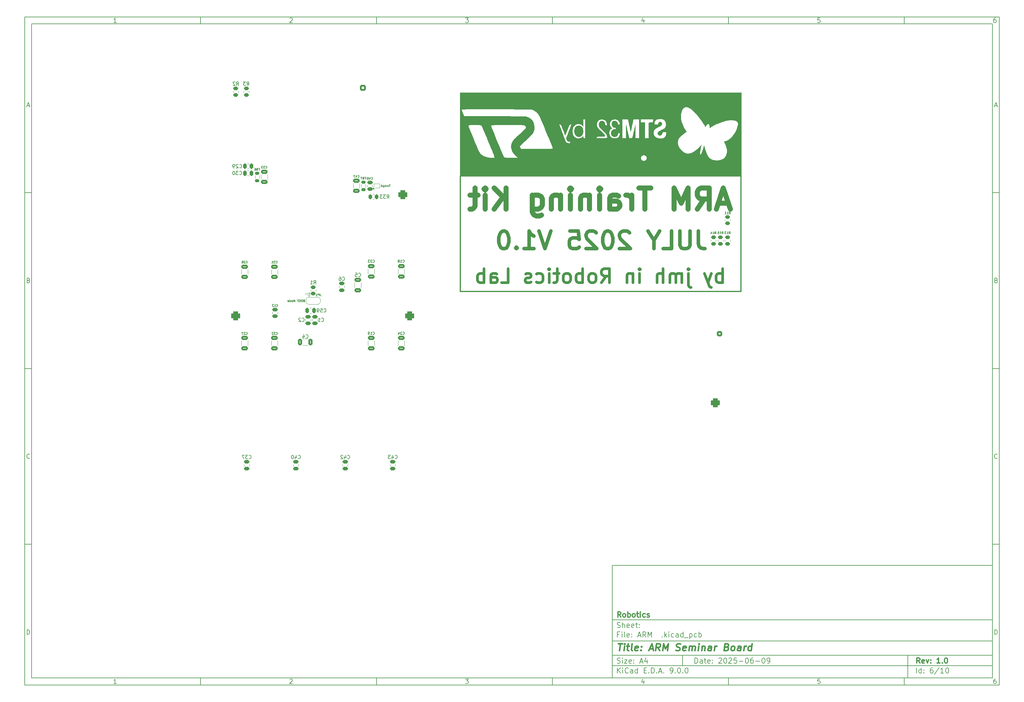
<source format=gbo>
G04 #@! TF.GenerationSoftware,KiCad,Pcbnew,9.0.0*
G04 #@! TF.CreationDate,2025-06-10T17:59:39+09:00*
G04 #@! TF.ProjectId,ARM ___ __,41524d20-38f8-4982-90f4-dc2e6b696361,1.0*
G04 #@! TF.SameCoordinates,Original*
G04 #@! TF.FileFunction,Legend,Bot*
G04 #@! TF.FilePolarity,Positive*
%FSLAX46Y46*%
G04 Gerber Fmt 4.6, Leading zero omitted, Abs format (unit mm)*
G04 Created by KiCad (PCBNEW 9.0.0) date 2025-06-10 17:59:39*
%MOMM*%
%LPD*%
G01*
G04 APERTURE LIST*
G04 Aperture macros list*
%AMRoundRect*
0 Rectangle with rounded corners*
0 $1 Rounding radius*
0 $2 $3 $4 $5 $6 $7 $8 $9 X,Y pos of 4 corners*
0 Add a 4 corners polygon primitive as box body*
4,1,4,$2,$3,$4,$5,$6,$7,$8,$9,$2,$3,0*
0 Add four circle primitives for the rounded corners*
1,1,$1+$1,$2,$3*
1,1,$1+$1,$4,$5*
1,1,$1+$1,$6,$7*
1,1,$1+$1,$8,$9*
0 Add four rect primitives between the rounded corners*
20,1,$1+$1,$2,$3,$4,$5,0*
20,1,$1+$1,$4,$5,$6,$7,0*
20,1,$1+$1,$6,$7,$8,$9,0*
20,1,$1+$1,$8,$9,$2,$3,0*%
%AMOutline4P*
0 Free polygon, 4 corners , with rotation*
0 The origin of the aperture is its center*
0 number of corners: always 4*
0 $1 to $8 corner X, Y*
0 $9 Rotation angle, in degrees counterclockwise*
0 create outline with 4 corners*
4,1,4,$1,$2,$3,$4,$5,$6,$7,$8,$1,$2,$9*%
%AMFreePoly0*
4,1,23,0.550000,-0.750000,0.000000,-0.750000,0.000000,-0.745722,-0.065263,-0.745722,-0.191342,-0.711940,-0.304381,-0.646677,-0.396677,-0.554381,-0.461940,-0.441342,-0.495722,-0.315263,-0.495722,-0.250000,-0.500000,-0.250000,-0.500000,0.250000,-0.495722,0.250000,-0.495722,0.315263,-0.461940,0.441342,-0.396677,0.554381,-0.304381,0.646677,-0.191342,0.711940,-0.065263,0.745722,0.000000,0.745722,
0.000000,0.750000,0.550000,0.750000,0.550000,-0.750000,0.550000,-0.750000,$1*%
%AMFreePoly1*
4,1,23,0.000000,0.745722,0.065263,0.745722,0.191342,0.711940,0.304381,0.646677,0.396677,0.554381,0.461940,0.441342,0.495722,0.315263,0.495722,0.250000,0.500000,0.250000,0.500000,-0.250000,0.495722,-0.250000,0.495722,-0.315263,0.461940,-0.441342,0.396677,-0.554381,0.304381,-0.646677,0.191342,-0.711940,0.065263,-0.745722,0.000000,-0.745722,0.000000,-0.750000,-0.550000,-0.750000,
-0.550000,0.750000,0.000000,0.750000,0.000000,0.745722,0.000000,0.745722,$1*%
G04 Aperture macros list end*
%ADD10C,0.100000*%
%ADD11C,0.150000*%
%ADD12C,0.300000*%
%ADD13C,0.400000*%
%ADD14C,1.400000*%
%ADD15C,0.800000*%
%ADD16C,1.000000*%
%ADD17C,0.120000*%
%ADD18C,0.000000*%
%ADD19C,1.550000*%
%ADD20C,1.000000*%
%ADD21RoundRect,0.650000X0.650000X-0.650000X0.650000X0.650000X-0.650000X0.650000X-0.650000X-0.650000X0*%
%ADD22C,2.600000*%
%ADD23C,1.524000*%
%ADD24Outline4P,-1.250000X-1.500000X1.250000X-1.500000X1.250000X1.500000X-1.250000X1.500000X0.000000*%
%ADD25C,5.600000*%
%ADD26C,1.600000*%
%ADD27C,3.200000*%
%ADD28O,1.501140X4.000500*%
%ADD29RoundRect,0.250000X-0.600000X0.600000X-0.600000X-0.600000X0.600000X-0.600000X0.600000X0.600000X0*%
%ADD30C,1.700000*%
%ADD31R,1.700000X1.700000*%
%ADD32O,1.700000X1.700000*%
%ADD33R,2.000000X2.000000*%
%ADD34C,2.000000*%
%ADD35RoundRect,0.250000X0.512000X-0.512000X0.512000X0.512000X-0.512000X0.512000X-0.512000X-0.512000X0*%
%ADD36C,3.500000*%
%ADD37C,0.650000*%
%ADD38O,1.000000X2.100000*%
%ADD39O,1.000000X1.600000*%
%ADD40C,1.150000*%
%ADD41C,1.650000*%
%ADD42RoundRect,0.250000X0.475000X-0.250000X0.475000X0.250000X-0.475000X0.250000X-0.475000X-0.250000X0*%
%ADD43RoundRect,0.250000X0.650000X-0.325000X0.650000X0.325000X-0.650000X0.325000X-0.650000X-0.325000X0*%
%ADD44RoundRect,0.250000X0.450000X-0.262500X0.450000X0.262500X-0.450000X0.262500X-0.450000X-0.262500X0*%
%ADD45RoundRect,0.218750X-0.381250X0.218750X-0.381250X-0.218750X0.381250X-0.218750X0.381250X0.218750X0*%
%ADD46RoundRect,0.250000X-0.475000X0.250000X-0.475000X-0.250000X0.475000X-0.250000X0.475000X0.250000X0*%
%ADD47C,0.250000*%
%ADD48FreePoly0,0.000000*%
%ADD49R,1.000000X1.500000*%
%ADD50FreePoly1,0.000000*%
%ADD51RoundRect,0.250000X0.250000X0.475000X-0.250000X0.475000X-0.250000X-0.475000X0.250000X-0.475000X0*%
%ADD52RoundRect,0.250000X-0.450000X0.262500X-0.450000X-0.262500X0.450000X-0.262500X0.450000X0.262500X0*%
%ADD53RoundRect,0.250000X-0.325000X-0.650000X0.325000X-0.650000X0.325000X0.650000X-0.325000X0.650000X0*%
%ADD54RoundRect,0.250000X-0.650000X0.325000X-0.650000X-0.325000X0.650000X-0.325000X0.650000X0.325000X0*%
%ADD55RoundRect,0.218750X0.381250X-0.218750X0.381250X0.218750X-0.381250X0.218750X-0.381250X-0.218750X0*%
%ADD56RoundRect,0.250000X-0.262500X-0.450000X0.262500X-0.450000X0.262500X0.450000X-0.262500X0.450000X0*%
G04 APERTURE END LIST*
D10*
D11*
X177002200Y-166007200D02*
X285002200Y-166007200D01*
X285002200Y-198007200D01*
X177002200Y-198007200D01*
X177002200Y-166007200D01*
D10*
D11*
X10000000Y-10000000D02*
X287002200Y-10000000D01*
X287002200Y-200007200D01*
X10000000Y-200007200D01*
X10000000Y-10000000D01*
D10*
D11*
X12000000Y-12000000D02*
X285002200Y-12000000D01*
X285002200Y-198007200D01*
X12000000Y-198007200D01*
X12000000Y-12000000D01*
D10*
D11*
X60000000Y-12000000D02*
X60000000Y-10000000D01*
D10*
D11*
X110000000Y-12000000D02*
X110000000Y-10000000D01*
D10*
D11*
X160000000Y-12000000D02*
X160000000Y-10000000D01*
D10*
D11*
X210000000Y-12000000D02*
X210000000Y-10000000D01*
D10*
D11*
X260000000Y-12000000D02*
X260000000Y-10000000D01*
D10*
D11*
X36089160Y-11593604D02*
X35346303Y-11593604D01*
X35717731Y-11593604D02*
X35717731Y-10293604D01*
X35717731Y-10293604D02*
X35593922Y-10479319D01*
X35593922Y-10479319D02*
X35470112Y-10603128D01*
X35470112Y-10603128D02*
X35346303Y-10665033D01*
D10*
D11*
X85346303Y-10417414D02*
X85408207Y-10355509D01*
X85408207Y-10355509D02*
X85532017Y-10293604D01*
X85532017Y-10293604D02*
X85841541Y-10293604D01*
X85841541Y-10293604D02*
X85965350Y-10355509D01*
X85965350Y-10355509D02*
X86027255Y-10417414D01*
X86027255Y-10417414D02*
X86089160Y-10541223D01*
X86089160Y-10541223D02*
X86089160Y-10665033D01*
X86089160Y-10665033D02*
X86027255Y-10850747D01*
X86027255Y-10850747D02*
X85284398Y-11593604D01*
X85284398Y-11593604D02*
X86089160Y-11593604D01*
D10*
D11*
X135284398Y-10293604D02*
X136089160Y-10293604D01*
X136089160Y-10293604D02*
X135655826Y-10788842D01*
X135655826Y-10788842D02*
X135841541Y-10788842D01*
X135841541Y-10788842D02*
X135965350Y-10850747D01*
X135965350Y-10850747D02*
X136027255Y-10912652D01*
X136027255Y-10912652D02*
X136089160Y-11036461D01*
X136089160Y-11036461D02*
X136089160Y-11345985D01*
X136089160Y-11345985D02*
X136027255Y-11469795D01*
X136027255Y-11469795D02*
X135965350Y-11531700D01*
X135965350Y-11531700D02*
X135841541Y-11593604D01*
X135841541Y-11593604D02*
X135470112Y-11593604D01*
X135470112Y-11593604D02*
X135346303Y-11531700D01*
X135346303Y-11531700D02*
X135284398Y-11469795D01*
D10*
D11*
X185965350Y-10726938D02*
X185965350Y-11593604D01*
X185655826Y-10231700D02*
X185346303Y-11160271D01*
X185346303Y-11160271D02*
X186151064Y-11160271D01*
D10*
D11*
X236027255Y-10293604D02*
X235408207Y-10293604D01*
X235408207Y-10293604D02*
X235346303Y-10912652D01*
X235346303Y-10912652D02*
X235408207Y-10850747D01*
X235408207Y-10850747D02*
X235532017Y-10788842D01*
X235532017Y-10788842D02*
X235841541Y-10788842D01*
X235841541Y-10788842D02*
X235965350Y-10850747D01*
X235965350Y-10850747D02*
X236027255Y-10912652D01*
X236027255Y-10912652D02*
X236089160Y-11036461D01*
X236089160Y-11036461D02*
X236089160Y-11345985D01*
X236089160Y-11345985D02*
X236027255Y-11469795D01*
X236027255Y-11469795D02*
X235965350Y-11531700D01*
X235965350Y-11531700D02*
X235841541Y-11593604D01*
X235841541Y-11593604D02*
X235532017Y-11593604D01*
X235532017Y-11593604D02*
X235408207Y-11531700D01*
X235408207Y-11531700D02*
X235346303Y-11469795D01*
D10*
D11*
X285965350Y-10293604D02*
X285717731Y-10293604D01*
X285717731Y-10293604D02*
X285593922Y-10355509D01*
X285593922Y-10355509D02*
X285532017Y-10417414D01*
X285532017Y-10417414D02*
X285408207Y-10603128D01*
X285408207Y-10603128D02*
X285346303Y-10850747D01*
X285346303Y-10850747D02*
X285346303Y-11345985D01*
X285346303Y-11345985D02*
X285408207Y-11469795D01*
X285408207Y-11469795D02*
X285470112Y-11531700D01*
X285470112Y-11531700D02*
X285593922Y-11593604D01*
X285593922Y-11593604D02*
X285841541Y-11593604D01*
X285841541Y-11593604D02*
X285965350Y-11531700D01*
X285965350Y-11531700D02*
X286027255Y-11469795D01*
X286027255Y-11469795D02*
X286089160Y-11345985D01*
X286089160Y-11345985D02*
X286089160Y-11036461D01*
X286089160Y-11036461D02*
X286027255Y-10912652D01*
X286027255Y-10912652D02*
X285965350Y-10850747D01*
X285965350Y-10850747D02*
X285841541Y-10788842D01*
X285841541Y-10788842D02*
X285593922Y-10788842D01*
X285593922Y-10788842D02*
X285470112Y-10850747D01*
X285470112Y-10850747D02*
X285408207Y-10912652D01*
X285408207Y-10912652D02*
X285346303Y-11036461D01*
D10*
D11*
X60000000Y-198007200D02*
X60000000Y-200007200D01*
D10*
D11*
X110000000Y-198007200D02*
X110000000Y-200007200D01*
D10*
D11*
X160000000Y-198007200D02*
X160000000Y-200007200D01*
D10*
D11*
X210000000Y-198007200D02*
X210000000Y-200007200D01*
D10*
D11*
X260000000Y-198007200D02*
X260000000Y-200007200D01*
D10*
D11*
X36089160Y-199600804D02*
X35346303Y-199600804D01*
X35717731Y-199600804D02*
X35717731Y-198300804D01*
X35717731Y-198300804D02*
X35593922Y-198486519D01*
X35593922Y-198486519D02*
X35470112Y-198610328D01*
X35470112Y-198610328D02*
X35346303Y-198672233D01*
D10*
D11*
X85346303Y-198424614D02*
X85408207Y-198362709D01*
X85408207Y-198362709D02*
X85532017Y-198300804D01*
X85532017Y-198300804D02*
X85841541Y-198300804D01*
X85841541Y-198300804D02*
X85965350Y-198362709D01*
X85965350Y-198362709D02*
X86027255Y-198424614D01*
X86027255Y-198424614D02*
X86089160Y-198548423D01*
X86089160Y-198548423D02*
X86089160Y-198672233D01*
X86089160Y-198672233D02*
X86027255Y-198857947D01*
X86027255Y-198857947D02*
X85284398Y-199600804D01*
X85284398Y-199600804D02*
X86089160Y-199600804D01*
D10*
D11*
X135284398Y-198300804D02*
X136089160Y-198300804D01*
X136089160Y-198300804D02*
X135655826Y-198796042D01*
X135655826Y-198796042D02*
X135841541Y-198796042D01*
X135841541Y-198796042D02*
X135965350Y-198857947D01*
X135965350Y-198857947D02*
X136027255Y-198919852D01*
X136027255Y-198919852D02*
X136089160Y-199043661D01*
X136089160Y-199043661D02*
X136089160Y-199353185D01*
X136089160Y-199353185D02*
X136027255Y-199476995D01*
X136027255Y-199476995D02*
X135965350Y-199538900D01*
X135965350Y-199538900D02*
X135841541Y-199600804D01*
X135841541Y-199600804D02*
X135470112Y-199600804D01*
X135470112Y-199600804D02*
X135346303Y-199538900D01*
X135346303Y-199538900D02*
X135284398Y-199476995D01*
D10*
D11*
X185965350Y-198734138D02*
X185965350Y-199600804D01*
X185655826Y-198238900D02*
X185346303Y-199167471D01*
X185346303Y-199167471D02*
X186151064Y-199167471D01*
D10*
D11*
X236027255Y-198300804D02*
X235408207Y-198300804D01*
X235408207Y-198300804D02*
X235346303Y-198919852D01*
X235346303Y-198919852D02*
X235408207Y-198857947D01*
X235408207Y-198857947D02*
X235532017Y-198796042D01*
X235532017Y-198796042D02*
X235841541Y-198796042D01*
X235841541Y-198796042D02*
X235965350Y-198857947D01*
X235965350Y-198857947D02*
X236027255Y-198919852D01*
X236027255Y-198919852D02*
X236089160Y-199043661D01*
X236089160Y-199043661D02*
X236089160Y-199353185D01*
X236089160Y-199353185D02*
X236027255Y-199476995D01*
X236027255Y-199476995D02*
X235965350Y-199538900D01*
X235965350Y-199538900D02*
X235841541Y-199600804D01*
X235841541Y-199600804D02*
X235532017Y-199600804D01*
X235532017Y-199600804D02*
X235408207Y-199538900D01*
X235408207Y-199538900D02*
X235346303Y-199476995D01*
D10*
D11*
X285965350Y-198300804D02*
X285717731Y-198300804D01*
X285717731Y-198300804D02*
X285593922Y-198362709D01*
X285593922Y-198362709D02*
X285532017Y-198424614D01*
X285532017Y-198424614D02*
X285408207Y-198610328D01*
X285408207Y-198610328D02*
X285346303Y-198857947D01*
X285346303Y-198857947D02*
X285346303Y-199353185D01*
X285346303Y-199353185D02*
X285408207Y-199476995D01*
X285408207Y-199476995D02*
X285470112Y-199538900D01*
X285470112Y-199538900D02*
X285593922Y-199600804D01*
X285593922Y-199600804D02*
X285841541Y-199600804D01*
X285841541Y-199600804D02*
X285965350Y-199538900D01*
X285965350Y-199538900D02*
X286027255Y-199476995D01*
X286027255Y-199476995D02*
X286089160Y-199353185D01*
X286089160Y-199353185D02*
X286089160Y-199043661D01*
X286089160Y-199043661D02*
X286027255Y-198919852D01*
X286027255Y-198919852D02*
X285965350Y-198857947D01*
X285965350Y-198857947D02*
X285841541Y-198796042D01*
X285841541Y-198796042D02*
X285593922Y-198796042D01*
X285593922Y-198796042D02*
X285470112Y-198857947D01*
X285470112Y-198857947D02*
X285408207Y-198919852D01*
X285408207Y-198919852D02*
X285346303Y-199043661D01*
D10*
D11*
X10000000Y-60000000D02*
X12000000Y-60000000D01*
D10*
D11*
X10000000Y-110000000D02*
X12000000Y-110000000D01*
D10*
D11*
X10000000Y-160000000D02*
X12000000Y-160000000D01*
D10*
D11*
X10690476Y-35222176D02*
X11309523Y-35222176D01*
X10566666Y-35593604D02*
X10999999Y-34293604D01*
X10999999Y-34293604D02*
X11433333Y-35593604D01*
D10*
D11*
X11092857Y-84912652D02*
X11278571Y-84974557D01*
X11278571Y-84974557D02*
X11340476Y-85036461D01*
X11340476Y-85036461D02*
X11402380Y-85160271D01*
X11402380Y-85160271D02*
X11402380Y-85345985D01*
X11402380Y-85345985D02*
X11340476Y-85469795D01*
X11340476Y-85469795D02*
X11278571Y-85531700D01*
X11278571Y-85531700D02*
X11154761Y-85593604D01*
X11154761Y-85593604D02*
X10659523Y-85593604D01*
X10659523Y-85593604D02*
X10659523Y-84293604D01*
X10659523Y-84293604D02*
X11092857Y-84293604D01*
X11092857Y-84293604D02*
X11216666Y-84355509D01*
X11216666Y-84355509D02*
X11278571Y-84417414D01*
X11278571Y-84417414D02*
X11340476Y-84541223D01*
X11340476Y-84541223D02*
X11340476Y-84665033D01*
X11340476Y-84665033D02*
X11278571Y-84788842D01*
X11278571Y-84788842D02*
X11216666Y-84850747D01*
X11216666Y-84850747D02*
X11092857Y-84912652D01*
X11092857Y-84912652D02*
X10659523Y-84912652D01*
D10*
D11*
X11402380Y-135469795D02*
X11340476Y-135531700D01*
X11340476Y-135531700D02*
X11154761Y-135593604D01*
X11154761Y-135593604D02*
X11030952Y-135593604D01*
X11030952Y-135593604D02*
X10845238Y-135531700D01*
X10845238Y-135531700D02*
X10721428Y-135407890D01*
X10721428Y-135407890D02*
X10659523Y-135284080D01*
X10659523Y-135284080D02*
X10597619Y-135036461D01*
X10597619Y-135036461D02*
X10597619Y-134850747D01*
X10597619Y-134850747D02*
X10659523Y-134603128D01*
X10659523Y-134603128D02*
X10721428Y-134479319D01*
X10721428Y-134479319D02*
X10845238Y-134355509D01*
X10845238Y-134355509D02*
X11030952Y-134293604D01*
X11030952Y-134293604D02*
X11154761Y-134293604D01*
X11154761Y-134293604D02*
X11340476Y-134355509D01*
X11340476Y-134355509D02*
X11402380Y-134417414D01*
D10*
D11*
X10659523Y-185593604D02*
X10659523Y-184293604D01*
X10659523Y-184293604D02*
X10969047Y-184293604D01*
X10969047Y-184293604D02*
X11154761Y-184355509D01*
X11154761Y-184355509D02*
X11278571Y-184479319D01*
X11278571Y-184479319D02*
X11340476Y-184603128D01*
X11340476Y-184603128D02*
X11402380Y-184850747D01*
X11402380Y-184850747D02*
X11402380Y-185036461D01*
X11402380Y-185036461D02*
X11340476Y-185284080D01*
X11340476Y-185284080D02*
X11278571Y-185407890D01*
X11278571Y-185407890D02*
X11154761Y-185531700D01*
X11154761Y-185531700D02*
X10969047Y-185593604D01*
X10969047Y-185593604D02*
X10659523Y-185593604D01*
D10*
D11*
X287002200Y-60000000D02*
X285002200Y-60000000D01*
D10*
D11*
X287002200Y-110000000D02*
X285002200Y-110000000D01*
D10*
D11*
X287002200Y-160000000D02*
X285002200Y-160000000D01*
D10*
D11*
X285692676Y-35222176D02*
X286311723Y-35222176D01*
X285568866Y-35593604D02*
X286002199Y-34293604D01*
X286002199Y-34293604D02*
X286435533Y-35593604D01*
D10*
D11*
X286095057Y-84912652D02*
X286280771Y-84974557D01*
X286280771Y-84974557D02*
X286342676Y-85036461D01*
X286342676Y-85036461D02*
X286404580Y-85160271D01*
X286404580Y-85160271D02*
X286404580Y-85345985D01*
X286404580Y-85345985D02*
X286342676Y-85469795D01*
X286342676Y-85469795D02*
X286280771Y-85531700D01*
X286280771Y-85531700D02*
X286156961Y-85593604D01*
X286156961Y-85593604D02*
X285661723Y-85593604D01*
X285661723Y-85593604D02*
X285661723Y-84293604D01*
X285661723Y-84293604D02*
X286095057Y-84293604D01*
X286095057Y-84293604D02*
X286218866Y-84355509D01*
X286218866Y-84355509D02*
X286280771Y-84417414D01*
X286280771Y-84417414D02*
X286342676Y-84541223D01*
X286342676Y-84541223D02*
X286342676Y-84665033D01*
X286342676Y-84665033D02*
X286280771Y-84788842D01*
X286280771Y-84788842D02*
X286218866Y-84850747D01*
X286218866Y-84850747D02*
X286095057Y-84912652D01*
X286095057Y-84912652D02*
X285661723Y-84912652D01*
D10*
D11*
X286404580Y-135469795D02*
X286342676Y-135531700D01*
X286342676Y-135531700D02*
X286156961Y-135593604D01*
X286156961Y-135593604D02*
X286033152Y-135593604D01*
X286033152Y-135593604D02*
X285847438Y-135531700D01*
X285847438Y-135531700D02*
X285723628Y-135407890D01*
X285723628Y-135407890D02*
X285661723Y-135284080D01*
X285661723Y-135284080D02*
X285599819Y-135036461D01*
X285599819Y-135036461D02*
X285599819Y-134850747D01*
X285599819Y-134850747D02*
X285661723Y-134603128D01*
X285661723Y-134603128D02*
X285723628Y-134479319D01*
X285723628Y-134479319D02*
X285847438Y-134355509D01*
X285847438Y-134355509D02*
X286033152Y-134293604D01*
X286033152Y-134293604D02*
X286156961Y-134293604D01*
X286156961Y-134293604D02*
X286342676Y-134355509D01*
X286342676Y-134355509D02*
X286404580Y-134417414D01*
D10*
D11*
X285661723Y-185593604D02*
X285661723Y-184293604D01*
X285661723Y-184293604D02*
X285971247Y-184293604D01*
X285971247Y-184293604D02*
X286156961Y-184355509D01*
X286156961Y-184355509D02*
X286280771Y-184479319D01*
X286280771Y-184479319D02*
X286342676Y-184603128D01*
X286342676Y-184603128D02*
X286404580Y-184850747D01*
X286404580Y-184850747D02*
X286404580Y-185036461D01*
X286404580Y-185036461D02*
X286342676Y-185284080D01*
X286342676Y-185284080D02*
X286280771Y-185407890D01*
X286280771Y-185407890D02*
X286156961Y-185531700D01*
X286156961Y-185531700D02*
X285971247Y-185593604D01*
X285971247Y-185593604D02*
X285661723Y-185593604D01*
D10*
D11*
X200458026Y-193793328D02*
X200458026Y-192293328D01*
X200458026Y-192293328D02*
X200815169Y-192293328D01*
X200815169Y-192293328D02*
X201029455Y-192364757D01*
X201029455Y-192364757D02*
X201172312Y-192507614D01*
X201172312Y-192507614D02*
X201243741Y-192650471D01*
X201243741Y-192650471D02*
X201315169Y-192936185D01*
X201315169Y-192936185D02*
X201315169Y-193150471D01*
X201315169Y-193150471D02*
X201243741Y-193436185D01*
X201243741Y-193436185D02*
X201172312Y-193579042D01*
X201172312Y-193579042D02*
X201029455Y-193721900D01*
X201029455Y-193721900D02*
X200815169Y-193793328D01*
X200815169Y-193793328D02*
X200458026Y-193793328D01*
X202600884Y-193793328D02*
X202600884Y-193007614D01*
X202600884Y-193007614D02*
X202529455Y-192864757D01*
X202529455Y-192864757D02*
X202386598Y-192793328D01*
X202386598Y-192793328D02*
X202100884Y-192793328D01*
X202100884Y-192793328D02*
X201958026Y-192864757D01*
X202600884Y-193721900D02*
X202458026Y-193793328D01*
X202458026Y-193793328D02*
X202100884Y-193793328D01*
X202100884Y-193793328D02*
X201958026Y-193721900D01*
X201958026Y-193721900D02*
X201886598Y-193579042D01*
X201886598Y-193579042D02*
X201886598Y-193436185D01*
X201886598Y-193436185D02*
X201958026Y-193293328D01*
X201958026Y-193293328D02*
X202100884Y-193221900D01*
X202100884Y-193221900D02*
X202458026Y-193221900D01*
X202458026Y-193221900D02*
X202600884Y-193150471D01*
X203100884Y-192793328D02*
X203672312Y-192793328D01*
X203315169Y-192293328D02*
X203315169Y-193579042D01*
X203315169Y-193579042D02*
X203386598Y-193721900D01*
X203386598Y-193721900D02*
X203529455Y-193793328D01*
X203529455Y-193793328D02*
X203672312Y-193793328D01*
X204743741Y-193721900D02*
X204600884Y-193793328D01*
X204600884Y-193793328D02*
X204315170Y-193793328D01*
X204315170Y-193793328D02*
X204172312Y-193721900D01*
X204172312Y-193721900D02*
X204100884Y-193579042D01*
X204100884Y-193579042D02*
X204100884Y-193007614D01*
X204100884Y-193007614D02*
X204172312Y-192864757D01*
X204172312Y-192864757D02*
X204315170Y-192793328D01*
X204315170Y-192793328D02*
X204600884Y-192793328D01*
X204600884Y-192793328D02*
X204743741Y-192864757D01*
X204743741Y-192864757D02*
X204815170Y-193007614D01*
X204815170Y-193007614D02*
X204815170Y-193150471D01*
X204815170Y-193150471D02*
X204100884Y-193293328D01*
X205458026Y-193650471D02*
X205529455Y-193721900D01*
X205529455Y-193721900D02*
X205458026Y-193793328D01*
X205458026Y-193793328D02*
X205386598Y-193721900D01*
X205386598Y-193721900D02*
X205458026Y-193650471D01*
X205458026Y-193650471D02*
X205458026Y-193793328D01*
X205458026Y-192864757D02*
X205529455Y-192936185D01*
X205529455Y-192936185D02*
X205458026Y-193007614D01*
X205458026Y-193007614D02*
X205386598Y-192936185D01*
X205386598Y-192936185D02*
X205458026Y-192864757D01*
X205458026Y-192864757D02*
X205458026Y-193007614D01*
X207243741Y-192436185D02*
X207315169Y-192364757D01*
X207315169Y-192364757D02*
X207458027Y-192293328D01*
X207458027Y-192293328D02*
X207815169Y-192293328D01*
X207815169Y-192293328D02*
X207958027Y-192364757D01*
X207958027Y-192364757D02*
X208029455Y-192436185D01*
X208029455Y-192436185D02*
X208100884Y-192579042D01*
X208100884Y-192579042D02*
X208100884Y-192721900D01*
X208100884Y-192721900D02*
X208029455Y-192936185D01*
X208029455Y-192936185D02*
X207172312Y-193793328D01*
X207172312Y-193793328D02*
X208100884Y-193793328D01*
X209029455Y-192293328D02*
X209172312Y-192293328D01*
X209172312Y-192293328D02*
X209315169Y-192364757D01*
X209315169Y-192364757D02*
X209386598Y-192436185D01*
X209386598Y-192436185D02*
X209458026Y-192579042D01*
X209458026Y-192579042D02*
X209529455Y-192864757D01*
X209529455Y-192864757D02*
X209529455Y-193221900D01*
X209529455Y-193221900D02*
X209458026Y-193507614D01*
X209458026Y-193507614D02*
X209386598Y-193650471D01*
X209386598Y-193650471D02*
X209315169Y-193721900D01*
X209315169Y-193721900D02*
X209172312Y-193793328D01*
X209172312Y-193793328D02*
X209029455Y-193793328D01*
X209029455Y-193793328D02*
X208886598Y-193721900D01*
X208886598Y-193721900D02*
X208815169Y-193650471D01*
X208815169Y-193650471D02*
X208743740Y-193507614D01*
X208743740Y-193507614D02*
X208672312Y-193221900D01*
X208672312Y-193221900D02*
X208672312Y-192864757D01*
X208672312Y-192864757D02*
X208743740Y-192579042D01*
X208743740Y-192579042D02*
X208815169Y-192436185D01*
X208815169Y-192436185D02*
X208886598Y-192364757D01*
X208886598Y-192364757D02*
X209029455Y-192293328D01*
X210100883Y-192436185D02*
X210172311Y-192364757D01*
X210172311Y-192364757D02*
X210315169Y-192293328D01*
X210315169Y-192293328D02*
X210672311Y-192293328D01*
X210672311Y-192293328D02*
X210815169Y-192364757D01*
X210815169Y-192364757D02*
X210886597Y-192436185D01*
X210886597Y-192436185D02*
X210958026Y-192579042D01*
X210958026Y-192579042D02*
X210958026Y-192721900D01*
X210958026Y-192721900D02*
X210886597Y-192936185D01*
X210886597Y-192936185D02*
X210029454Y-193793328D01*
X210029454Y-193793328D02*
X210958026Y-193793328D01*
X212315168Y-192293328D02*
X211600882Y-192293328D01*
X211600882Y-192293328D02*
X211529454Y-193007614D01*
X211529454Y-193007614D02*
X211600882Y-192936185D01*
X211600882Y-192936185D02*
X211743740Y-192864757D01*
X211743740Y-192864757D02*
X212100882Y-192864757D01*
X212100882Y-192864757D02*
X212243740Y-192936185D01*
X212243740Y-192936185D02*
X212315168Y-193007614D01*
X212315168Y-193007614D02*
X212386597Y-193150471D01*
X212386597Y-193150471D02*
X212386597Y-193507614D01*
X212386597Y-193507614D02*
X212315168Y-193650471D01*
X212315168Y-193650471D02*
X212243740Y-193721900D01*
X212243740Y-193721900D02*
X212100882Y-193793328D01*
X212100882Y-193793328D02*
X211743740Y-193793328D01*
X211743740Y-193793328D02*
X211600882Y-193721900D01*
X211600882Y-193721900D02*
X211529454Y-193650471D01*
X213029453Y-193221900D02*
X214172311Y-193221900D01*
X215172311Y-192293328D02*
X215315168Y-192293328D01*
X215315168Y-192293328D02*
X215458025Y-192364757D01*
X215458025Y-192364757D02*
X215529454Y-192436185D01*
X215529454Y-192436185D02*
X215600882Y-192579042D01*
X215600882Y-192579042D02*
X215672311Y-192864757D01*
X215672311Y-192864757D02*
X215672311Y-193221900D01*
X215672311Y-193221900D02*
X215600882Y-193507614D01*
X215600882Y-193507614D02*
X215529454Y-193650471D01*
X215529454Y-193650471D02*
X215458025Y-193721900D01*
X215458025Y-193721900D02*
X215315168Y-193793328D01*
X215315168Y-193793328D02*
X215172311Y-193793328D01*
X215172311Y-193793328D02*
X215029454Y-193721900D01*
X215029454Y-193721900D02*
X214958025Y-193650471D01*
X214958025Y-193650471D02*
X214886596Y-193507614D01*
X214886596Y-193507614D02*
X214815168Y-193221900D01*
X214815168Y-193221900D02*
X214815168Y-192864757D01*
X214815168Y-192864757D02*
X214886596Y-192579042D01*
X214886596Y-192579042D02*
X214958025Y-192436185D01*
X214958025Y-192436185D02*
X215029454Y-192364757D01*
X215029454Y-192364757D02*
X215172311Y-192293328D01*
X216958025Y-192293328D02*
X216672310Y-192293328D01*
X216672310Y-192293328D02*
X216529453Y-192364757D01*
X216529453Y-192364757D02*
X216458025Y-192436185D01*
X216458025Y-192436185D02*
X216315167Y-192650471D01*
X216315167Y-192650471D02*
X216243739Y-192936185D01*
X216243739Y-192936185D02*
X216243739Y-193507614D01*
X216243739Y-193507614D02*
X216315167Y-193650471D01*
X216315167Y-193650471D02*
X216386596Y-193721900D01*
X216386596Y-193721900D02*
X216529453Y-193793328D01*
X216529453Y-193793328D02*
X216815167Y-193793328D01*
X216815167Y-193793328D02*
X216958025Y-193721900D01*
X216958025Y-193721900D02*
X217029453Y-193650471D01*
X217029453Y-193650471D02*
X217100882Y-193507614D01*
X217100882Y-193507614D02*
X217100882Y-193150471D01*
X217100882Y-193150471D02*
X217029453Y-193007614D01*
X217029453Y-193007614D02*
X216958025Y-192936185D01*
X216958025Y-192936185D02*
X216815167Y-192864757D01*
X216815167Y-192864757D02*
X216529453Y-192864757D01*
X216529453Y-192864757D02*
X216386596Y-192936185D01*
X216386596Y-192936185D02*
X216315167Y-193007614D01*
X216315167Y-193007614D02*
X216243739Y-193150471D01*
X217743738Y-193221900D02*
X218886596Y-193221900D01*
X219886596Y-192293328D02*
X220029453Y-192293328D01*
X220029453Y-192293328D02*
X220172310Y-192364757D01*
X220172310Y-192364757D02*
X220243739Y-192436185D01*
X220243739Y-192436185D02*
X220315167Y-192579042D01*
X220315167Y-192579042D02*
X220386596Y-192864757D01*
X220386596Y-192864757D02*
X220386596Y-193221900D01*
X220386596Y-193221900D02*
X220315167Y-193507614D01*
X220315167Y-193507614D02*
X220243739Y-193650471D01*
X220243739Y-193650471D02*
X220172310Y-193721900D01*
X220172310Y-193721900D02*
X220029453Y-193793328D01*
X220029453Y-193793328D02*
X219886596Y-193793328D01*
X219886596Y-193793328D02*
X219743739Y-193721900D01*
X219743739Y-193721900D02*
X219672310Y-193650471D01*
X219672310Y-193650471D02*
X219600881Y-193507614D01*
X219600881Y-193507614D02*
X219529453Y-193221900D01*
X219529453Y-193221900D02*
X219529453Y-192864757D01*
X219529453Y-192864757D02*
X219600881Y-192579042D01*
X219600881Y-192579042D02*
X219672310Y-192436185D01*
X219672310Y-192436185D02*
X219743739Y-192364757D01*
X219743739Y-192364757D02*
X219886596Y-192293328D01*
X221100881Y-193793328D02*
X221386595Y-193793328D01*
X221386595Y-193793328D02*
X221529452Y-193721900D01*
X221529452Y-193721900D02*
X221600881Y-193650471D01*
X221600881Y-193650471D02*
X221743738Y-193436185D01*
X221743738Y-193436185D02*
X221815167Y-193150471D01*
X221815167Y-193150471D02*
X221815167Y-192579042D01*
X221815167Y-192579042D02*
X221743738Y-192436185D01*
X221743738Y-192436185D02*
X221672310Y-192364757D01*
X221672310Y-192364757D02*
X221529452Y-192293328D01*
X221529452Y-192293328D02*
X221243738Y-192293328D01*
X221243738Y-192293328D02*
X221100881Y-192364757D01*
X221100881Y-192364757D02*
X221029452Y-192436185D01*
X221029452Y-192436185D02*
X220958024Y-192579042D01*
X220958024Y-192579042D02*
X220958024Y-192936185D01*
X220958024Y-192936185D02*
X221029452Y-193079042D01*
X221029452Y-193079042D02*
X221100881Y-193150471D01*
X221100881Y-193150471D02*
X221243738Y-193221900D01*
X221243738Y-193221900D02*
X221529452Y-193221900D01*
X221529452Y-193221900D02*
X221672310Y-193150471D01*
X221672310Y-193150471D02*
X221743738Y-193079042D01*
X221743738Y-193079042D02*
X221815167Y-192936185D01*
D10*
D11*
X177002200Y-194507200D02*
X285002200Y-194507200D01*
D10*
D11*
X178458026Y-196593328D02*
X178458026Y-195093328D01*
X179315169Y-196593328D02*
X178672312Y-195736185D01*
X179315169Y-195093328D02*
X178458026Y-195950471D01*
X179958026Y-196593328D02*
X179958026Y-195593328D01*
X179958026Y-195093328D02*
X179886598Y-195164757D01*
X179886598Y-195164757D02*
X179958026Y-195236185D01*
X179958026Y-195236185D02*
X180029455Y-195164757D01*
X180029455Y-195164757D02*
X179958026Y-195093328D01*
X179958026Y-195093328D02*
X179958026Y-195236185D01*
X181529455Y-196450471D02*
X181458027Y-196521900D01*
X181458027Y-196521900D02*
X181243741Y-196593328D01*
X181243741Y-196593328D02*
X181100884Y-196593328D01*
X181100884Y-196593328D02*
X180886598Y-196521900D01*
X180886598Y-196521900D02*
X180743741Y-196379042D01*
X180743741Y-196379042D02*
X180672312Y-196236185D01*
X180672312Y-196236185D02*
X180600884Y-195950471D01*
X180600884Y-195950471D02*
X180600884Y-195736185D01*
X180600884Y-195736185D02*
X180672312Y-195450471D01*
X180672312Y-195450471D02*
X180743741Y-195307614D01*
X180743741Y-195307614D02*
X180886598Y-195164757D01*
X180886598Y-195164757D02*
X181100884Y-195093328D01*
X181100884Y-195093328D02*
X181243741Y-195093328D01*
X181243741Y-195093328D02*
X181458027Y-195164757D01*
X181458027Y-195164757D02*
X181529455Y-195236185D01*
X182815170Y-196593328D02*
X182815170Y-195807614D01*
X182815170Y-195807614D02*
X182743741Y-195664757D01*
X182743741Y-195664757D02*
X182600884Y-195593328D01*
X182600884Y-195593328D02*
X182315170Y-195593328D01*
X182315170Y-195593328D02*
X182172312Y-195664757D01*
X182815170Y-196521900D02*
X182672312Y-196593328D01*
X182672312Y-196593328D02*
X182315170Y-196593328D01*
X182315170Y-196593328D02*
X182172312Y-196521900D01*
X182172312Y-196521900D02*
X182100884Y-196379042D01*
X182100884Y-196379042D02*
X182100884Y-196236185D01*
X182100884Y-196236185D02*
X182172312Y-196093328D01*
X182172312Y-196093328D02*
X182315170Y-196021900D01*
X182315170Y-196021900D02*
X182672312Y-196021900D01*
X182672312Y-196021900D02*
X182815170Y-195950471D01*
X184172313Y-196593328D02*
X184172313Y-195093328D01*
X184172313Y-196521900D02*
X184029455Y-196593328D01*
X184029455Y-196593328D02*
X183743741Y-196593328D01*
X183743741Y-196593328D02*
X183600884Y-196521900D01*
X183600884Y-196521900D02*
X183529455Y-196450471D01*
X183529455Y-196450471D02*
X183458027Y-196307614D01*
X183458027Y-196307614D02*
X183458027Y-195879042D01*
X183458027Y-195879042D02*
X183529455Y-195736185D01*
X183529455Y-195736185D02*
X183600884Y-195664757D01*
X183600884Y-195664757D02*
X183743741Y-195593328D01*
X183743741Y-195593328D02*
X184029455Y-195593328D01*
X184029455Y-195593328D02*
X184172313Y-195664757D01*
X186029455Y-195807614D02*
X186529455Y-195807614D01*
X186743741Y-196593328D02*
X186029455Y-196593328D01*
X186029455Y-196593328D02*
X186029455Y-195093328D01*
X186029455Y-195093328D02*
X186743741Y-195093328D01*
X187386598Y-196450471D02*
X187458027Y-196521900D01*
X187458027Y-196521900D02*
X187386598Y-196593328D01*
X187386598Y-196593328D02*
X187315170Y-196521900D01*
X187315170Y-196521900D02*
X187386598Y-196450471D01*
X187386598Y-196450471D02*
X187386598Y-196593328D01*
X188100884Y-196593328D02*
X188100884Y-195093328D01*
X188100884Y-195093328D02*
X188458027Y-195093328D01*
X188458027Y-195093328D02*
X188672313Y-195164757D01*
X188672313Y-195164757D02*
X188815170Y-195307614D01*
X188815170Y-195307614D02*
X188886599Y-195450471D01*
X188886599Y-195450471D02*
X188958027Y-195736185D01*
X188958027Y-195736185D02*
X188958027Y-195950471D01*
X188958027Y-195950471D02*
X188886599Y-196236185D01*
X188886599Y-196236185D02*
X188815170Y-196379042D01*
X188815170Y-196379042D02*
X188672313Y-196521900D01*
X188672313Y-196521900D02*
X188458027Y-196593328D01*
X188458027Y-196593328D02*
X188100884Y-196593328D01*
X189600884Y-196450471D02*
X189672313Y-196521900D01*
X189672313Y-196521900D02*
X189600884Y-196593328D01*
X189600884Y-196593328D02*
X189529456Y-196521900D01*
X189529456Y-196521900D02*
X189600884Y-196450471D01*
X189600884Y-196450471D02*
X189600884Y-196593328D01*
X190243742Y-196164757D02*
X190958028Y-196164757D01*
X190100885Y-196593328D02*
X190600885Y-195093328D01*
X190600885Y-195093328D02*
X191100885Y-196593328D01*
X191600884Y-196450471D02*
X191672313Y-196521900D01*
X191672313Y-196521900D02*
X191600884Y-196593328D01*
X191600884Y-196593328D02*
X191529456Y-196521900D01*
X191529456Y-196521900D02*
X191600884Y-196450471D01*
X191600884Y-196450471D02*
X191600884Y-196593328D01*
X193529456Y-196593328D02*
X193815170Y-196593328D01*
X193815170Y-196593328D02*
X193958027Y-196521900D01*
X193958027Y-196521900D02*
X194029456Y-196450471D01*
X194029456Y-196450471D02*
X194172313Y-196236185D01*
X194172313Y-196236185D02*
X194243742Y-195950471D01*
X194243742Y-195950471D02*
X194243742Y-195379042D01*
X194243742Y-195379042D02*
X194172313Y-195236185D01*
X194172313Y-195236185D02*
X194100885Y-195164757D01*
X194100885Y-195164757D02*
X193958027Y-195093328D01*
X193958027Y-195093328D02*
X193672313Y-195093328D01*
X193672313Y-195093328D02*
X193529456Y-195164757D01*
X193529456Y-195164757D02*
X193458027Y-195236185D01*
X193458027Y-195236185D02*
X193386599Y-195379042D01*
X193386599Y-195379042D02*
X193386599Y-195736185D01*
X193386599Y-195736185D02*
X193458027Y-195879042D01*
X193458027Y-195879042D02*
X193529456Y-195950471D01*
X193529456Y-195950471D02*
X193672313Y-196021900D01*
X193672313Y-196021900D02*
X193958027Y-196021900D01*
X193958027Y-196021900D02*
X194100885Y-195950471D01*
X194100885Y-195950471D02*
X194172313Y-195879042D01*
X194172313Y-195879042D02*
X194243742Y-195736185D01*
X194886598Y-196450471D02*
X194958027Y-196521900D01*
X194958027Y-196521900D02*
X194886598Y-196593328D01*
X194886598Y-196593328D02*
X194815170Y-196521900D01*
X194815170Y-196521900D02*
X194886598Y-196450471D01*
X194886598Y-196450471D02*
X194886598Y-196593328D01*
X195886599Y-195093328D02*
X196029456Y-195093328D01*
X196029456Y-195093328D02*
X196172313Y-195164757D01*
X196172313Y-195164757D02*
X196243742Y-195236185D01*
X196243742Y-195236185D02*
X196315170Y-195379042D01*
X196315170Y-195379042D02*
X196386599Y-195664757D01*
X196386599Y-195664757D02*
X196386599Y-196021900D01*
X196386599Y-196021900D02*
X196315170Y-196307614D01*
X196315170Y-196307614D02*
X196243742Y-196450471D01*
X196243742Y-196450471D02*
X196172313Y-196521900D01*
X196172313Y-196521900D02*
X196029456Y-196593328D01*
X196029456Y-196593328D02*
X195886599Y-196593328D01*
X195886599Y-196593328D02*
X195743742Y-196521900D01*
X195743742Y-196521900D02*
X195672313Y-196450471D01*
X195672313Y-196450471D02*
X195600884Y-196307614D01*
X195600884Y-196307614D02*
X195529456Y-196021900D01*
X195529456Y-196021900D02*
X195529456Y-195664757D01*
X195529456Y-195664757D02*
X195600884Y-195379042D01*
X195600884Y-195379042D02*
X195672313Y-195236185D01*
X195672313Y-195236185D02*
X195743742Y-195164757D01*
X195743742Y-195164757D02*
X195886599Y-195093328D01*
X197029455Y-196450471D02*
X197100884Y-196521900D01*
X197100884Y-196521900D02*
X197029455Y-196593328D01*
X197029455Y-196593328D02*
X196958027Y-196521900D01*
X196958027Y-196521900D02*
X197029455Y-196450471D01*
X197029455Y-196450471D02*
X197029455Y-196593328D01*
X198029456Y-195093328D02*
X198172313Y-195093328D01*
X198172313Y-195093328D02*
X198315170Y-195164757D01*
X198315170Y-195164757D02*
X198386599Y-195236185D01*
X198386599Y-195236185D02*
X198458027Y-195379042D01*
X198458027Y-195379042D02*
X198529456Y-195664757D01*
X198529456Y-195664757D02*
X198529456Y-196021900D01*
X198529456Y-196021900D02*
X198458027Y-196307614D01*
X198458027Y-196307614D02*
X198386599Y-196450471D01*
X198386599Y-196450471D02*
X198315170Y-196521900D01*
X198315170Y-196521900D02*
X198172313Y-196593328D01*
X198172313Y-196593328D02*
X198029456Y-196593328D01*
X198029456Y-196593328D02*
X197886599Y-196521900D01*
X197886599Y-196521900D02*
X197815170Y-196450471D01*
X197815170Y-196450471D02*
X197743741Y-196307614D01*
X197743741Y-196307614D02*
X197672313Y-196021900D01*
X197672313Y-196021900D02*
X197672313Y-195664757D01*
X197672313Y-195664757D02*
X197743741Y-195379042D01*
X197743741Y-195379042D02*
X197815170Y-195236185D01*
X197815170Y-195236185D02*
X197886599Y-195164757D01*
X197886599Y-195164757D02*
X198029456Y-195093328D01*
D10*
D11*
X177002200Y-191507200D02*
X285002200Y-191507200D01*
D10*
D12*
X264413853Y-193785528D02*
X263913853Y-193071242D01*
X263556710Y-193785528D02*
X263556710Y-192285528D01*
X263556710Y-192285528D02*
X264128139Y-192285528D01*
X264128139Y-192285528D02*
X264270996Y-192356957D01*
X264270996Y-192356957D02*
X264342425Y-192428385D01*
X264342425Y-192428385D02*
X264413853Y-192571242D01*
X264413853Y-192571242D02*
X264413853Y-192785528D01*
X264413853Y-192785528D02*
X264342425Y-192928385D01*
X264342425Y-192928385D02*
X264270996Y-192999814D01*
X264270996Y-192999814D02*
X264128139Y-193071242D01*
X264128139Y-193071242D02*
X263556710Y-193071242D01*
X265628139Y-193714100D02*
X265485282Y-193785528D01*
X265485282Y-193785528D02*
X265199568Y-193785528D01*
X265199568Y-193785528D02*
X265056710Y-193714100D01*
X265056710Y-193714100D02*
X264985282Y-193571242D01*
X264985282Y-193571242D02*
X264985282Y-192999814D01*
X264985282Y-192999814D02*
X265056710Y-192856957D01*
X265056710Y-192856957D02*
X265199568Y-192785528D01*
X265199568Y-192785528D02*
X265485282Y-192785528D01*
X265485282Y-192785528D02*
X265628139Y-192856957D01*
X265628139Y-192856957D02*
X265699568Y-192999814D01*
X265699568Y-192999814D02*
X265699568Y-193142671D01*
X265699568Y-193142671D02*
X264985282Y-193285528D01*
X266199567Y-192785528D02*
X266556710Y-193785528D01*
X266556710Y-193785528D02*
X266913853Y-192785528D01*
X267485281Y-193642671D02*
X267556710Y-193714100D01*
X267556710Y-193714100D02*
X267485281Y-193785528D01*
X267485281Y-193785528D02*
X267413853Y-193714100D01*
X267413853Y-193714100D02*
X267485281Y-193642671D01*
X267485281Y-193642671D02*
X267485281Y-193785528D01*
X267485281Y-192856957D02*
X267556710Y-192928385D01*
X267556710Y-192928385D02*
X267485281Y-192999814D01*
X267485281Y-192999814D02*
X267413853Y-192928385D01*
X267413853Y-192928385D02*
X267485281Y-192856957D01*
X267485281Y-192856957D02*
X267485281Y-192999814D01*
X270128139Y-193785528D02*
X269270996Y-193785528D01*
X269699567Y-193785528D02*
X269699567Y-192285528D01*
X269699567Y-192285528D02*
X269556710Y-192499814D01*
X269556710Y-192499814D02*
X269413853Y-192642671D01*
X269413853Y-192642671D02*
X269270996Y-192714100D01*
X270770995Y-193642671D02*
X270842424Y-193714100D01*
X270842424Y-193714100D02*
X270770995Y-193785528D01*
X270770995Y-193785528D02*
X270699567Y-193714100D01*
X270699567Y-193714100D02*
X270770995Y-193642671D01*
X270770995Y-193642671D02*
X270770995Y-193785528D01*
X271770996Y-192285528D02*
X271913853Y-192285528D01*
X271913853Y-192285528D02*
X272056710Y-192356957D01*
X272056710Y-192356957D02*
X272128139Y-192428385D01*
X272128139Y-192428385D02*
X272199567Y-192571242D01*
X272199567Y-192571242D02*
X272270996Y-192856957D01*
X272270996Y-192856957D02*
X272270996Y-193214100D01*
X272270996Y-193214100D02*
X272199567Y-193499814D01*
X272199567Y-193499814D02*
X272128139Y-193642671D01*
X272128139Y-193642671D02*
X272056710Y-193714100D01*
X272056710Y-193714100D02*
X271913853Y-193785528D01*
X271913853Y-193785528D02*
X271770996Y-193785528D01*
X271770996Y-193785528D02*
X271628139Y-193714100D01*
X271628139Y-193714100D02*
X271556710Y-193642671D01*
X271556710Y-193642671D02*
X271485281Y-193499814D01*
X271485281Y-193499814D02*
X271413853Y-193214100D01*
X271413853Y-193214100D02*
X271413853Y-192856957D01*
X271413853Y-192856957D02*
X271485281Y-192571242D01*
X271485281Y-192571242D02*
X271556710Y-192428385D01*
X271556710Y-192428385D02*
X271628139Y-192356957D01*
X271628139Y-192356957D02*
X271770996Y-192285528D01*
D10*
D11*
X178386598Y-193721900D02*
X178600884Y-193793328D01*
X178600884Y-193793328D02*
X178958026Y-193793328D01*
X178958026Y-193793328D02*
X179100884Y-193721900D01*
X179100884Y-193721900D02*
X179172312Y-193650471D01*
X179172312Y-193650471D02*
X179243741Y-193507614D01*
X179243741Y-193507614D02*
X179243741Y-193364757D01*
X179243741Y-193364757D02*
X179172312Y-193221900D01*
X179172312Y-193221900D02*
X179100884Y-193150471D01*
X179100884Y-193150471D02*
X178958026Y-193079042D01*
X178958026Y-193079042D02*
X178672312Y-193007614D01*
X178672312Y-193007614D02*
X178529455Y-192936185D01*
X178529455Y-192936185D02*
X178458026Y-192864757D01*
X178458026Y-192864757D02*
X178386598Y-192721900D01*
X178386598Y-192721900D02*
X178386598Y-192579042D01*
X178386598Y-192579042D02*
X178458026Y-192436185D01*
X178458026Y-192436185D02*
X178529455Y-192364757D01*
X178529455Y-192364757D02*
X178672312Y-192293328D01*
X178672312Y-192293328D02*
X179029455Y-192293328D01*
X179029455Y-192293328D02*
X179243741Y-192364757D01*
X179886597Y-193793328D02*
X179886597Y-192793328D01*
X179886597Y-192293328D02*
X179815169Y-192364757D01*
X179815169Y-192364757D02*
X179886597Y-192436185D01*
X179886597Y-192436185D02*
X179958026Y-192364757D01*
X179958026Y-192364757D02*
X179886597Y-192293328D01*
X179886597Y-192293328D02*
X179886597Y-192436185D01*
X180458026Y-192793328D02*
X181243741Y-192793328D01*
X181243741Y-192793328D02*
X180458026Y-193793328D01*
X180458026Y-193793328D02*
X181243741Y-193793328D01*
X182386598Y-193721900D02*
X182243741Y-193793328D01*
X182243741Y-193793328D02*
X181958027Y-193793328D01*
X181958027Y-193793328D02*
X181815169Y-193721900D01*
X181815169Y-193721900D02*
X181743741Y-193579042D01*
X181743741Y-193579042D02*
X181743741Y-193007614D01*
X181743741Y-193007614D02*
X181815169Y-192864757D01*
X181815169Y-192864757D02*
X181958027Y-192793328D01*
X181958027Y-192793328D02*
X182243741Y-192793328D01*
X182243741Y-192793328D02*
X182386598Y-192864757D01*
X182386598Y-192864757D02*
X182458027Y-193007614D01*
X182458027Y-193007614D02*
X182458027Y-193150471D01*
X182458027Y-193150471D02*
X181743741Y-193293328D01*
X183100883Y-193650471D02*
X183172312Y-193721900D01*
X183172312Y-193721900D02*
X183100883Y-193793328D01*
X183100883Y-193793328D02*
X183029455Y-193721900D01*
X183029455Y-193721900D02*
X183100883Y-193650471D01*
X183100883Y-193650471D02*
X183100883Y-193793328D01*
X183100883Y-192864757D02*
X183172312Y-192936185D01*
X183172312Y-192936185D02*
X183100883Y-193007614D01*
X183100883Y-193007614D02*
X183029455Y-192936185D01*
X183029455Y-192936185D02*
X183100883Y-192864757D01*
X183100883Y-192864757D02*
X183100883Y-193007614D01*
X184886598Y-193364757D02*
X185600884Y-193364757D01*
X184743741Y-193793328D02*
X185243741Y-192293328D01*
X185243741Y-192293328D02*
X185743741Y-193793328D01*
X186886598Y-192793328D02*
X186886598Y-193793328D01*
X186529455Y-192221900D02*
X186172312Y-193293328D01*
X186172312Y-193293328D02*
X187100883Y-193293328D01*
D10*
D11*
X263458026Y-196593328D02*
X263458026Y-195093328D01*
X264815170Y-196593328D02*
X264815170Y-195093328D01*
X264815170Y-196521900D02*
X264672312Y-196593328D01*
X264672312Y-196593328D02*
X264386598Y-196593328D01*
X264386598Y-196593328D02*
X264243741Y-196521900D01*
X264243741Y-196521900D02*
X264172312Y-196450471D01*
X264172312Y-196450471D02*
X264100884Y-196307614D01*
X264100884Y-196307614D02*
X264100884Y-195879042D01*
X264100884Y-195879042D02*
X264172312Y-195736185D01*
X264172312Y-195736185D02*
X264243741Y-195664757D01*
X264243741Y-195664757D02*
X264386598Y-195593328D01*
X264386598Y-195593328D02*
X264672312Y-195593328D01*
X264672312Y-195593328D02*
X264815170Y-195664757D01*
X265529455Y-196450471D02*
X265600884Y-196521900D01*
X265600884Y-196521900D02*
X265529455Y-196593328D01*
X265529455Y-196593328D02*
X265458027Y-196521900D01*
X265458027Y-196521900D02*
X265529455Y-196450471D01*
X265529455Y-196450471D02*
X265529455Y-196593328D01*
X265529455Y-195664757D02*
X265600884Y-195736185D01*
X265600884Y-195736185D02*
X265529455Y-195807614D01*
X265529455Y-195807614D02*
X265458027Y-195736185D01*
X265458027Y-195736185D02*
X265529455Y-195664757D01*
X265529455Y-195664757D02*
X265529455Y-195807614D01*
X268029456Y-195093328D02*
X267743741Y-195093328D01*
X267743741Y-195093328D02*
X267600884Y-195164757D01*
X267600884Y-195164757D02*
X267529456Y-195236185D01*
X267529456Y-195236185D02*
X267386598Y-195450471D01*
X267386598Y-195450471D02*
X267315170Y-195736185D01*
X267315170Y-195736185D02*
X267315170Y-196307614D01*
X267315170Y-196307614D02*
X267386598Y-196450471D01*
X267386598Y-196450471D02*
X267458027Y-196521900D01*
X267458027Y-196521900D02*
X267600884Y-196593328D01*
X267600884Y-196593328D02*
X267886598Y-196593328D01*
X267886598Y-196593328D02*
X268029456Y-196521900D01*
X268029456Y-196521900D02*
X268100884Y-196450471D01*
X268100884Y-196450471D02*
X268172313Y-196307614D01*
X268172313Y-196307614D02*
X268172313Y-195950471D01*
X268172313Y-195950471D02*
X268100884Y-195807614D01*
X268100884Y-195807614D02*
X268029456Y-195736185D01*
X268029456Y-195736185D02*
X267886598Y-195664757D01*
X267886598Y-195664757D02*
X267600884Y-195664757D01*
X267600884Y-195664757D02*
X267458027Y-195736185D01*
X267458027Y-195736185D02*
X267386598Y-195807614D01*
X267386598Y-195807614D02*
X267315170Y-195950471D01*
X269886598Y-195021900D02*
X268600884Y-196950471D01*
X271172313Y-196593328D02*
X270315170Y-196593328D01*
X270743741Y-196593328D02*
X270743741Y-195093328D01*
X270743741Y-195093328D02*
X270600884Y-195307614D01*
X270600884Y-195307614D02*
X270458027Y-195450471D01*
X270458027Y-195450471D02*
X270315170Y-195521900D01*
X272100884Y-195093328D02*
X272243741Y-195093328D01*
X272243741Y-195093328D02*
X272386598Y-195164757D01*
X272386598Y-195164757D02*
X272458027Y-195236185D01*
X272458027Y-195236185D02*
X272529455Y-195379042D01*
X272529455Y-195379042D02*
X272600884Y-195664757D01*
X272600884Y-195664757D02*
X272600884Y-196021900D01*
X272600884Y-196021900D02*
X272529455Y-196307614D01*
X272529455Y-196307614D02*
X272458027Y-196450471D01*
X272458027Y-196450471D02*
X272386598Y-196521900D01*
X272386598Y-196521900D02*
X272243741Y-196593328D01*
X272243741Y-196593328D02*
X272100884Y-196593328D01*
X272100884Y-196593328D02*
X271958027Y-196521900D01*
X271958027Y-196521900D02*
X271886598Y-196450471D01*
X271886598Y-196450471D02*
X271815169Y-196307614D01*
X271815169Y-196307614D02*
X271743741Y-196021900D01*
X271743741Y-196021900D02*
X271743741Y-195664757D01*
X271743741Y-195664757D02*
X271815169Y-195379042D01*
X271815169Y-195379042D02*
X271886598Y-195236185D01*
X271886598Y-195236185D02*
X271958027Y-195164757D01*
X271958027Y-195164757D02*
X272100884Y-195093328D01*
D10*
D11*
X177002200Y-187507200D02*
X285002200Y-187507200D01*
D10*
D13*
X178693928Y-188211638D02*
X179836785Y-188211638D01*
X179015357Y-190211638D02*
X179265357Y-188211638D01*
X180253452Y-190211638D02*
X180420119Y-188878304D01*
X180503452Y-188211638D02*
X180396309Y-188306876D01*
X180396309Y-188306876D02*
X180479643Y-188402114D01*
X180479643Y-188402114D02*
X180586786Y-188306876D01*
X180586786Y-188306876D02*
X180503452Y-188211638D01*
X180503452Y-188211638D02*
X180479643Y-188402114D01*
X181086786Y-188878304D02*
X181848690Y-188878304D01*
X181455833Y-188211638D02*
X181241548Y-189925923D01*
X181241548Y-189925923D02*
X181312976Y-190116400D01*
X181312976Y-190116400D02*
X181491548Y-190211638D01*
X181491548Y-190211638D02*
X181682024Y-190211638D01*
X182634405Y-190211638D02*
X182455833Y-190116400D01*
X182455833Y-190116400D02*
X182384405Y-189925923D01*
X182384405Y-189925923D02*
X182598690Y-188211638D01*
X184170119Y-190116400D02*
X183967738Y-190211638D01*
X183967738Y-190211638D02*
X183586785Y-190211638D01*
X183586785Y-190211638D02*
X183408214Y-190116400D01*
X183408214Y-190116400D02*
X183336785Y-189925923D01*
X183336785Y-189925923D02*
X183432024Y-189164019D01*
X183432024Y-189164019D02*
X183551071Y-188973542D01*
X183551071Y-188973542D02*
X183753452Y-188878304D01*
X183753452Y-188878304D02*
X184134404Y-188878304D01*
X184134404Y-188878304D02*
X184312976Y-188973542D01*
X184312976Y-188973542D02*
X184384404Y-189164019D01*
X184384404Y-189164019D02*
X184360595Y-189354495D01*
X184360595Y-189354495D02*
X183384404Y-189544971D01*
X185134405Y-190021161D02*
X185217738Y-190116400D01*
X185217738Y-190116400D02*
X185110595Y-190211638D01*
X185110595Y-190211638D02*
X185027262Y-190116400D01*
X185027262Y-190116400D02*
X185134405Y-190021161D01*
X185134405Y-190021161D02*
X185110595Y-190211638D01*
X185265357Y-188973542D02*
X185348690Y-189068780D01*
X185348690Y-189068780D02*
X185241548Y-189164019D01*
X185241548Y-189164019D02*
X185158214Y-189068780D01*
X185158214Y-189068780D02*
X185265357Y-188973542D01*
X185265357Y-188973542D02*
X185241548Y-189164019D01*
X187562977Y-189640209D02*
X188515358Y-189640209D01*
X187301072Y-190211638D02*
X188217739Y-188211638D01*
X188217739Y-188211638D02*
X188634405Y-190211638D01*
X190443929Y-190211638D02*
X189896310Y-189259257D01*
X189301072Y-190211638D02*
X189551072Y-188211638D01*
X189551072Y-188211638D02*
X190312977Y-188211638D01*
X190312977Y-188211638D02*
X190491548Y-188306876D01*
X190491548Y-188306876D02*
X190574882Y-188402114D01*
X190574882Y-188402114D02*
X190646310Y-188592590D01*
X190646310Y-188592590D02*
X190610596Y-188878304D01*
X190610596Y-188878304D02*
X190491548Y-189068780D01*
X190491548Y-189068780D02*
X190384406Y-189164019D01*
X190384406Y-189164019D02*
X190182025Y-189259257D01*
X190182025Y-189259257D02*
X189420120Y-189259257D01*
X191301072Y-190211638D02*
X191551072Y-188211638D01*
X191551072Y-188211638D02*
X192039167Y-189640209D01*
X192039167Y-189640209D02*
X192884406Y-188211638D01*
X192884406Y-188211638D02*
X192634406Y-190211638D01*
X195027263Y-190116400D02*
X195301072Y-190211638D01*
X195301072Y-190211638D02*
X195777263Y-190211638D01*
X195777263Y-190211638D02*
X195979644Y-190116400D01*
X195979644Y-190116400D02*
X196086787Y-190021161D01*
X196086787Y-190021161D02*
X196205834Y-189830685D01*
X196205834Y-189830685D02*
X196229644Y-189640209D01*
X196229644Y-189640209D02*
X196158215Y-189449733D01*
X196158215Y-189449733D02*
X196074882Y-189354495D01*
X196074882Y-189354495D02*
X195896311Y-189259257D01*
X195896311Y-189259257D02*
X195527263Y-189164019D01*
X195527263Y-189164019D02*
X195348691Y-189068780D01*
X195348691Y-189068780D02*
X195265358Y-188973542D01*
X195265358Y-188973542D02*
X195193930Y-188783066D01*
X195193930Y-188783066D02*
X195217739Y-188592590D01*
X195217739Y-188592590D02*
X195336787Y-188402114D01*
X195336787Y-188402114D02*
X195443930Y-188306876D01*
X195443930Y-188306876D02*
X195646311Y-188211638D01*
X195646311Y-188211638D02*
X196122501Y-188211638D01*
X196122501Y-188211638D02*
X196396311Y-188306876D01*
X197789168Y-190116400D02*
X197586787Y-190211638D01*
X197586787Y-190211638D02*
X197205834Y-190211638D01*
X197205834Y-190211638D02*
X197027263Y-190116400D01*
X197027263Y-190116400D02*
X196955834Y-189925923D01*
X196955834Y-189925923D02*
X197051073Y-189164019D01*
X197051073Y-189164019D02*
X197170120Y-188973542D01*
X197170120Y-188973542D02*
X197372501Y-188878304D01*
X197372501Y-188878304D02*
X197753453Y-188878304D01*
X197753453Y-188878304D02*
X197932025Y-188973542D01*
X197932025Y-188973542D02*
X198003453Y-189164019D01*
X198003453Y-189164019D02*
X197979644Y-189354495D01*
X197979644Y-189354495D02*
X197003453Y-189544971D01*
X198729644Y-190211638D02*
X198896311Y-188878304D01*
X198872501Y-189068780D02*
X198979644Y-188973542D01*
X198979644Y-188973542D02*
X199182025Y-188878304D01*
X199182025Y-188878304D02*
X199467739Y-188878304D01*
X199467739Y-188878304D02*
X199646311Y-188973542D01*
X199646311Y-188973542D02*
X199717739Y-189164019D01*
X199717739Y-189164019D02*
X199586787Y-190211638D01*
X199717739Y-189164019D02*
X199836787Y-188973542D01*
X199836787Y-188973542D02*
X200039168Y-188878304D01*
X200039168Y-188878304D02*
X200324882Y-188878304D01*
X200324882Y-188878304D02*
X200503454Y-188973542D01*
X200503454Y-188973542D02*
X200574882Y-189164019D01*
X200574882Y-189164019D02*
X200443930Y-190211638D01*
X201396311Y-190211638D02*
X201562978Y-188878304D01*
X201646311Y-188211638D02*
X201539168Y-188306876D01*
X201539168Y-188306876D02*
X201622502Y-188402114D01*
X201622502Y-188402114D02*
X201729645Y-188306876D01*
X201729645Y-188306876D02*
X201646311Y-188211638D01*
X201646311Y-188211638D02*
X201622502Y-188402114D01*
X202515359Y-188878304D02*
X202348692Y-190211638D01*
X202491549Y-189068780D02*
X202598692Y-188973542D01*
X202598692Y-188973542D02*
X202801073Y-188878304D01*
X202801073Y-188878304D02*
X203086787Y-188878304D01*
X203086787Y-188878304D02*
X203265359Y-188973542D01*
X203265359Y-188973542D02*
X203336787Y-189164019D01*
X203336787Y-189164019D02*
X203205835Y-190211638D01*
X205015359Y-190211638D02*
X205146311Y-189164019D01*
X205146311Y-189164019D02*
X205074883Y-188973542D01*
X205074883Y-188973542D02*
X204896311Y-188878304D01*
X204896311Y-188878304D02*
X204515359Y-188878304D01*
X204515359Y-188878304D02*
X204312978Y-188973542D01*
X205027264Y-190116400D02*
X204824883Y-190211638D01*
X204824883Y-190211638D02*
X204348692Y-190211638D01*
X204348692Y-190211638D02*
X204170121Y-190116400D01*
X204170121Y-190116400D02*
X204098692Y-189925923D01*
X204098692Y-189925923D02*
X204122502Y-189735447D01*
X204122502Y-189735447D02*
X204241550Y-189544971D01*
X204241550Y-189544971D02*
X204443931Y-189449733D01*
X204443931Y-189449733D02*
X204920121Y-189449733D01*
X204920121Y-189449733D02*
X205122502Y-189354495D01*
X205967740Y-190211638D02*
X206134407Y-188878304D01*
X206086788Y-189259257D02*
X206205835Y-189068780D01*
X206205835Y-189068780D02*
X206312978Y-188973542D01*
X206312978Y-188973542D02*
X206515359Y-188878304D01*
X206515359Y-188878304D02*
X206705835Y-188878304D01*
X209527264Y-189164019D02*
X209801074Y-189259257D01*
X209801074Y-189259257D02*
X209884407Y-189354495D01*
X209884407Y-189354495D02*
X209955836Y-189544971D01*
X209955836Y-189544971D02*
X209920121Y-189830685D01*
X209920121Y-189830685D02*
X209801074Y-190021161D01*
X209801074Y-190021161D02*
X209693931Y-190116400D01*
X209693931Y-190116400D02*
X209491550Y-190211638D01*
X209491550Y-190211638D02*
X208729645Y-190211638D01*
X208729645Y-190211638D02*
X208979645Y-188211638D01*
X208979645Y-188211638D02*
X209646312Y-188211638D01*
X209646312Y-188211638D02*
X209824883Y-188306876D01*
X209824883Y-188306876D02*
X209908217Y-188402114D01*
X209908217Y-188402114D02*
X209979645Y-188592590D01*
X209979645Y-188592590D02*
X209955836Y-188783066D01*
X209955836Y-188783066D02*
X209836788Y-188973542D01*
X209836788Y-188973542D02*
X209729645Y-189068780D01*
X209729645Y-189068780D02*
X209527264Y-189164019D01*
X209527264Y-189164019D02*
X208860598Y-189164019D01*
X211015360Y-190211638D02*
X210836788Y-190116400D01*
X210836788Y-190116400D02*
X210753455Y-190021161D01*
X210753455Y-190021161D02*
X210682026Y-189830685D01*
X210682026Y-189830685D02*
X210753455Y-189259257D01*
X210753455Y-189259257D02*
X210872502Y-189068780D01*
X210872502Y-189068780D02*
X210979645Y-188973542D01*
X210979645Y-188973542D02*
X211182026Y-188878304D01*
X211182026Y-188878304D02*
X211467740Y-188878304D01*
X211467740Y-188878304D02*
X211646312Y-188973542D01*
X211646312Y-188973542D02*
X211729645Y-189068780D01*
X211729645Y-189068780D02*
X211801074Y-189259257D01*
X211801074Y-189259257D02*
X211729645Y-189830685D01*
X211729645Y-189830685D02*
X211610598Y-190021161D01*
X211610598Y-190021161D02*
X211503455Y-190116400D01*
X211503455Y-190116400D02*
X211301074Y-190211638D01*
X211301074Y-190211638D02*
X211015360Y-190211638D01*
X213396312Y-190211638D02*
X213527264Y-189164019D01*
X213527264Y-189164019D02*
X213455836Y-188973542D01*
X213455836Y-188973542D02*
X213277264Y-188878304D01*
X213277264Y-188878304D02*
X212896312Y-188878304D01*
X212896312Y-188878304D02*
X212693931Y-188973542D01*
X213408217Y-190116400D02*
X213205836Y-190211638D01*
X213205836Y-190211638D02*
X212729645Y-190211638D01*
X212729645Y-190211638D02*
X212551074Y-190116400D01*
X212551074Y-190116400D02*
X212479645Y-189925923D01*
X212479645Y-189925923D02*
X212503455Y-189735447D01*
X212503455Y-189735447D02*
X212622503Y-189544971D01*
X212622503Y-189544971D02*
X212824884Y-189449733D01*
X212824884Y-189449733D02*
X213301074Y-189449733D01*
X213301074Y-189449733D02*
X213503455Y-189354495D01*
X214348693Y-190211638D02*
X214515360Y-188878304D01*
X214467741Y-189259257D02*
X214586788Y-189068780D01*
X214586788Y-189068780D02*
X214693931Y-188973542D01*
X214693931Y-188973542D02*
X214896312Y-188878304D01*
X214896312Y-188878304D02*
X215086788Y-188878304D01*
X216443931Y-190211638D02*
X216693931Y-188211638D01*
X216455836Y-190116400D02*
X216253455Y-190211638D01*
X216253455Y-190211638D02*
X215872503Y-190211638D01*
X215872503Y-190211638D02*
X215693931Y-190116400D01*
X215693931Y-190116400D02*
X215610598Y-190021161D01*
X215610598Y-190021161D02*
X215539169Y-189830685D01*
X215539169Y-189830685D02*
X215610598Y-189259257D01*
X215610598Y-189259257D02*
X215729645Y-189068780D01*
X215729645Y-189068780D02*
X215836788Y-188973542D01*
X215836788Y-188973542D02*
X216039169Y-188878304D01*
X216039169Y-188878304D02*
X216420122Y-188878304D01*
X216420122Y-188878304D02*
X216598693Y-188973542D01*
D10*
D11*
X178958026Y-185607614D02*
X178458026Y-185607614D01*
X178458026Y-186393328D02*
X178458026Y-184893328D01*
X178458026Y-184893328D02*
X179172312Y-184893328D01*
X179743740Y-186393328D02*
X179743740Y-185393328D01*
X179743740Y-184893328D02*
X179672312Y-184964757D01*
X179672312Y-184964757D02*
X179743740Y-185036185D01*
X179743740Y-185036185D02*
X179815169Y-184964757D01*
X179815169Y-184964757D02*
X179743740Y-184893328D01*
X179743740Y-184893328D02*
X179743740Y-185036185D01*
X180672312Y-186393328D02*
X180529455Y-186321900D01*
X180529455Y-186321900D02*
X180458026Y-186179042D01*
X180458026Y-186179042D02*
X180458026Y-184893328D01*
X181815169Y-186321900D02*
X181672312Y-186393328D01*
X181672312Y-186393328D02*
X181386598Y-186393328D01*
X181386598Y-186393328D02*
X181243740Y-186321900D01*
X181243740Y-186321900D02*
X181172312Y-186179042D01*
X181172312Y-186179042D02*
X181172312Y-185607614D01*
X181172312Y-185607614D02*
X181243740Y-185464757D01*
X181243740Y-185464757D02*
X181386598Y-185393328D01*
X181386598Y-185393328D02*
X181672312Y-185393328D01*
X181672312Y-185393328D02*
X181815169Y-185464757D01*
X181815169Y-185464757D02*
X181886598Y-185607614D01*
X181886598Y-185607614D02*
X181886598Y-185750471D01*
X181886598Y-185750471D02*
X181172312Y-185893328D01*
X182529454Y-186250471D02*
X182600883Y-186321900D01*
X182600883Y-186321900D02*
X182529454Y-186393328D01*
X182529454Y-186393328D02*
X182458026Y-186321900D01*
X182458026Y-186321900D02*
X182529454Y-186250471D01*
X182529454Y-186250471D02*
X182529454Y-186393328D01*
X182529454Y-185464757D02*
X182600883Y-185536185D01*
X182600883Y-185536185D02*
X182529454Y-185607614D01*
X182529454Y-185607614D02*
X182458026Y-185536185D01*
X182458026Y-185536185D02*
X182529454Y-185464757D01*
X182529454Y-185464757D02*
X182529454Y-185607614D01*
X184315169Y-185964757D02*
X185029455Y-185964757D01*
X184172312Y-186393328D02*
X184672312Y-184893328D01*
X184672312Y-184893328D02*
X185172312Y-186393328D01*
X186529454Y-186393328D02*
X186029454Y-185679042D01*
X185672311Y-186393328D02*
X185672311Y-184893328D01*
X185672311Y-184893328D02*
X186243740Y-184893328D01*
X186243740Y-184893328D02*
X186386597Y-184964757D01*
X186386597Y-184964757D02*
X186458026Y-185036185D01*
X186458026Y-185036185D02*
X186529454Y-185179042D01*
X186529454Y-185179042D02*
X186529454Y-185393328D01*
X186529454Y-185393328D02*
X186458026Y-185536185D01*
X186458026Y-185536185D02*
X186386597Y-185607614D01*
X186386597Y-185607614D02*
X186243740Y-185679042D01*
X186243740Y-185679042D02*
X185672311Y-185679042D01*
X187172311Y-186393328D02*
X187172311Y-184893328D01*
X187172311Y-184893328D02*
X187672311Y-185964757D01*
X187672311Y-185964757D02*
X188172311Y-184893328D01*
X188172311Y-184893328D02*
X188172311Y-186393328D01*
X191172311Y-186250471D02*
X191243740Y-186321900D01*
X191243740Y-186321900D02*
X191172311Y-186393328D01*
X191172311Y-186393328D02*
X191100883Y-186321900D01*
X191100883Y-186321900D02*
X191172311Y-186250471D01*
X191172311Y-186250471D02*
X191172311Y-186393328D01*
X191886597Y-186393328D02*
X191886597Y-184893328D01*
X192029455Y-185821900D02*
X192458026Y-186393328D01*
X192458026Y-185393328D02*
X191886597Y-185964757D01*
X193100883Y-186393328D02*
X193100883Y-185393328D01*
X193100883Y-184893328D02*
X193029455Y-184964757D01*
X193029455Y-184964757D02*
X193100883Y-185036185D01*
X193100883Y-185036185D02*
X193172312Y-184964757D01*
X193172312Y-184964757D02*
X193100883Y-184893328D01*
X193100883Y-184893328D02*
X193100883Y-185036185D01*
X194458027Y-186321900D02*
X194315169Y-186393328D01*
X194315169Y-186393328D02*
X194029455Y-186393328D01*
X194029455Y-186393328D02*
X193886598Y-186321900D01*
X193886598Y-186321900D02*
X193815169Y-186250471D01*
X193815169Y-186250471D02*
X193743741Y-186107614D01*
X193743741Y-186107614D02*
X193743741Y-185679042D01*
X193743741Y-185679042D02*
X193815169Y-185536185D01*
X193815169Y-185536185D02*
X193886598Y-185464757D01*
X193886598Y-185464757D02*
X194029455Y-185393328D01*
X194029455Y-185393328D02*
X194315169Y-185393328D01*
X194315169Y-185393328D02*
X194458027Y-185464757D01*
X195743741Y-186393328D02*
X195743741Y-185607614D01*
X195743741Y-185607614D02*
X195672312Y-185464757D01*
X195672312Y-185464757D02*
X195529455Y-185393328D01*
X195529455Y-185393328D02*
X195243741Y-185393328D01*
X195243741Y-185393328D02*
X195100883Y-185464757D01*
X195743741Y-186321900D02*
X195600883Y-186393328D01*
X195600883Y-186393328D02*
X195243741Y-186393328D01*
X195243741Y-186393328D02*
X195100883Y-186321900D01*
X195100883Y-186321900D02*
X195029455Y-186179042D01*
X195029455Y-186179042D02*
X195029455Y-186036185D01*
X195029455Y-186036185D02*
X195100883Y-185893328D01*
X195100883Y-185893328D02*
X195243741Y-185821900D01*
X195243741Y-185821900D02*
X195600883Y-185821900D01*
X195600883Y-185821900D02*
X195743741Y-185750471D01*
X197100884Y-186393328D02*
X197100884Y-184893328D01*
X197100884Y-186321900D02*
X196958026Y-186393328D01*
X196958026Y-186393328D02*
X196672312Y-186393328D01*
X196672312Y-186393328D02*
X196529455Y-186321900D01*
X196529455Y-186321900D02*
X196458026Y-186250471D01*
X196458026Y-186250471D02*
X196386598Y-186107614D01*
X196386598Y-186107614D02*
X196386598Y-185679042D01*
X196386598Y-185679042D02*
X196458026Y-185536185D01*
X196458026Y-185536185D02*
X196529455Y-185464757D01*
X196529455Y-185464757D02*
X196672312Y-185393328D01*
X196672312Y-185393328D02*
X196958026Y-185393328D01*
X196958026Y-185393328D02*
X197100884Y-185464757D01*
X197458027Y-186536185D02*
X198600884Y-186536185D01*
X198958026Y-185393328D02*
X198958026Y-186893328D01*
X198958026Y-185464757D02*
X199100884Y-185393328D01*
X199100884Y-185393328D02*
X199386598Y-185393328D01*
X199386598Y-185393328D02*
X199529455Y-185464757D01*
X199529455Y-185464757D02*
X199600884Y-185536185D01*
X199600884Y-185536185D02*
X199672312Y-185679042D01*
X199672312Y-185679042D02*
X199672312Y-186107614D01*
X199672312Y-186107614D02*
X199600884Y-186250471D01*
X199600884Y-186250471D02*
X199529455Y-186321900D01*
X199529455Y-186321900D02*
X199386598Y-186393328D01*
X199386598Y-186393328D02*
X199100884Y-186393328D01*
X199100884Y-186393328D02*
X198958026Y-186321900D01*
X200958027Y-186321900D02*
X200815169Y-186393328D01*
X200815169Y-186393328D02*
X200529455Y-186393328D01*
X200529455Y-186393328D02*
X200386598Y-186321900D01*
X200386598Y-186321900D02*
X200315169Y-186250471D01*
X200315169Y-186250471D02*
X200243741Y-186107614D01*
X200243741Y-186107614D02*
X200243741Y-185679042D01*
X200243741Y-185679042D02*
X200315169Y-185536185D01*
X200315169Y-185536185D02*
X200386598Y-185464757D01*
X200386598Y-185464757D02*
X200529455Y-185393328D01*
X200529455Y-185393328D02*
X200815169Y-185393328D01*
X200815169Y-185393328D02*
X200958027Y-185464757D01*
X201600883Y-186393328D02*
X201600883Y-184893328D01*
X201600883Y-185464757D02*
X201743741Y-185393328D01*
X201743741Y-185393328D02*
X202029455Y-185393328D01*
X202029455Y-185393328D02*
X202172312Y-185464757D01*
X202172312Y-185464757D02*
X202243741Y-185536185D01*
X202243741Y-185536185D02*
X202315169Y-185679042D01*
X202315169Y-185679042D02*
X202315169Y-186107614D01*
X202315169Y-186107614D02*
X202243741Y-186250471D01*
X202243741Y-186250471D02*
X202172312Y-186321900D01*
X202172312Y-186321900D02*
X202029455Y-186393328D01*
X202029455Y-186393328D02*
X201743741Y-186393328D01*
X201743741Y-186393328D02*
X201600883Y-186321900D01*
D10*
D11*
X177002200Y-181507200D02*
X285002200Y-181507200D01*
D10*
D11*
X178386598Y-183621900D02*
X178600884Y-183693328D01*
X178600884Y-183693328D02*
X178958026Y-183693328D01*
X178958026Y-183693328D02*
X179100884Y-183621900D01*
X179100884Y-183621900D02*
X179172312Y-183550471D01*
X179172312Y-183550471D02*
X179243741Y-183407614D01*
X179243741Y-183407614D02*
X179243741Y-183264757D01*
X179243741Y-183264757D02*
X179172312Y-183121900D01*
X179172312Y-183121900D02*
X179100884Y-183050471D01*
X179100884Y-183050471D02*
X178958026Y-182979042D01*
X178958026Y-182979042D02*
X178672312Y-182907614D01*
X178672312Y-182907614D02*
X178529455Y-182836185D01*
X178529455Y-182836185D02*
X178458026Y-182764757D01*
X178458026Y-182764757D02*
X178386598Y-182621900D01*
X178386598Y-182621900D02*
X178386598Y-182479042D01*
X178386598Y-182479042D02*
X178458026Y-182336185D01*
X178458026Y-182336185D02*
X178529455Y-182264757D01*
X178529455Y-182264757D02*
X178672312Y-182193328D01*
X178672312Y-182193328D02*
X179029455Y-182193328D01*
X179029455Y-182193328D02*
X179243741Y-182264757D01*
X179886597Y-183693328D02*
X179886597Y-182193328D01*
X180529455Y-183693328D02*
X180529455Y-182907614D01*
X180529455Y-182907614D02*
X180458026Y-182764757D01*
X180458026Y-182764757D02*
X180315169Y-182693328D01*
X180315169Y-182693328D02*
X180100883Y-182693328D01*
X180100883Y-182693328D02*
X179958026Y-182764757D01*
X179958026Y-182764757D02*
X179886597Y-182836185D01*
X181815169Y-183621900D02*
X181672312Y-183693328D01*
X181672312Y-183693328D02*
X181386598Y-183693328D01*
X181386598Y-183693328D02*
X181243740Y-183621900D01*
X181243740Y-183621900D02*
X181172312Y-183479042D01*
X181172312Y-183479042D02*
X181172312Y-182907614D01*
X181172312Y-182907614D02*
X181243740Y-182764757D01*
X181243740Y-182764757D02*
X181386598Y-182693328D01*
X181386598Y-182693328D02*
X181672312Y-182693328D01*
X181672312Y-182693328D02*
X181815169Y-182764757D01*
X181815169Y-182764757D02*
X181886598Y-182907614D01*
X181886598Y-182907614D02*
X181886598Y-183050471D01*
X181886598Y-183050471D02*
X181172312Y-183193328D01*
X183100883Y-183621900D02*
X182958026Y-183693328D01*
X182958026Y-183693328D02*
X182672312Y-183693328D01*
X182672312Y-183693328D02*
X182529454Y-183621900D01*
X182529454Y-183621900D02*
X182458026Y-183479042D01*
X182458026Y-183479042D02*
X182458026Y-182907614D01*
X182458026Y-182907614D02*
X182529454Y-182764757D01*
X182529454Y-182764757D02*
X182672312Y-182693328D01*
X182672312Y-182693328D02*
X182958026Y-182693328D01*
X182958026Y-182693328D02*
X183100883Y-182764757D01*
X183100883Y-182764757D02*
X183172312Y-182907614D01*
X183172312Y-182907614D02*
X183172312Y-183050471D01*
X183172312Y-183050471D02*
X182458026Y-183193328D01*
X183600883Y-182693328D02*
X184172311Y-182693328D01*
X183815168Y-182193328D02*
X183815168Y-183479042D01*
X183815168Y-183479042D02*
X183886597Y-183621900D01*
X183886597Y-183621900D02*
X184029454Y-183693328D01*
X184029454Y-183693328D02*
X184172311Y-183693328D01*
X184672311Y-183550471D02*
X184743740Y-183621900D01*
X184743740Y-183621900D02*
X184672311Y-183693328D01*
X184672311Y-183693328D02*
X184600883Y-183621900D01*
X184600883Y-183621900D02*
X184672311Y-183550471D01*
X184672311Y-183550471D02*
X184672311Y-183693328D01*
X184672311Y-182764757D02*
X184743740Y-182836185D01*
X184743740Y-182836185D02*
X184672311Y-182907614D01*
X184672311Y-182907614D02*
X184600883Y-182836185D01*
X184600883Y-182836185D02*
X184672311Y-182764757D01*
X184672311Y-182764757D02*
X184672311Y-182907614D01*
D10*
D12*
X179413853Y-180685528D02*
X178913853Y-179971242D01*
X178556710Y-180685528D02*
X178556710Y-179185528D01*
X178556710Y-179185528D02*
X179128139Y-179185528D01*
X179128139Y-179185528D02*
X179270996Y-179256957D01*
X179270996Y-179256957D02*
X179342425Y-179328385D01*
X179342425Y-179328385D02*
X179413853Y-179471242D01*
X179413853Y-179471242D02*
X179413853Y-179685528D01*
X179413853Y-179685528D02*
X179342425Y-179828385D01*
X179342425Y-179828385D02*
X179270996Y-179899814D01*
X179270996Y-179899814D02*
X179128139Y-179971242D01*
X179128139Y-179971242D02*
X178556710Y-179971242D01*
X180270996Y-180685528D02*
X180128139Y-180614100D01*
X180128139Y-180614100D02*
X180056710Y-180542671D01*
X180056710Y-180542671D02*
X179985282Y-180399814D01*
X179985282Y-180399814D02*
X179985282Y-179971242D01*
X179985282Y-179971242D02*
X180056710Y-179828385D01*
X180056710Y-179828385D02*
X180128139Y-179756957D01*
X180128139Y-179756957D02*
X180270996Y-179685528D01*
X180270996Y-179685528D02*
X180485282Y-179685528D01*
X180485282Y-179685528D02*
X180628139Y-179756957D01*
X180628139Y-179756957D02*
X180699568Y-179828385D01*
X180699568Y-179828385D02*
X180770996Y-179971242D01*
X180770996Y-179971242D02*
X180770996Y-180399814D01*
X180770996Y-180399814D02*
X180699568Y-180542671D01*
X180699568Y-180542671D02*
X180628139Y-180614100D01*
X180628139Y-180614100D02*
X180485282Y-180685528D01*
X180485282Y-180685528D02*
X180270996Y-180685528D01*
X181413853Y-180685528D02*
X181413853Y-179185528D01*
X181413853Y-179756957D02*
X181556711Y-179685528D01*
X181556711Y-179685528D02*
X181842425Y-179685528D01*
X181842425Y-179685528D02*
X181985282Y-179756957D01*
X181985282Y-179756957D02*
X182056711Y-179828385D01*
X182056711Y-179828385D02*
X182128139Y-179971242D01*
X182128139Y-179971242D02*
X182128139Y-180399814D01*
X182128139Y-180399814D02*
X182056711Y-180542671D01*
X182056711Y-180542671D02*
X181985282Y-180614100D01*
X181985282Y-180614100D02*
X181842425Y-180685528D01*
X181842425Y-180685528D02*
X181556711Y-180685528D01*
X181556711Y-180685528D02*
X181413853Y-180614100D01*
X182985282Y-180685528D02*
X182842425Y-180614100D01*
X182842425Y-180614100D02*
X182770996Y-180542671D01*
X182770996Y-180542671D02*
X182699568Y-180399814D01*
X182699568Y-180399814D02*
X182699568Y-179971242D01*
X182699568Y-179971242D02*
X182770996Y-179828385D01*
X182770996Y-179828385D02*
X182842425Y-179756957D01*
X182842425Y-179756957D02*
X182985282Y-179685528D01*
X182985282Y-179685528D02*
X183199568Y-179685528D01*
X183199568Y-179685528D02*
X183342425Y-179756957D01*
X183342425Y-179756957D02*
X183413854Y-179828385D01*
X183413854Y-179828385D02*
X183485282Y-179971242D01*
X183485282Y-179971242D02*
X183485282Y-180399814D01*
X183485282Y-180399814D02*
X183413854Y-180542671D01*
X183413854Y-180542671D02*
X183342425Y-180614100D01*
X183342425Y-180614100D02*
X183199568Y-180685528D01*
X183199568Y-180685528D02*
X182985282Y-180685528D01*
X183913854Y-179685528D02*
X184485282Y-179685528D01*
X184128139Y-179185528D02*
X184128139Y-180471242D01*
X184128139Y-180471242D02*
X184199568Y-180614100D01*
X184199568Y-180614100D02*
X184342425Y-180685528D01*
X184342425Y-180685528D02*
X184485282Y-180685528D01*
X184985282Y-180685528D02*
X184985282Y-179685528D01*
X184985282Y-179185528D02*
X184913854Y-179256957D01*
X184913854Y-179256957D02*
X184985282Y-179328385D01*
X184985282Y-179328385D02*
X185056711Y-179256957D01*
X185056711Y-179256957D02*
X184985282Y-179185528D01*
X184985282Y-179185528D02*
X184985282Y-179328385D01*
X186342426Y-180614100D02*
X186199568Y-180685528D01*
X186199568Y-180685528D02*
X185913854Y-180685528D01*
X185913854Y-180685528D02*
X185770997Y-180614100D01*
X185770997Y-180614100D02*
X185699568Y-180542671D01*
X185699568Y-180542671D02*
X185628140Y-180399814D01*
X185628140Y-180399814D02*
X185628140Y-179971242D01*
X185628140Y-179971242D02*
X185699568Y-179828385D01*
X185699568Y-179828385D02*
X185770997Y-179756957D01*
X185770997Y-179756957D02*
X185913854Y-179685528D01*
X185913854Y-179685528D02*
X186199568Y-179685528D01*
X186199568Y-179685528D02*
X186342426Y-179756957D01*
X186913854Y-180614100D02*
X187056711Y-180685528D01*
X187056711Y-180685528D02*
X187342425Y-180685528D01*
X187342425Y-180685528D02*
X187485282Y-180614100D01*
X187485282Y-180614100D02*
X187556711Y-180471242D01*
X187556711Y-180471242D02*
X187556711Y-180399814D01*
X187556711Y-180399814D02*
X187485282Y-180256957D01*
X187485282Y-180256957D02*
X187342425Y-180185528D01*
X187342425Y-180185528D02*
X187128140Y-180185528D01*
X187128140Y-180185528D02*
X186985282Y-180114100D01*
X186985282Y-180114100D02*
X186913854Y-179971242D01*
X186913854Y-179971242D02*
X186913854Y-179899814D01*
X186913854Y-179899814D02*
X186985282Y-179756957D01*
X186985282Y-179756957D02*
X187128140Y-179685528D01*
X187128140Y-179685528D02*
X187342425Y-179685528D01*
X187342425Y-179685528D02*
X187485282Y-179756957D01*
D10*
D11*
X197002200Y-191507200D02*
X197002200Y-194507200D01*
D10*
D11*
X261002200Y-191507200D02*
X261002200Y-198007200D01*
D12*
X133830000Y-55220000D02*
X213570000Y-55220000D01*
X213570000Y-88080000D01*
X133830000Y-88080000D01*
X133830000Y-55220000D01*
D10*
X91077068Y-88371371D02*
X90877068Y-88971371D01*
X90877068Y-88971371D02*
X90677068Y-88371371D01*
X90219925Y-88942800D02*
X90277067Y-88971371D01*
X90277067Y-88971371D02*
X90391353Y-88971371D01*
X90391353Y-88971371D02*
X90448496Y-88942800D01*
X90448496Y-88942800D02*
X90477067Y-88914228D01*
X90477067Y-88914228D02*
X90505639Y-88857085D01*
X90505639Y-88857085D02*
X90505639Y-88685657D01*
X90505639Y-88685657D02*
X90477067Y-88628514D01*
X90477067Y-88628514D02*
X90448496Y-88599942D01*
X90448496Y-88599942D02*
X90391353Y-88571371D01*
X90391353Y-88571371D02*
X90277067Y-88571371D01*
X90277067Y-88571371D02*
X90219925Y-88599942D01*
X89705639Y-88942800D02*
X89762781Y-88971371D01*
X89762781Y-88971371D02*
X89877067Y-88971371D01*
X89877067Y-88971371D02*
X89934210Y-88942800D01*
X89934210Y-88942800D02*
X89962781Y-88914228D01*
X89962781Y-88914228D02*
X89991353Y-88857085D01*
X89991353Y-88857085D02*
X89991353Y-88685657D01*
X89991353Y-88685657D02*
X89962781Y-88628514D01*
X89962781Y-88628514D02*
X89934210Y-88599942D01*
X89934210Y-88599942D02*
X89877067Y-88571371D01*
X89877067Y-88571371D02*
X89762781Y-88571371D01*
X89762781Y-88571371D02*
X89705639Y-88599942D01*
D14*
X209936090Y-62898628D02*
X207078948Y-62898628D01*
X210507519Y-64612914D02*
X208507519Y-58612914D01*
X208507519Y-58612914D02*
X206507519Y-64612914D01*
X201078948Y-64612914D02*
X203078948Y-61755771D01*
X204507519Y-64612914D02*
X204507519Y-58612914D01*
X204507519Y-58612914D02*
X202221805Y-58612914D01*
X202221805Y-58612914D02*
X201650376Y-58898628D01*
X201650376Y-58898628D02*
X201364662Y-59184342D01*
X201364662Y-59184342D02*
X201078948Y-59755771D01*
X201078948Y-59755771D02*
X201078948Y-60612914D01*
X201078948Y-60612914D02*
X201364662Y-61184342D01*
X201364662Y-61184342D02*
X201650376Y-61470057D01*
X201650376Y-61470057D02*
X202221805Y-61755771D01*
X202221805Y-61755771D02*
X204507519Y-61755771D01*
X198507519Y-64612914D02*
X198507519Y-58612914D01*
X198507519Y-58612914D02*
X196507519Y-62898628D01*
X196507519Y-62898628D02*
X194507519Y-58612914D01*
X194507519Y-58612914D02*
X194507519Y-64612914D01*
X187936090Y-58612914D02*
X184507519Y-58612914D01*
X186221804Y-64612914D02*
X186221804Y-58612914D01*
X182507518Y-64612914D02*
X182507518Y-60612914D01*
X182507518Y-61755771D02*
X182221804Y-61184342D01*
X182221804Y-61184342D02*
X181936090Y-60898628D01*
X181936090Y-60898628D02*
X181364661Y-60612914D01*
X181364661Y-60612914D02*
X180793232Y-60612914D01*
X176221804Y-64612914D02*
X176221804Y-61470057D01*
X176221804Y-61470057D02*
X176507518Y-60898628D01*
X176507518Y-60898628D02*
X177078946Y-60612914D01*
X177078946Y-60612914D02*
X178221804Y-60612914D01*
X178221804Y-60612914D02*
X178793232Y-60898628D01*
X176221804Y-64327200D02*
X176793232Y-64612914D01*
X176793232Y-64612914D02*
X178221804Y-64612914D01*
X178221804Y-64612914D02*
X178793232Y-64327200D01*
X178793232Y-64327200D02*
X179078946Y-63755771D01*
X179078946Y-63755771D02*
X179078946Y-63184342D01*
X179078946Y-63184342D02*
X178793232Y-62612914D01*
X178793232Y-62612914D02*
X178221804Y-62327200D01*
X178221804Y-62327200D02*
X176793232Y-62327200D01*
X176793232Y-62327200D02*
X176221804Y-62041485D01*
X173364661Y-64612914D02*
X173364661Y-60612914D01*
X173364661Y-58612914D02*
X173650375Y-58898628D01*
X173650375Y-58898628D02*
X173364661Y-59184342D01*
X173364661Y-59184342D02*
X173078947Y-58898628D01*
X173078947Y-58898628D02*
X173364661Y-58612914D01*
X173364661Y-58612914D02*
X173364661Y-59184342D01*
X170507518Y-60612914D02*
X170507518Y-64612914D01*
X170507518Y-61184342D02*
X170221804Y-60898628D01*
X170221804Y-60898628D02*
X169650375Y-60612914D01*
X169650375Y-60612914D02*
X168793232Y-60612914D01*
X168793232Y-60612914D02*
X168221804Y-60898628D01*
X168221804Y-60898628D02*
X167936090Y-61470057D01*
X167936090Y-61470057D02*
X167936090Y-64612914D01*
X165078947Y-64612914D02*
X165078947Y-60612914D01*
X165078947Y-58612914D02*
X165364661Y-58898628D01*
X165364661Y-58898628D02*
X165078947Y-59184342D01*
X165078947Y-59184342D02*
X164793233Y-58898628D01*
X164793233Y-58898628D02*
X165078947Y-58612914D01*
X165078947Y-58612914D02*
X165078947Y-59184342D01*
X162221804Y-60612914D02*
X162221804Y-64612914D01*
X162221804Y-61184342D02*
X161936090Y-60898628D01*
X161936090Y-60898628D02*
X161364661Y-60612914D01*
X161364661Y-60612914D02*
X160507518Y-60612914D01*
X160507518Y-60612914D02*
X159936090Y-60898628D01*
X159936090Y-60898628D02*
X159650376Y-61470057D01*
X159650376Y-61470057D02*
X159650376Y-64612914D01*
X154221805Y-60612914D02*
X154221805Y-65470057D01*
X154221805Y-65470057D02*
X154507519Y-66041485D01*
X154507519Y-66041485D02*
X154793233Y-66327200D01*
X154793233Y-66327200D02*
X155364662Y-66612914D01*
X155364662Y-66612914D02*
X156221805Y-66612914D01*
X156221805Y-66612914D02*
X156793233Y-66327200D01*
X154221805Y-64327200D02*
X154793233Y-64612914D01*
X154793233Y-64612914D02*
X155936090Y-64612914D01*
X155936090Y-64612914D02*
X156507519Y-64327200D01*
X156507519Y-64327200D02*
X156793233Y-64041485D01*
X156793233Y-64041485D02*
X157078947Y-63470057D01*
X157078947Y-63470057D02*
X157078947Y-61755771D01*
X157078947Y-61755771D02*
X156793233Y-61184342D01*
X156793233Y-61184342D02*
X156507519Y-60898628D01*
X156507519Y-60898628D02*
X155936090Y-60612914D01*
X155936090Y-60612914D02*
X154793233Y-60612914D01*
X154793233Y-60612914D02*
X154221805Y-60898628D01*
X146793233Y-64612914D02*
X146793233Y-58612914D01*
X143364662Y-64612914D02*
X145936090Y-61184342D01*
X143364662Y-58612914D02*
X146793233Y-62041485D01*
X140793233Y-64612914D02*
X140793233Y-60612914D01*
X140793233Y-58612914D02*
X141078947Y-58898628D01*
X141078947Y-58898628D02*
X140793233Y-59184342D01*
X140793233Y-59184342D02*
X140507519Y-58898628D01*
X140507519Y-58898628D02*
X140793233Y-58612914D01*
X140793233Y-58612914D02*
X140793233Y-59184342D01*
X138793233Y-60612914D02*
X136507519Y-60612914D01*
X137936090Y-58612914D02*
X137936090Y-63755771D01*
X137936090Y-63755771D02*
X137650376Y-64327200D01*
X137650376Y-64327200D02*
X137078947Y-64612914D01*
X137078947Y-64612914D02*
X136507519Y-64612914D01*
D15*
X208331905Y-85548876D02*
X208331905Y-81548876D01*
X208331905Y-83072685D02*
X207950952Y-82882209D01*
X207950952Y-82882209D02*
X207189047Y-82882209D01*
X207189047Y-82882209D02*
X206808095Y-83072685D01*
X206808095Y-83072685D02*
X206617619Y-83263161D01*
X206617619Y-83263161D02*
X206427143Y-83644114D01*
X206427143Y-83644114D02*
X206427143Y-84786971D01*
X206427143Y-84786971D02*
X206617619Y-85167923D01*
X206617619Y-85167923D02*
X206808095Y-85358400D01*
X206808095Y-85358400D02*
X207189047Y-85548876D01*
X207189047Y-85548876D02*
X207950952Y-85548876D01*
X207950952Y-85548876D02*
X208331905Y-85358400D01*
X205093809Y-82882209D02*
X204141428Y-85548876D01*
X203189047Y-82882209D02*
X204141428Y-85548876D01*
X204141428Y-85548876D02*
X204522380Y-86501257D01*
X204522380Y-86501257D02*
X204712857Y-86691733D01*
X204712857Y-86691733D02*
X205093809Y-86882209D01*
X198617619Y-82882209D02*
X198617619Y-86310780D01*
X198617619Y-86310780D02*
X198808095Y-86691733D01*
X198808095Y-86691733D02*
X199189047Y-86882209D01*
X199189047Y-86882209D02*
X199379523Y-86882209D01*
X198617619Y-81548876D02*
X198808095Y-81739352D01*
X198808095Y-81739352D02*
X198617619Y-81929828D01*
X198617619Y-81929828D02*
X198427142Y-81739352D01*
X198427142Y-81739352D02*
X198617619Y-81548876D01*
X198617619Y-81548876D02*
X198617619Y-81929828D01*
X196712857Y-85548876D02*
X196712857Y-82882209D01*
X196712857Y-83263161D02*
X196522380Y-83072685D01*
X196522380Y-83072685D02*
X196141428Y-82882209D01*
X196141428Y-82882209D02*
X195569999Y-82882209D01*
X195569999Y-82882209D02*
X195189047Y-83072685D01*
X195189047Y-83072685D02*
X194998571Y-83453638D01*
X194998571Y-83453638D02*
X194998571Y-85548876D01*
X194998571Y-83453638D02*
X194808095Y-83072685D01*
X194808095Y-83072685D02*
X194427142Y-82882209D01*
X194427142Y-82882209D02*
X193855714Y-82882209D01*
X193855714Y-82882209D02*
X193474761Y-83072685D01*
X193474761Y-83072685D02*
X193284285Y-83453638D01*
X193284285Y-83453638D02*
X193284285Y-85548876D01*
X191379524Y-85548876D02*
X191379524Y-81548876D01*
X189665238Y-85548876D02*
X189665238Y-83453638D01*
X189665238Y-83453638D02*
X189855714Y-83072685D01*
X189855714Y-83072685D02*
X190236666Y-82882209D01*
X190236666Y-82882209D02*
X190808095Y-82882209D01*
X190808095Y-82882209D02*
X191189047Y-83072685D01*
X191189047Y-83072685D02*
X191379524Y-83263161D01*
X184712857Y-85548876D02*
X184712857Y-82882209D01*
X184712857Y-81548876D02*
X184903333Y-81739352D01*
X184903333Y-81739352D02*
X184712857Y-81929828D01*
X184712857Y-81929828D02*
X184522380Y-81739352D01*
X184522380Y-81739352D02*
X184712857Y-81548876D01*
X184712857Y-81548876D02*
X184712857Y-81929828D01*
X182808095Y-82882209D02*
X182808095Y-85548876D01*
X182808095Y-83263161D02*
X182617618Y-83072685D01*
X182617618Y-83072685D02*
X182236666Y-82882209D01*
X182236666Y-82882209D02*
X181665237Y-82882209D01*
X181665237Y-82882209D02*
X181284285Y-83072685D01*
X181284285Y-83072685D02*
X181093809Y-83453638D01*
X181093809Y-83453638D02*
X181093809Y-85548876D01*
X173855713Y-85548876D02*
X175189047Y-83644114D01*
X176141428Y-85548876D02*
X176141428Y-81548876D01*
X176141428Y-81548876D02*
X174617618Y-81548876D01*
X174617618Y-81548876D02*
X174236666Y-81739352D01*
X174236666Y-81739352D02*
X174046189Y-81929828D01*
X174046189Y-81929828D02*
X173855713Y-82310780D01*
X173855713Y-82310780D02*
X173855713Y-82882209D01*
X173855713Y-82882209D02*
X174046189Y-83263161D01*
X174046189Y-83263161D02*
X174236666Y-83453638D01*
X174236666Y-83453638D02*
X174617618Y-83644114D01*
X174617618Y-83644114D02*
X176141428Y-83644114D01*
X171569999Y-85548876D02*
X171950951Y-85358400D01*
X171950951Y-85358400D02*
X172141428Y-85167923D01*
X172141428Y-85167923D02*
X172331904Y-84786971D01*
X172331904Y-84786971D02*
X172331904Y-83644114D01*
X172331904Y-83644114D02*
X172141428Y-83263161D01*
X172141428Y-83263161D02*
X171950951Y-83072685D01*
X171950951Y-83072685D02*
X171569999Y-82882209D01*
X171569999Y-82882209D02*
X170998570Y-82882209D01*
X170998570Y-82882209D02*
X170617618Y-83072685D01*
X170617618Y-83072685D02*
X170427142Y-83263161D01*
X170427142Y-83263161D02*
X170236666Y-83644114D01*
X170236666Y-83644114D02*
X170236666Y-84786971D01*
X170236666Y-84786971D02*
X170427142Y-85167923D01*
X170427142Y-85167923D02*
X170617618Y-85358400D01*
X170617618Y-85358400D02*
X170998570Y-85548876D01*
X170998570Y-85548876D02*
X171569999Y-85548876D01*
X168522380Y-85548876D02*
X168522380Y-81548876D01*
X168522380Y-83072685D02*
X168141427Y-82882209D01*
X168141427Y-82882209D02*
X167379522Y-82882209D01*
X167379522Y-82882209D02*
X166998570Y-83072685D01*
X166998570Y-83072685D02*
X166808094Y-83263161D01*
X166808094Y-83263161D02*
X166617618Y-83644114D01*
X166617618Y-83644114D02*
X166617618Y-84786971D01*
X166617618Y-84786971D02*
X166808094Y-85167923D01*
X166808094Y-85167923D02*
X166998570Y-85358400D01*
X166998570Y-85358400D02*
X167379522Y-85548876D01*
X167379522Y-85548876D02*
X168141427Y-85548876D01*
X168141427Y-85548876D02*
X168522380Y-85358400D01*
X164331903Y-85548876D02*
X164712855Y-85358400D01*
X164712855Y-85358400D02*
X164903332Y-85167923D01*
X164903332Y-85167923D02*
X165093808Y-84786971D01*
X165093808Y-84786971D02*
X165093808Y-83644114D01*
X165093808Y-83644114D02*
X164903332Y-83263161D01*
X164903332Y-83263161D02*
X164712855Y-83072685D01*
X164712855Y-83072685D02*
X164331903Y-82882209D01*
X164331903Y-82882209D02*
X163760474Y-82882209D01*
X163760474Y-82882209D02*
X163379522Y-83072685D01*
X163379522Y-83072685D02*
X163189046Y-83263161D01*
X163189046Y-83263161D02*
X162998570Y-83644114D01*
X162998570Y-83644114D02*
X162998570Y-84786971D01*
X162998570Y-84786971D02*
X163189046Y-85167923D01*
X163189046Y-85167923D02*
X163379522Y-85358400D01*
X163379522Y-85358400D02*
X163760474Y-85548876D01*
X163760474Y-85548876D02*
X164331903Y-85548876D01*
X161855712Y-82882209D02*
X160331903Y-82882209D01*
X161284284Y-81548876D02*
X161284284Y-84977447D01*
X161284284Y-84977447D02*
X161093807Y-85358400D01*
X161093807Y-85358400D02*
X160712855Y-85548876D01*
X160712855Y-85548876D02*
X160331903Y-85548876D01*
X158998570Y-85548876D02*
X158998570Y-82882209D01*
X158998570Y-81548876D02*
X159189046Y-81739352D01*
X159189046Y-81739352D02*
X158998570Y-81929828D01*
X158998570Y-81929828D02*
X158808093Y-81739352D01*
X158808093Y-81739352D02*
X158998570Y-81548876D01*
X158998570Y-81548876D02*
X158998570Y-81929828D01*
X155379522Y-85358400D02*
X155760474Y-85548876D01*
X155760474Y-85548876D02*
X156522379Y-85548876D01*
X156522379Y-85548876D02*
X156903331Y-85358400D01*
X156903331Y-85358400D02*
X157093808Y-85167923D01*
X157093808Y-85167923D02*
X157284284Y-84786971D01*
X157284284Y-84786971D02*
X157284284Y-83644114D01*
X157284284Y-83644114D02*
X157093808Y-83263161D01*
X157093808Y-83263161D02*
X156903331Y-83072685D01*
X156903331Y-83072685D02*
X156522379Y-82882209D01*
X156522379Y-82882209D02*
X155760474Y-82882209D01*
X155760474Y-82882209D02*
X155379522Y-83072685D01*
X153855713Y-85358400D02*
X153474760Y-85548876D01*
X153474760Y-85548876D02*
X152712856Y-85548876D01*
X152712856Y-85548876D02*
X152331903Y-85358400D01*
X152331903Y-85358400D02*
X152141427Y-84977447D01*
X152141427Y-84977447D02*
X152141427Y-84786971D01*
X152141427Y-84786971D02*
X152331903Y-84406019D01*
X152331903Y-84406019D02*
X152712856Y-84215542D01*
X152712856Y-84215542D02*
X153284284Y-84215542D01*
X153284284Y-84215542D02*
X153665237Y-84025066D01*
X153665237Y-84025066D02*
X153855713Y-83644114D01*
X153855713Y-83644114D02*
X153855713Y-83453638D01*
X153855713Y-83453638D02*
X153665237Y-83072685D01*
X153665237Y-83072685D02*
X153284284Y-82882209D01*
X153284284Y-82882209D02*
X152712856Y-82882209D01*
X152712856Y-82882209D02*
X152331903Y-83072685D01*
X145474761Y-85548876D02*
X147379523Y-85548876D01*
X147379523Y-85548876D02*
X147379523Y-81548876D01*
X142427142Y-85548876D02*
X142427142Y-83453638D01*
X142427142Y-83453638D02*
X142617618Y-83072685D01*
X142617618Y-83072685D02*
X142998570Y-82882209D01*
X142998570Y-82882209D02*
X143760475Y-82882209D01*
X143760475Y-82882209D02*
X144141428Y-83072685D01*
X142427142Y-85358400D02*
X142808094Y-85548876D01*
X142808094Y-85548876D02*
X143760475Y-85548876D01*
X143760475Y-85548876D02*
X144141428Y-85358400D01*
X144141428Y-85358400D02*
X144331904Y-84977447D01*
X144331904Y-84977447D02*
X144331904Y-84596495D01*
X144331904Y-84596495D02*
X144141428Y-84215542D01*
X144141428Y-84215542D02*
X143760475Y-84025066D01*
X143760475Y-84025066D02*
X142808094Y-84025066D01*
X142808094Y-84025066D02*
X142427142Y-83834590D01*
X140522380Y-85548876D02*
X140522380Y-81548876D01*
X140522380Y-83072685D02*
X140141427Y-82882209D01*
X140141427Y-82882209D02*
X139379522Y-82882209D01*
X139379522Y-82882209D02*
X138998570Y-83072685D01*
X138998570Y-83072685D02*
X138808094Y-83263161D01*
X138808094Y-83263161D02*
X138617618Y-83644114D01*
X138617618Y-83644114D02*
X138617618Y-84786971D01*
X138617618Y-84786971D02*
X138808094Y-85167923D01*
X138808094Y-85167923D02*
X138998570Y-85358400D01*
X138998570Y-85358400D02*
X139379522Y-85548876D01*
X139379522Y-85548876D02*
X140141427Y-85548876D01*
X140141427Y-85548876D02*
X140522380Y-85358400D01*
D16*
X201423058Y-70916095D02*
X201423058Y-74487523D01*
X201423058Y-74487523D02*
X201661153Y-75201809D01*
X201661153Y-75201809D02*
X202137344Y-75678000D01*
X202137344Y-75678000D02*
X202851629Y-75916095D01*
X202851629Y-75916095D02*
X203327820Y-75916095D01*
X199042105Y-70916095D02*
X199042105Y-74963714D01*
X199042105Y-74963714D02*
X198804010Y-75439904D01*
X198804010Y-75439904D02*
X198565915Y-75678000D01*
X198565915Y-75678000D02*
X198089724Y-75916095D01*
X198089724Y-75916095D02*
X197137343Y-75916095D01*
X197137343Y-75916095D02*
X196661153Y-75678000D01*
X196661153Y-75678000D02*
X196423058Y-75439904D01*
X196423058Y-75439904D02*
X196184962Y-74963714D01*
X196184962Y-74963714D02*
X196184962Y-70916095D01*
X191423058Y-75916095D02*
X193804010Y-75916095D01*
X193804010Y-75916095D02*
X193804010Y-70916095D01*
X188804010Y-73535142D02*
X188804010Y-75916095D01*
X190470677Y-70916095D02*
X188804010Y-73535142D01*
X188804010Y-73535142D02*
X187137344Y-70916095D01*
X181899249Y-71392285D02*
X181661153Y-71154190D01*
X181661153Y-71154190D02*
X181184963Y-70916095D01*
X181184963Y-70916095D02*
X179994487Y-70916095D01*
X179994487Y-70916095D02*
X179518296Y-71154190D01*
X179518296Y-71154190D02*
X179280201Y-71392285D01*
X179280201Y-71392285D02*
X179042106Y-71868476D01*
X179042106Y-71868476D02*
X179042106Y-72344666D01*
X179042106Y-72344666D02*
X179280201Y-73058952D01*
X179280201Y-73058952D02*
X182137344Y-75916095D01*
X182137344Y-75916095D02*
X179042106Y-75916095D01*
X175946867Y-70916095D02*
X175470677Y-70916095D01*
X175470677Y-70916095D02*
X174994486Y-71154190D01*
X174994486Y-71154190D02*
X174756391Y-71392285D01*
X174756391Y-71392285D02*
X174518296Y-71868476D01*
X174518296Y-71868476D02*
X174280201Y-72820857D01*
X174280201Y-72820857D02*
X174280201Y-74011333D01*
X174280201Y-74011333D02*
X174518296Y-74963714D01*
X174518296Y-74963714D02*
X174756391Y-75439904D01*
X174756391Y-75439904D02*
X174994486Y-75678000D01*
X174994486Y-75678000D02*
X175470677Y-75916095D01*
X175470677Y-75916095D02*
X175946867Y-75916095D01*
X175946867Y-75916095D02*
X176423058Y-75678000D01*
X176423058Y-75678000D02*
X176661153Y-75439904D01*
X176661153Y-75439904D02*
X176899248Y-74963714D01*
X176899248Y-74963714D02*
X177137344Y-74011333D01*
X177137344Y-74011333D02*
X177137344Y-72820857D01*
X177137344Y-72820857D02*
X176899248Y-71868476D01*
X176899248Y-71868476D02*
X176661153Y-71392285D01*
X176661153Y-71392285D02*
X176423058Y-71154190D01*
X176423058Y-71154190D02*
X175946867Y-70916095D01*
X172375439Y-71392285D02*
X172137343Y-71154190D01*
X172137343Y-71154190D02*
X171661153Y-70916095D01*
X171661153Y-70916095D02*
X170470677Y-70916095D01*
X170470677Y-70916095D02*
X169994486Y-71154190D01*
X169994486Y-71154190D02*
X169756391Y-71392285D01*
X169756391Y-71392285D02*
X169518296Y-71868476D01*
X169518296Y-71868476D02*
X169518296Y-72344666D01*
X169518296Y-72344666D02*
X169756391Y-73058952D01*
X169756391Y-73058952D02*
X172613534Y-75916095D01*
X172613534Y-75916095D02*
X169518296Y-75916095D01*
X164994486Y-70916095D02*
X167375438Y-70916095D01*
X167375438Y-70916095D02*
X167613534Y-73297047D01*
X167613534Y-73297047D02*
X167375438Y-73058952D01*
X167375438Y-73058952D02*
X166899248Y-72820857D01*
X166899248Y-72820857D02*
X165708772Y-72820857D01*
X165708772Y-72820857D02*
X165232581Y-73058952D01*
X165232581Y-73058952D02*
X164994486Y-73297047D01*
X164994486Y-73297047D02*
X164756391Y-73773238D01*
X164756391Y-73773238D02*
X164756391Y-74963714D01*
X164756391Y-74963714D02*
X164994486Y-75439904D01*
X164994486Y-75439904D02*
X165232581Y-75678000D01*
X165232581Y-75678000D02*
X165708772Y-75916095D01*
X165708772Y-75916095D02*
X166899248Y-75916095D01*
X166899248Y-75916095D02*
X167375438Y-75678000D01*
X167375438Y-75678000D02*
X167613534Y-75439904D01*
X159518295Y-70916095D02*
X157851628Y-75916095D01*
X157851628Y-75916095D02*
X156184962Y-70916095D01*
X151899248Y-75916095D02*
X154756391Y-75916095D01*
X153327819Y-75916095D02*
X153327819Y-70916095D01*
X153327819Y-70916095D02*
X153804010Y-71630380D01*
X153804010Y-71630380D02*
X154280200Y-72106571D01*
X154280200Y-72106571D02*
X154756391Y-72344666D01*
X149756390Y-75439904D02*
X149518295Y-75678000D01*
X149518295Y-75678000D02*
X149756390Y-75916095D01*
X149756390Y-75916095D02*
X149994486Y-75678000D01*
X149994486Y-75678000D02*
X149756390Y-75439904D01*
X149756390Y-75439904D02*
X149756390Y-75916095D01*
X146423057Y-70916095D02*
X145946867Y-70916095D01*
X145946867Y-70916095D02*
X145470676Y-71154190D01*
X145470676Y-71154190D02*
X145232581Y-71392285D01*
X145232581Y-71392285D02*
X144994486Y-71868476D01*
X144994486Y-71868476D02*
X144756391Y-72820857D01*
X144756391Y-72820857D02*
X144756391Y-74011333D01*
X144756391Y-74011333D02*
X144994486Y-74963714D01*
X144994486Y-74963714D02*
X145232581Y-75439904D01*
X145232581Y-75439904D02*
X145470676Y-75678000D01*
X145470676Y-75678000D02*
X145946867Y-75916095D01*
X145946867Y-75916095D02*
X146423057Y-75916095D01*
X146423057Y-75916095D02*
X146899248Y-75678000D01*
X146899248Y-75678000D02*
X147137343Y-75439904D01*
X147137343Y-75439904D02*
X147375438Y-74963714D01*
X147375438Y-74963714D02*
X147613534Y-74011333D01*
X147613534Y-74011333D02*
X147613534Y-72820857D01*
X147613534Y-72820857D02*
X147375438Y-71868476D01*
X147375438Y-71868476D02*
X147137343Y-71392285D01*
X147137343Y-71392285D02*
X146899248Y-71154190D01*
X146899248Y-71154190D02*
X146423057Y-70916095D01*
D11*
X88816666Y-96549580D02*
X88864285Y-96597200D01*
X88864285Y-96597200D02*
X89007142Y-96644819D01*
X89007142Y-96644819D02*
X89102380Y-96644819D01*
X89102380Y-96644819D02*
X89245237Y-96597200D01*
X89245237Y-96597200D02*
X89340475Y-96501961D01*
X89340475Y-96501961D02*
X89388094Y-96406723D01*
X89388094Y-96406723D02*
X89435713Y-96216247D01*
X89435713Y-96216247D02*
X89435713Y-96073390D01*
X89435713Y-96073390D02*
X89388094Y-95882914D01*
X89388094Y-95882914D02*
X89340475Y-95787676D01*
X89340475Y-95787676D02*
X89245237Y-95692438D01*
X89245237Y-95692438D02*
X89102380Y-95644819D01*
X89102380Y-95644819D02*
X89007142Y-95644819D01*
X89007142Y-95644819D02*
X88864285Y-95692438D01*
X88864285Y-95692438D02*
X88816666Y-95740057D01*
X88435713Y-95740057D02*
X88388094Y-95692438D01*
X88388094Y-95692438D02*
X88292856Y-95644819D01*
X88292856Y-95644819D02*
X88054761Y-95644819D01*
X88054761Y-95644819D02*
X87959523Y-95692438D01*
X87959523Y-95692438D02*
X87911904Y-95740057D01*
X87911904Y-95740057D02*
X87864285Y-95835295D01*
X87864285Y-95835295D02*
X87864285Y-95930533D01*
X87864285Y-95930533D02*
X87911904Y-96073390D01*
X87911904Y-96073390D02*
X88483332Y-96644819D01*
X88483332Y-96644819D02*
X87864285Y-96644819D01*
X108950000Y-100249366D02*
X108983333Y-100282700D01*
X108983333Y-100282700D02*
X109083333Y-100316033D01*
X109083333Y-100316033D02*
X109150000Y-100316033D01*
X109150000Y-100316033D02*
X109250000Y-100282700D01*
X109250000Y-100282700D02*
X109316667Y-100216033D01*
X109316667Y-100216033D02*
X109350000Y-100149366D01*
X109350000Y-100149366D02*
X109383333Y-100016033D01*
X109383333Y-100016033D02*
X109383333Y-99916033D01*
X109383333Y-99916033D02*
X109350000Y-99782700D01*
X109350000Y-99782700D02*
X109316667Y-99716033D01*
X109316667Y-99716033D02*
X109250000Y-99649366D01*
X109250000Y-99649366D02*
X109150000Y-99616033D01*
X109150000Y-99616033D02*
X109083333Y-99616033D01*
X109083333Y-99616033D02*
X108983333Y-99649366D01*
X108983333Y-99649366D02*
X108950000Y-99682700D01*
X108283333Y-100316033D02*
X108683333Y-100316033D01*
X108483333Y-100316033D02*
X108483333Y-99616033D01*
X108483333Y-99616033D02*
X108550000Y-99716033D01*
X108550000Y-99716033D02*
X108616667Y-99782700D01*
X108616667Y-99782700D02*
X108683333Y-99816033D01*
X107950000Y-100316033D02*
X107816666Y-100316033D01*
X107816666Y-100316033D02*
X107750000Y-100282700D01*
X107750000Y-100282700D02*
X107716666Y-100249366D01*
X107716666Y-100249366D02*
X107650000Y-100149366D01*
X107650000Y-100149366D02*
X107616666Y-100016033D01*
X107616666Y-100016033D02*
X107616666Y-99749366D01*
X107616666Y-99749366D02*
X107650000Y-99682700D01*
X107650000Y-99682700D02*
X107683333Y-99649366D01*
X107683333Y-99649366D02*
X107750000Y-99616033D01*
X107750000Y-99616033D02*
X107883333Y-99616033D01*
X107883333Y-99616033D02*
X107950000Y-99649366D01*
X107950000Y-99649366D02*
X107983333Y-99682700D01*
X107983333Y-99682700D02*
X108016666Y-99749366D01*
X108016666Y-99749366D02*
X108016666Y-99916033D01*
X108016666Y-99916033D02*
X107983333Y-99982700D01*
X107983333Y-99982700D02*
X107950000Y-100016033D01*
X107950000Y-100016033D02*
X107883333Y-100049366D01*
X107883333Y-100049366D02*
X107750000Y-100049366D01*
X107750000Y-100049366D02*
X107683333Y-100016033D01*
X107683333Y-100016033D02*
X107650000Y-99982700D01*
X107650000Y-99982700D02*
X107616666Y-99916033D01*
X92166666Y-85954819D02*
X92499999Y-85478628D01*
X92738094Y-85954819D02*
X92738094Y-84954819D01*
X92738094Y-84954819D02*
X92357142Y-84954819D01*
X92357142Y-84954819D02*
X92261904Y-85002438D01*
X92261904Y-85002438D02*
X92214285Y-85050057D01*
X92214285Y-85050057D02*
X92166666Y-85145295D01*
X92166666Y-85145295D02*
X92166666Y-85288152D01*
X92166666Y-85288152D02*
X92214285Y-85383390D01*
X92214285Y-85383390D02*
X92261904Y-85431009D01*
X92261904Y-85431009D02*
X92357142Y-85478628D01*
X92357142Y-85478628D02*
X92738094Y-85478628D01*
X91214285Y-85954819D02*
X91785713Y-85954819D01*
X91499999Y-85954819D02*
X91499999Y-84954819D01*
X91499999Y-84954819D02*
X91595237Y-85097676D01*
X91595237Y-85097676D02*
X91690475Y-85192914D01*
X91690475Y-85192914D02*
X91785713Y-85240533D01*
X72885714Y-79962628D02*
X72914286Y-79991200D01*
X72914286Y-79991200D02*
X73000000Y-80019771D01*
X73000000Y-80019771D02*
X73057143Y-80019771D01*
X73057143Y-80019771D02*
X73142857Y-79991200D01*
X73142857Y-79991200D02*
X73200000Y-79934057D01*
X73200000Y-79934057D02*
X73228571Y-79876914D01*
X73228571Y-79876914D02*
X73257143Y-79762628D01*
X73257143Y-79762628D02*
X73257143Y-79676914D01*
X73257143Y-79676914D02*
X73228571Y-79562628D01*
X73228571Y-79562628D02*
X73200000Y-79505485D01*
X73200000Y-79505485D02*
X73142857Y-79448342D01*
X73142857Y-79448342D02*
X73057143Y-79419771D01*
X73057143Y-79419771D02*
X73000000Y-79419771D01*
X73000000Y-79419771D02*
X72914286Y-79448342D01*
X72914286Y-79448342D02*
X72885714Y-79476914D01*
X72657143Y-79476914D02*
X72628571Y-79448342D01*
X72628571Y-79448342D02*
X72571429Y-79419771D01*
X72571429Y-79419771D02*
X72428571Y-79419771D01*
X72428571Y-79419771D02*
X72371429Y-79448342D01*
X72371429Y-79448342D02*
X72342857Y-79476914D01*
X72342857Y-79476914D02*
X72314286Y-79534057D01*
X72314286Y-79534057D02*
X72314286Y-79591200D01*
X72314286Y-79591200D02*
X72342857Y-79676914D01*
X72342857Y-79676914D02*
X72685714Y-80019771D01*
X72685714Y-80019771D02*
X72314286Y-80019771D01*
X71800000Y-79419771D02*
X71914285Y-79419771D01*
X71914285Y-79419771D02*
X71971428Y-79448342D01*
X71971428Y-79448342D02*
X72000000Y-79476914D01*
X72000000Y-79476914D02*
X72057142Y-79562628D01*
X72057142Y-79562628D02*
X72085714Y-79676914D01*
X72085714Y-79676914D02*
X72085714Y-79905485D01*
X72085714Y-79905485D02*
X72057142Y-79962628D01*
X72057142Y-79962628D02*
X72028571Y-79991200D01*
X72028571Y-79991200D02*
X71971428Y-80019771D01*
X71971428Y-80019771D02*
X71857142Y-80019771D01*
X71857142Y-80019771D02*
X71800000Y-79991200D01*
X71800000Y-79991200D02*
X71771428Y-79962628D01*
X71771428Y-79962628D02*
X71742857Y-79905485D01*
X71742857Y-79905485D02*
X71742857Y-79762628D01*
X71742857Y-79762628D02*
X71771428Y-79705485D01*
X71771428Y-79705485D02*
X71800000Y-79676914D01*
X71800000Y-79676914D02*
X71857142Y-79648342D01*
X71857142Y-79648342D02*
X71971428Y-79648342D01*
X71971428Y-79648342D02*
X72028571Y-79676914D01*
X72028571Y-79676914D02*
X72057142Y-79705485D01*
X72057142Y-79705485D02*
X72085714Y-79762628D01*
X73161666Y-29454819D02*
X73494999Y-28978628D01*
X73733094Y-29454819D02*
X73733094Y-28454819D01*
X73733094Y-28454819D02*
X73352142Y-28454819D01*
X73352142Y-28454819D02*
X73256904Y-28502438D01*
X73256904Y-28502438D02*
X73209285Y-28550057D01*
X73209285Y-28550057D02*
X73161666Y-28645295D01*
X73161666Y-28645295D02*
X73161666Y-28788152D01*
X73161666Y-28788152D02*
X73209285Y-28883390D01*
X73209285Y-28883390D02*
X73256904Y-28931009D01*
X73256904Y-28931009D02*
X73352142Y-28978628D01*
X73352142Y-28978628D02*
X73733094Y-28978628D01*
X72828332Y-28454819D02*
X72209285Y-28454819D01*
X72209285Y-28454819D02*
X72542618Y-28835771D01*
X72542618Y-28835771D02*
X72399761Y-28835771D01*
X72399761Y-28835771D02*
X72304523Y-28883390D01*
X72304523Y-28883390D02*
X72256904Y-28931009D01*
X72256904Y-28931009D02*
X72209285Y-29026247D01*
X72209285Y-29026247D02*
X72209285Y-29264342D01*
X72209285Y-29264342D02*
X72256904Y-29359580D01*
X72256904Y-29359580D02*
X72304523Y-29407200D01*
X72304523Y-29407200D02*
X72399761Y-29454819D01*
X72399761Y-29454819D02*
X72685475Y-29454819D01*
X72685475Y-29454819D02*
X72780713Y-29407200D01*
X72780713Y-29407200D02*
X72828332Y-29359580D01*
X73742857Y-135559580D02*
X73790476Y-135607200D01*
X73790476Y-135607200D02*
X73933333Y-135654819D01*
X73933333Y-135654819D02*
X74028571Y-135654819D01*
X74028571Y-135654819D02*
X74171428Y-135607200D01*
X74171428Y-135607200D02*
X74266666Y-135511961D01*
X74266666Y-135511961D02*
X74314285Y-135416723D01*
X74314285Y-135416723D02*
X74361904Y-135226247D01*
X74361904Y-135226247D02*
X74361904Y-135083390D01*
X74361904Y-135083390D02*
X74314285Y-134892914D01*
X74314285Y-134892914D02*
X74266666Y-134797676D01*
X74266666Y-134797676D02*
X74171428Y-134702438D01*
X74171428Y-134702438D02*
X74028571Y-134654819D01*
X74028571Y-134654819D02*
X73933333Y-134654819D01*
X73933333Y-134654819D02*
X73790476Y-134702438D01*
X73790476Y-134702438D02*
X73742857Y-134750057D01*
X73409523Y-134654819D02*
X72790476Y-134654819D01*
X72790476Y-134654819D02*
X73123809Y-135035771D01*
X73123809Y-135035771D02*
X72980952Y-135035771D01*
X72980952Y-135035771D02*
X72885714Y-135083390D01*
X72885714Y-135083390D02*
X72838095Y-135131009D01*
X72838095Y-135131009D02*
X72790476Y-135226247D01*
X72790476Y-135226247D02*
X72790476Y-135464342D01*
X72790476Y-135464342D02*
X72838095Y-135559580D01*
X72838095Y-135559580D02*
X72885714Y-135607200D01*
X72885714Y-135607200D02*
X72980952Y-135654819D01*
X72980952Y-135654819D02*
X73266666Y-135654819D01*
X73266666Y-135654819D02*
X73361904Y-135607200D01*
X73361904Y-135607200D02*
X73409523Y-135559580D01*
X72457142Y-134654819D02*
X71790476Y-134654819D01*
X71790476Y-134654819D02*
X72219047Y-135654819D01*
X100286666Y-84859580D02*
X100334285Y-84907200D01*
X100334285Y-84907200D02*
X100477142Y-84954819D01*
X100477142Y-84954819D02*
X100572380Y-84954819D01*
X100572380Y-84954819D02*
X100715237Y-84907200D01*
X100715237Y-84907200D02*
X100810475Y-84811961D01*
X100810475Y-84811961D02*
X100858094Y-84716723D01*
X100858094Y-84716723D02*
X100905713Y-84526247D01*
X100905713Y-84526247D02*
X100905713Y-84383390D01*
X100905713Y-84383390D02*
X100858094Y-84192914D01*
X100858094Y-84192914D02*
X100810475Y-84097676D01*
X100810475Y-84097676D02*
X100715237Y-84002438D01*
X100715237Y-84002438D02*
X100572380Y-83954819D01*
X100572380Y-83954819D02*
X100477142Y-83954819D01*
X100477142Y-83954819D02*
X100334285Y-84002438D01*
X100334285Y-84002438D02*
X100286666Y-84050057D01*
X99429523Y-83954819D02*
X99619999Y-83954819D01*
X99619999Y-83954819D02*
X99715237Y-84002438D01*
X99715237Y-84002438D02*
X99762856Y-84050057D01*
X99762856Y-84050057D02*
X99858094Y-84192914D01*
X99858094Y-84192914D02*
X99905713Y-84383390D01*
X99905713Y-84383390D02*
X99905713Y-84764342D01*
X99905713Y-84764342D02*
X99858094Y-84859580D01*
X99858094Y-84859580D02*
X99810475Y-84907200D01*
X99810475Y-84907200D02*
X99715237Y-84954819D01*
X99715237Y-84954819D02*
X99524761Y-84954819D01*
X99524761Y-84954819D02*
X99429523Y-84907200D01*
X99429523Y-84907200D02*
X99381904Y-84859580D01*
X99381904Y-84859580D02*
X99334285Y-84764342D01*
X99334285Y-84764342D02*
X99334285Y-84526247D01*
X99334285Y-84526247D02*
X99381904Y-84431009D01*
X99381904Y-84431009D02*
X99429523Y-84383390D01*
X99429523Y-84383390D02*
X99524761Y-84335771D01*
X99524761Y-84335771D02*
X99715237Y-84335771D01*
X99715237Y-84335771D02*
X99810475Y-84383390D01*
X99810475Y-84383390D02*
X99858094Y-84431009D01*
X99858094Y-84431009D02*
X99905713Y-84526247D01*
X117450000Y-79749366D02*
X117483333Y-79782700D01*
X117483333Y-79782700D02*
X117583333Y-79816033D01*
X117583333Y-79816033D02*
X117650000Y-79816033D01*
X117650000Y-79816033D02*
X117750000Y-79782700D01*
X117750000Y-79782700D02*
X117816667Y-79716033D01*
X117816667Y-79716033D02*
X117850000Y-79649366D01*
X117850000Y-79649366D02*
X117883333Y-79516033D01*
X117883333Y-79516033D02*
X117883333Y-79416033D01*
X117883333Y-79416033D02*
X117850000Y-79282700D01*
X117850000Y-79282700D02*
X117816667Y-79216033D01*
X117816667Y-79216033D02*
X117750000Y-79149366D01*
X117750000Y-79149366D02*
X117650000Y-79116033D01*
X117650000Y-79116033D02*
X117583333Y-79116033D01*
X117583333Y-79116033D02*
X117483333Y-79149366D01*
X117483333Y-79149366D02*
X117450000Y-79182700D01*
X116783333Y-79816033D02*
X117183333Y-79816033D01*
X116983333Y-79816033D02*
X116983333Y-79116033D01*
X116983333Y-79116033D02*
X117050000Y-79216033D01*
X117050000Y-79216033D02*
X117116667Y-79282700D01*
X117116667Y-79282700D02*
X117183333Y-79316033D01*
X116383333Y-79416033D02*
X116450000Y-79382700D01*
X116450000Y-79382700D02*
X116483333Y-79349366D01*
X116483333Y-79349366D02*
X116516666Y-79282700D01*
X116516666Y-79282700D02*
X116516666Y-79249366D01*
X116516666Y-79249366D02*
X116483333Y-79182700D01*
X116483333Y-79182700D02*
X116450000Y-79149366D01*
X116450000Y-79149366D02*
X116383333Y-79116033D01*
X116383333Y-79116033D02*
X116250000Y-79116033D01*
X116250000Y-79116033D02*
X116183333Y-79149366D01*
X116183333Y-79149366D02*
X116150000Y-79182700D01*
X116150000Y-79182700D02*
X116116666Y-79249366D01*
X116116666Y-79249366D02*
X116116666Y-79282700D01*
X116116666Y-79282700D02*
X116150000Y-79349366D01*
X116150000Y-79349366D02*
X116183333Y-79382700D01*
X116183333Y-79382700D02*
X116250000Y-79416033D01*
X116250000Y-79416033D02*
X116383333Y-79416033D01*
X116383333Y-79416033D02*
X116450000Y-79449366D01*
X116450000Y-79449366D02*
X116483333Y-79482700D01*
X116483333Y-79482700D02*
X116516666Y-79549366D01*
X116516666Y-79549366D02*
X116516666Y-79682700D01*
X116516666Y-79682700D02*
X116483333Y-79749366D01*
X116483333Y-79749366D02*
X116450000Y-79782700D01*
X116450000Y-79782700D02*
X116383333Y-79816033D01*
X116383333Y-79816033D02*
X116250000Y-79816033D01*
X116250000Y-79816033D02*
X116183333Y-79782700D01*
X116183333Y-79782700D02*
X116150000Y-79749366D01*
X116150000Y-79749366D02*
X116116666Y-79682700D01*
X116116666Y-79682700D02*
X116116666Y-79549366D01*
X116116666Y-79549366D02*
X116150000Y-79482700D01*
X116150000Y-79482700D02*
X116183333Y-79449366D01*
X116183333Y-79449366D02*
X116250000Y-79416033D01*
X76579999Y-53305485D02*
X76779999Y-53305485D01*
X76779999Y-53619771D02*
X76779999Y-53019771D01*
X76779999Y-53019771D02*
X76494285Y-53019771D01*
X76065713Y-53305485D02*
X75979999Y-53334057D01*
X75979999Y-53334057D02*
X75951428Y-53362628D01*
X75951428Y-53362628D02*
X75922856Y-53419771D01*
X75922856Y-53419771D02*
X75922856Y-53505485D01*
X75922856Y-53505485D02*
X75951428Y-53562628D01*
X75951428Y-53562628D02*
X75979999Y-53591200D01*
X75979999Y-53591200D02*
X76037142Y-53619771D01*
X76037142Y-53619771D02*
X76265713Y-53619771D01*
X76265713Y-53619771D02*
X76265713Y-53019771D01*
X76265713Y-53019771D02*
X76065713Y-53019771D01*
X76065713Y-53019771D02*
X76008571Y-53048342D01*
X76008571Y-53048342D02*
X75979999Y-53076914D01*
X75979999Y-53076914D02*
X75951428Y-53134057D01*
X75951428Y-53134057D02*
X75951428Y-53191200D01*
X75951428Y-53191200D02*
X75979999Y-53248342D01*
X75979999Y-53248342D02*
X76008571Y-53276914D01*
X76008571Y-53276914D02*
X76065713Y-53305485D01*
X76065713Y-53305485D02*
X76265713Y-53305485D01*
X75408571Y-53019771D02*
X75522856Y-53019771D01*
X75522856Y-53019771D02*
X75579999Y-53048342D01*
X75579999Y-53048342D02*
X75608571Y-53076914D01*
X75608571Y-53076914D02*
X75665713Y-53162628D01*
X75665713Y-53162628D02*
X75694285Y-53276914D01*
X75694285Y-53276914D02*
X75694285Y-53505485D01*
X75694285Y-53505485D02*
X75665713Y-53562628D01*
X75665713Y-53562628D02*
X75637142Y-53591200D01*
X75637142Y-53591200D02*
X75579999Y-53619771D01*
X75579999Y-53619771D02*
X75465713Y-53619771D01*
X75465713Y-53619771D02*
X75408571Y-53591200D01*
X75408571Y-53591200D02*
X75379999Y-53562628D01*
X75379999Y-53562628D02*
X75351428Y-53505485D01*
X75351428Y-53505485D02*
X75351428Y-53362628D01*
X75351428Y-53362628D02*
X75379999Y-53305485D01*
X75379999Y-53305485D02*
X75408571Y-53276914D01*
X75408571Y-53276914D02*
X75465713Y-53248342D01*
X75465713Y-53248342D02*
X75579999Y-53248342D01*
X75579999Y-53248342D02*
X75637142Y-53276914D01*
X75637142Y-53276914D02*
X75665713Y-53305485D01*
X75665713Y-53305485D02*
X75694285Y-53362628D01*
X108495714Y-56162628D02*
X108524286Y-56191200D01*
X108524286Y-56191200D02*
X108610000Y-56219771D01*
X108610000Y-56219771D02*
X108667143Y-56219771D01*
X108667143Y-56219771D02*
X108752857Y-56191200D01*
X108752857Y-56191200D02*
X108810000Y-56134057D01*
X108810000Y-56134057D02*
X108838571Y-56076914D01*
X108838571Y-56076914D02*
X108867143Y-55962628D01*
X108867143Y-55962628D02*
X108867143Y-55876914D01*
X108867143Y-55876914D02*
X108838571Y-55762628D01*
X108838571Y-55762628D02*
X108810000Y-55705485D01*
X108810000Y-55705485D02*
X108752857Y-55648342D01*
X108752857Y-55648342D02*
X108667143Y-55619771D01*
X108667143Y-55619771D02*
X108610000Y-55619771D01*
X108610000Y-55619771D02*
X108524286Y-55648342D01*
X108524286Y-55648342D02*
X108495714Y-55676914D01*
X107981429Y-55819771D02*
X107981429Y-56219771D01*
X108124286Y-55591200D02*
X108267143Y-56019771D01*
X108267143Y-56019771D02*
X107895714Y-56019771D01*
X107638571Y-56219771D02*
X107524285Y-56219771D01*
X107524285Y-56219771D02*
X107467142Y-56191200D01*
X107467142Y-56191200D02*
X107438571Y-56162628D01*
X107438571Y-56162628D02*
X107381428Y-56076914D01*
X107381428Y-56076914D02*
X107352857Y-55962628D01*
X107352857Y-55962628D02*
X107352857Y-55734057D01*
X107352857Y-55734057D02*
X107381428Y-55676914D01*
X107381428Y-55676914D02*
X107410000Y-55648342D01*
X107410000Y-55648342D02*
X107467142Y-55619771D01*
X107467142Y-55619771D02*
X107581428Y-55619771D01*
X107581428Y-55619771D02*
X107638571Y-55648342D01*
X107638571Y-55648342D02*
X107667142Y-55676914D01*
X107667142Y-55676914D02*
X107695714Y-55734057D01*
X107695714Y-55734057D02*
X107695714Y-55876914D01*
X107695714Y-55876914D02*
X107667142Y-55934057D01*
X107667142Y-55934057D02*
X107638571Y-55962628D01*
X107638571Y-55962628D02*
X107581428Y-55991200D01*
X107581428Y-55991200D02*
X107467142Y-55991200D01*
X107467142Y-55991200D02*
X107410000Y-55962628D01*
X107410000Y-55962628D02*
X107381428Y-55934057D01*
X107381428Y-55934057D02*
X107352857Y-55876914D01*
X113885714Y-57699771D02*
X113542857Y-57699771D01*
X113714285Y-58299771D02*
X113714285Y-57699771D01*
X113114285Y-58271200D02*
X113171428Y-58299771D01*
X113171428Y-58299771D02*
X113285714Y-58299771D01*
X113285714Y-58299771D02*
X113342856Y-58271200D01*
X113342856Y-58271200D02*
X113371428Y-58214057D01*
X113371428Y-58214057D02*
X113371428Y-57985485D01*
X113371428Y-57985485D02*
X113342856Y-57928342D01*
X113342856Y-57928342D02*
X113285714Y-57899771D01*
X113285714Y-57899771D02*
X113171428Y-57899771D01*
X113171428Y-57899771D02*
X113114285Y-57928342D01*
X113114285Y-57928342D02*
X113085714Y-57985485D01*
X113085714Y-57985485D02*
X113085714Y-58042628D01*
X113085714Y-58042628D02*
X113371428Y-58099771D01*
X112828570Y-58299771D02*
X112828570Y-57899771D01*
X112828570Y-57956914D02*
X112799999Y-57928342D01*
X112799999Y-57928342D02*
X112742856Y-57899771D01*
X112742856Y-57899771D02*
X112657142Y-57899771D01*
X112657142Y-57899771D02*
X112599999Y-57928342D01*
X112599999Y-57928342D02*
X112571428Y-57985485D01*
X112571428Y-57985485D02*
X112571428Y-58299771D01*
X112571428Y-57985485D02*
X112542856Y-57928342D01*
X112542856Y-57928342D02*
X112485713Y-57899771D01*
X112485713Y-57899771D02*
X112399999Y-57899771D01*
X112399999Y-57899771D02*
X112342856Y-57928342D01*
X112342856Y-57928342D02*
X112314285Y-57985485D01*
X112314285Y-57985485D02*
X112314285Y-58299771D01*
X112028570Y-57899771D02*
X112028570Y-58499771D01*
X112028570Y-57928342D02*
X111971428Y-57899771D01*
X111971428Y-57899771D02*
X111857142Y-57899771D01*
X111857142Y-57899771D02*
X111799999Y-57928342D01*
X111799999Y-57928342D02*
X111771428Y-57956914D01*
X111771428Y-57956914D02*
X111742856Y-58014057D01*
X111742856Y-58014057D02*
X111742856Y-58185485D01*
X111742856Y-58185485D02*
X111771428Y-58242628D01*
X111771428Y-58242628D02*
X111799999Y-58271200D01*
X111799999Y-58271200D02*
X111857142Y-58299771D01*
X111857142Y-58299771D02*
X111971428Y-58299771D01*
X111971428Y-58299771D02*
X112028570Y-58271200D01*
X111171428Y-58299771D02*
X111514285Y-58299771D01*
X111342856Y-58299771D02*
X111342856Y-57699771D01*
X111342856Y-57699771D02*
X111399999Y-57785485D01*
X111399999Y-57785485D02*
X111457142Y-57842628D01*
X111457142Y-57842628D02*
X111514285Y-57871200D01*
X81515714Y-92300628D02*
X81544286Y-92329200D01*
X81544286Y-92329200D02*
X81630000Y-92357771D01*
X81630000Y-92357771D02*
X81687143Y-92357771D01*
X81687143Y-92357771D02*
X81772857Y-92329200D01*
X81772857Y-92329200D02*
X81830000Y-92272057D01*
X81830000Y-92272057D02*
X81858571Y-92214914D01*
X81858571Y-92214914D02*
X81887143Y-92100628D01*
X81887143Y-92100628D02*
X81887143Y-92014914D01*
X81887143Y-92014914D02*
X81858571Y-91900628D01*
X81858571Y-91900628D02*
X81830000Y-91843485D01*
X81830000Y-91843485D02*
X81772857Y-91786342D01*
X81772857Y-91786342D02*
X81687143Y-91757771D01*
X81687143Y-91757771D02*
X81630000Y-91757771D01*
X81630000Y-91757771D02*
X81544286Y-91786342D01*
X81544286Y-91786342D02*
X81515714Y-91814914D01*
X80944286Y-92357771D02*
X81287143Y-92357771D01*
X81115714Y-92357771D02*
X81115714Y-91757771D01*
X81115714Y-91757771D02*
X81172857Y-91843485D01*
X81172857Y-91843485D02*
X81230000Y-91900628D01*
X81230000Y-91900628D02*
X81287143Y-91929200D01*
X80715714Y-91814914D02*
X80687142Y-91786342D01*
X80687142Y-91786342D02*
X80630000Y-91757771D01*
X80630000Y-91757771D02*
X80487142Y-91757771D01*
X80487142Y-91757771D02*
X80430000Y-91786342D01*
X80430000Y-91786342D02*
X80401428Y-91814914D01*
X80401428Y-91814914D02*
X80372857Y-91872057D01*
X80372857Y-91872057D02*
X80372857Y-91929200D01*
X80372857Y-91929200D02*
X80401428Y-92014914D01*
X80401428Y-92014914D02*
X80744285Y-92357771D01*
X80744285Y-92357771D02*
X80372857Y-92357771D01*
X94050000Y-88719771D02*
X94050000Y-89148342D01*
X94050000Y-89148342D02*
X94078571Y-89234057D01*
X94078571Y-89234057D02*
X94135714Y-89291200D01*
X94135714Y-89291200D02*
X94221428Y-89319771D01*
X94221428Y-89319771D02*
X94278571Y-89319771D01*
X93764285Y-89319771D02*
X93764285Y-88719771D01*
X93764285Y-88719771D02*
X93535714Y-88719771D01*
X93535714Y-88719771D02*
X93478571Y-88748342D01*
X93478571Y-88748342D02*
X93450000Y-88776914D01*
X93450000Y-88776914D02*
X93421428Y-88834057D01*
X93421428Y-88834057D02*
X93421428Y-88919771D01*
X93421428Y-88919771D02*
X93450000Y-88976914D01*
X93450000Y-88976914D02*
X93478571Y-89005485D01*
X93478571Y-89005485D02*
X93535714Y-89034057D01*
X93535714Y-89034057D02*
X93764285Y-89034057D01*
X92850000Y-89319771D02*
X93192857Y-89319771D01*
X93021428Y-89319771D02*
X93021428Y-88719771D01*
X93021428Y-88719771D02*
X93078571Y-88805485D01*
X93078571Y-88805485D02*
X93135714Y-88862628D01*
X93135714Y-88862628D02*
X93192857Y-88891200D01*
X89385713Y-90695485D02*
X89299999Y-90724057D01*
X89299999Y-90724057D02*
X89271428Y-90752628D01*
X89271428Y-90752628D02*
X89242856Y-90809771D01*
X89242856Y-90809771D02*
X89242856Y-90895485D01*
X89242856Y-90895485D02*
X89271428Y-90952628D01*
X89271428Y-90952628D02*
X89299999Y-90981200D01*
X89299999Y-90981200D02*
X89357142Y-91009771D01*
X89357142Y-91009771D02*
X89585713Y-91009771D01*
X89585713Y-91009771D02*
X89585713Y-90409771D01*
X89585713Y-90409771D02*
X89385713Y-90409771D01*
X89385713Y-90409771D02*
X89328571Y-90438342D01*
X89328571Y-90438342D02*
X89299999Y-90466914D01*
X89299999Y-90466914D02*
X89271428Y-90524057D01*
X89271428Y-90524057D02*
X89271428Y-90581200D01*
X89271428Y-90581200D02*
X89299999Y-90638342D01*
X89299999Y-90638342D02*
X89328571Y-90666914D01*
X89328571Y-90666914D02*
X89385713Y-90695485D01*
X89385713Y-90695485D02*
X89585713Y-90695485D01*
X88871428Y-90409771D02*
X88757142Y-90409771D01*
X88757142Y-90409771D02*
X88699999Y-90438342D01*
X88699999Y-90438342D02*
X88642856Y-90495485D01*
X88642856Y-90495485D02*
X88614285Y-90609771D01*
X88614285Y-90609771D02*
X88614285Y-90809771D01*
X88614285Y-90809771D02*
X88642856Y-90924057D01*
X88642856Y-90924057D02*
X88699999Y-90981200D01*
X88699999Y-90981200D02*
X88757142Y-91009771D01*
X88757142Y-91009771D02*
X88871428Y-91009771D01*
X88871428Y-91009771D02*
X88928571Y-90981200D01*
X88928571Y-90981200D02*
X88985713Y-90924057D01*
X88985713Y-90924057D02*
X89014285Y-90809771D01*
X89014285Y-90809771D02*
X89014285Y-90609771D01*
X89014285Y-90609771D02*
X88985713Y-90495485D01*
X88985713Y-90495485D02*
X88928571Y-90438342D01*
X88928571Y-90438342D02*
X88871428Y-90409771D01*
X88242857Y-90409771D02*
X88128571Y-90409771D01*
X88128571Y-90409771D02*
X88071428Y-90438342D01*
X88071428Y-90438342D02*
X88014285Y-90495485D01*
X88014285Y-90495485D02*
X87985714Y-90609771D01*
X87985714Y-90609771D02*
X87985714Y-90809771D01*
X87985714Y-90809771D02*
X88014285Y-90924057D01*
X88014285Y-90924057D02*
X88071428Y-90981200D01*
X88071428Y-90981200D02*
X88128571Y-91009771D01*
X88128571Y-91009771D02*
X88242857Y-91009771D01*
X88242857Y-91009771D02*
X88300000Y-90981200D01*
X88300000Y-90981200D02*
X88357142Y-90924057D01*
X88357142Y-90924057D02*
X88385714Y-90809771D01*
X88385714Y-90809771D02*
X88385714Y-90609771D01*
X88385714Y-90609771D02*
X88357142Y-90495485D01*
X88357142Y-90495485D02*
X88300000Y-90438342D01*
X88300000Y-90438342D02*
X88242857Y-90409771D01*
X87814286Y-90409771D02*
X87471429Y-90409771D01*
X87642857Y-91009771D02*
X87642857Y-90409771D01*
X86814285Y-91009771D02*
X86814285Y-90409771D01*
X86814285Y-90409771D02*
X86614285Y-90838342D01*
X86614285Y-90838342D02*
X86414285Y-90409771D01*
X86414285Y-90409771D02*
X86414285Y-91009771D01*
X86042857Y-91009771D02*
X86100000Y-90981200D01*
X86100000Y-90981200D02*
X86128571Y-90952628D01*
X86128571Y-90952628D02*
X86157143Y-90895485D01*
X86157143Y-90895485D02*
X86157143Y-90724057D01*
X86157143Y-90724057D02*
X86128571Y-90666914D01*
X86128571Y-90666914D02*
X86100000Y-90638342D01*
X86100000Y-90638342D02*
X86042857Y-90609771D01*
X86042857Y-90609771D02*
X85957143Y-90609771D01*
X85957143Y-90609771D02*
X85900000Y-90638342D01*
X85900000Y-90638342D02*
X85871429Y-90666914D01*
X85871429Y-90666914D02*
X85842857Y-90724057D01*
X85842857Y-90724057D02*
X85842857Y-90895485D01*
X85842857Y-90895485D02*
X85871429Y-90952628D01*
X85871429Y-90952628D02*
X85900000Y-90981200D01*
X85900000Y-90981200D02*
X85957143Y-91009771D01*
X85957143Y-91009771D02*
X86042857Y-91009771D01*
X85328572Y-91009771D02*
X85328572Y-90409771D01*
X85328572Y-90981200D02*
X85385714Y-91009771D01*
X85385714Y-91009771D02*
X85500000Y-91009771D01*
X85500000Y-91009771D02*
X85557143Y-90981200D01*
X85557143Y-90981200D02*
X85585714Y-90952628D01*
X85585714Y-90952628D02*
X85614286Y-90895485D01*
X85614286Y-90895485D02*
X85614286Y-90724057D01*
X85614286Y-90724057D02*
X85585714Y-90666914D01*
X85585714Y-90666914D02*
X85557143Y-90638342D01*
X85557143Y-90638342D02*
X85500000Y-90609771D01*
X85500000Y-90609771D02*
X85385714Y-90609771D01*
X85385714Y-90609771D02*
X85328572Y-90638342D01*
X84814286Y-90981200D02*
X84871429Y-91009771D01*
X84871429Y-91009771D02*
X84985715Y-91009771D01*
X84985715Y-91009771D02*
X85042857Y-90981200D01*
X85042857Y-90981200D02*
X85071429Y-90924057D01*
X85071429Y-90924057D02*
X85071429Y-90695485D01*
X85071429Y-90695485D02*
X85042857Y-90638342D01*
X85042857Y-90638342D02*
X84985715Y-90609771D01*
X84985715Y-90609771D02*
X84871429Y-90609771D01*
X84871429Y-90609771D02*
X84814286Y-90638342D01*
X84814286Y-90638342D02*
X84785715Y-90695485D01*
X84785715Y-90695485D02*
X84785715Y-90752628D01*
X84785715Y-90752628D02*
X85071429Y-90809771D01*
X81385714Y-79962628D02*
X81414286Y-79991200D01*
X81414286Y-79991200D02*
X81500000Y-80019771D01*
X81500000Y-80019771D02*
X81557143Y-80019771D01*
X81557143Y-80019771D02*
X81642857Y-79991200D01*
X81642857Y-79991200D02*
X81700000Y-79934057D01*
X81700000Y-79934057D02*
X81728571Y-79876914D01*
X81728571Y-79876914D02*
X81757143Y-79762628D01*
X81757143Y-79762628D02*
X81757143Y-79676914D01*
X81757143Y-79676914D02*
X81728571Y-79562628D01*
X81728571Y-79562628D02*
X81700000Y-79505485D01*
X81700000Y-79505485D02*
X81642857Y-79448342D01*
X81642857Y-79448342D02*
X81557143Y-79419771D01*
X81557143Y-79419771D02*
X81500000Y-79419771D01*
X81500000Y-79419771D02*
X81414286Y-79448342D01*
X81414286Y-79448342D02*
X81385714Y-79476914D01*
X81185714Y-79419771D02*
X80814286Y-79419771D01*
X80814286Y-79419771D02*
X81014286Y-79648342D01*
X81014286Y-79648342D02*
X80928571Y-79648342D01*
X80928571Y-79648342D02*
X80871429Y-79676914D01*
X80871429Y-79676914D02*
X80842857Y-79705485D01*
X80842857Y-79705485D02*
X80814286Y-79762628D01*
X80814286Y-79762628D02*
X80814286Y-79905485D01*
X80814286Y-79905485D02*
X80842857Y-79962628D01*
X80842857Y-79962628D02*
X80871429Y-79991200D01*
X80871429Y-79991200D02*
X80928571Y-80019771D01*
X80928571Y-80019771D02*
X81100000Y-80019771D01*
X81100000Y-80019771D02*
X81157143Y-79991200D01*
X81157143Y-79991200D02*
X81185714Y-79962628D01*
X80242857Y-80019771D02*
X80585714Y-80019771D01*
X80414285Y-80019771D02*
X80414285Y-79419771D01*
X80414285Y-79419771D02*
X80471428Y-79505485D01*
X80471428Y-79505485D02*
X80528571Y-79562628D01*
X80528571Y-79562628D02*
X80585714Y-79591200D01*
X210135714Y-66029771D02*
X210335714Y-65744057D01*
X210478571Y-66029771D02*
X210478571Y-65429771D01*
X210478571Y-65429771D02*
X210250000Y-65429771D01*
X210250000Y-65429771D02*
X210192857Y-65458342D01*
X210192857Y-65458342D02*
X210164286Y-65486914D01*
X210164286Y-65486914D02*
X210135714Y-65544057D01*
X210135714Y-65544057D02*
X210135714Y-65629771D01*
X210135714Y-65629771D02*
X210164286Y-65686914D01*
X210164286Y-65686914D02*
X210192857Y-65715485D01*
X210192857Y-65715485D02*
X210250000Y-65744057D01*
X210250000Y-65744057D02*
X210478571Y-65744057D01*
X209564286Y-66029771D02*
X209907143Y-66029771D01*
X209735714Y-66029771D02*
X209735714Y-65429771D01*
X209735714Y-65429771D02*
X209792857Y-65515485D01*
X209792857Y-65515485D02*
X209850000Y-65572628D01*
X209850000Y-65572628D02*
X209907143Y-65601200D01*
X208992857Y-66029771D02*
X209335714Y-66029771D01*
X209164285Y-66029771D02*
X209164285Y-65429771D01*
X209164285Y-65429771D02*
X209221428Y-65515485D01*
X209221428Y-65515485D02*
X209278571Y-65572628D01*
X209278571Y-65572628D02*
X209335714Y-65601200D01*
X78465714Y-53012628D02*
X78494286Y-53041200D01*
X78494286Y-53041200D02*
X78580000Y-53069771D01*
X78580000Y-53069771D02*
X78637143Y-53069771D01*
X78637143Y-53069771D02*
X78722857Y-53041200D01*
X78722857Y-53041200D02*
X78780000Y-52984057D01*
X78780000Y-52984057D02*
X78808571Y-52926914D01*
X78808571Y-52926914D02*
X78837143Y-52812628D01*
X78837143Y-52812628D02*
X78837143Y-52726914D01*
X78837143Y-52726914D02*
X78808571Y-52612628D01*
X78808571Y-52612628D02*
X78780000Y-52555485D01*
X78780000Y-52555485D02*
X78722857Y-52498342D01*
X78722857Y-52498342D02*
X78637143Y-52469771D01*
X78637143Y-52469771D02*
X78580000Y-52469771D01*
X78580000Y-52469771D02*
X78494286Y-52498342D01*
X78494286Y-52498342D02*
X78465714Y-52526914D01*
X78265714Y-52469771D02*
X77894286Y-52469771D01*
X77894286Y-52469771D02*
X78094286Y-52698342D01*
X78094286Y-52698342D02*
X78008571Y-52698342D01*
X78008571Y-52698342D02*
X77951429Y-52726914D01*
X77951429Y-52726914D02*
X77922857Y-52755485D01*
X77922857Y-52755485D02*
X77894286Y-52812628D01*
X77894286Y-52812628D02*
X77894286Y-52955485D01*
X77894286Y-52955485D02*
X77922857Y-53012628D01*
X77922857Y-53012628D02*
X77951429Y-53041200D01*
X77951429Y-53041200D02*
X78008571Y-53069771D01*
X78008571Y-53069771D02*
X78180000Y-53069771D01*
X78180000Y-53069771D02*
X78237143Y-53041200D01*
X78237143Y-53041200D02*
X78265714Y-53012628D01*
X77694285Y-52469771D02*
X77322857Y-52469771D01*
X77322857Y-52469771D02*
X77522857Y-52698342D01*
X77522857Y-52698342D02*
X77437142Y-52698342D01*
X77437142Y-52698342D02*
X77380000Y-52726914D01*
X77380000Y-52726914D02*
X77351428Y-52755485D01*
X77351428Y-52755485D02*
X77322857Y-52812628D01*
X77322857Y-52812628D02*
X77322857Y-52955485D01*
X77322857Y-52955485D02*
X77351428Y-53012628D01*
X77351428Y-53012628D02*
X77380000Y-53041200D01*
X77380000Y-53041200D02*
X77437142Y-53069771D01*
X77437142Y-53069771D02*
X77608571Y-53069771D01*
X77608571Y-53069771D02*
X77665714Y-53041200D01*
X77665714Y-53041200D02*
X77694285Y-53012628D01*
X72885714Y-100262628D02*
X72914286Y-100291200D01*
X72914286Y-100291200D02*
X73000000Y-100319771D01*
X73000000Y-100319771D02*
X73057143Y-100319771D01*
X73057143Y-100319771D02*
X73142857Y-100291200D01*
X73142857Y-100291200D02*
X73200000Y-100234057D01*
X73200000Y-100234057D02*
X73228571Y-100176914D01*
X73228571Y-100176914D02*
X73257143Y-100062628D01*
X73257143Y-100062628D02*
X73257143Y-99976914D01*
X73257143Y-99976914D02*
X73228571Y-99862628D01*
X73228571Y-99862628D02*
X73200000Y-99805485D01*
X73200000Y-99805485D02*
X73142857Y-99748342D01*
X73142857Y-99748342D02*
X73057143Y-99719771D01*
X73057143Y-99719771D02*
X73000000Y-99719771D01*
X73000000Y-99719771D02*
X72914286Y-99748342D01*
X72914286Y-99748342D02*
X72885714Y-99776914D01*
X72657143Y-99776914D02*
X72628571Y-99748342D01*
X72628571Y-99748342D02*
X72571429Y-99719771D01*
X72571429Y-99719771D02*
X72428571Y-99719771D01*
X72428571Y-99719771D02*
X72371429Y-99748342D01*
X72371429Y-99748342D02*
X72342857Y-99776914D01*
X72342857Y-99776914D02*
X72314286Y-99834057D01*
X72314286Y-99834057D02*
X72314286Y-99891200D01*
X72314286Y-99891200D02*
X72342857Y-99976914D01*
X72342857Y-99976914D02*
X72685714Y-100319771D01*
X72685714Y-100319771D02*
X72314286Y-100319771D01*
X72114285Y-99719771D02*
X71714285Y-99719771D01*
X71714285Y-99719771D02*
X71971428Y-100319771D01*
X94366666Y-96549580D02*
X94414285Y-96597200D01*
X94414285Y-96597200D02*
X94557142Y-96644819D01*
X94557142Y-96644819D02*
X94652380Y-96644819D01*
X94652380Y-96644819D02*
X94795237Y-96597200D01*
X94795237Y-96597200D02*
X94890475Y-96501961D01*
X94890475Y-96501961D02*
X94938094Y-96406723D01*
X94938094Y-96406723D02*
X94985713Y-96216247D01*
X94985713Y-96216247D02*
X94985713Y-96073390D01*
X94985713Y-96073390D02*
X94938094Y-95882914D01*
X94938094Y-95882914D02*
X94890475Y-95787676D01*
X94890475Y-95787676D02*
X94795237Y-95692438D01*
X94795237Y-95692438D02*
X94652380Y-95644819D01*
X94652380Y-95644819D02*
X94557142Y-95644819D01*
X94557142Y-95644819D02*
X94414285Y-95692438D01*
X94414285Y-95692438D02*
X94366666Y-95740057D01*
X93414285Y-96644819D02*
X93985713Y-96644819D01*
X93699999Y-96644819D02*
X93699999Y-95644819D01*
X93699999Y-95644819D02*
X93795237Y-95787676D01*
X93795237Y-95787676D02*
X93890475Y-95882914D01*
X93890475Y-95882914D02*
X93985713Y-95930533D01*
X71042857Y-52829580D02*
X71090476Y-52877200D01*
X71090476Y-52877200D02*
X71233333Y-52924819D01*
X71233333Y-52924819D02*
X71328571Y-52924819D01*
X71328571Y-52924819D02*
X71471428Y-52877200D01*
X71471428Y-52877200D02*
X71566666Y-52781961D01*
X71566666Y-52781961D02*
X71614285Y-52686723D01*
X71614285Y-52686723D02*
X71661904Y-52496247D01*
X71661904Y-52496247D02*
X71661904Y-52353390D01*
X71661904Y-52353390D02*
X71614285Y-52162914D01*
X71614285Y-52162914D02*
X71566666Y-52067676D01*
X71566666Y-52067676D02*
X71471428Y-51972438D01*
X71471428Y-51972438D02*
X71328571Y-51924819D01*
X71328571Y-51924819D02*
X71233333Y-51924819D01*
X71233333Y-51924819D02*
X71090476Y-51972438D01*
X71090476Y-51972438D02*
X71042857Y-52020057D01*
X70661904Y-52020057D02*
X70614285Y-51972438D01*
X70614285Y-51972438D02*
X70519047Y-51924819D01*
X70519047Y-51924819D02*
X70280952Y-51924819D01*
X70280952Y-51924819D02*
X70185714Y-51972438D01*
X70185714Y-51972438D02*
X70138095Y-52020057D01*
X70138095Y-52020057D02*
X70090476Y-52115295D01*
X70090476Y-52115295D02*
X70090476Y-52210533D01*
X70090476Y-52210533D02*
X70138095Y-52353390D01*
X70138095Y-52353390D02*
X70709523Y-52924819D01*
X70709523Y-52924819D02*
X70090476Y-52924819D01*
X69614285Y-52924819D02*
X69423809Y-52924819D01*
X69423809Y-52924819D02*
X69328571Y-52877200D01*
X69328571Y-52877200D02*
X69280952Y-52829580D01*
X69280952Y-52829580D02*
X69185714Y-52686723D01*
X69185714Y-52686723D02*
X69138095Y-52496247D01*
X69138095Y-52496247D02*
X69138095Y-52115295D01*
X69138095Y-52115295D02*
X69185714Y-52020057D01*
X69185714Y-52020057D02*
X69233333Y-51972438D01*
X69233333Y-51972438D02*
X69328571Y-51924819D01*
X69328571Y-51924819D02*
X69519047Y-51924819D01*
X69519047Y-51924819D02*
X69614285Y-51972438D01*
X69614285Y-51972438D02*
X69661904Y-52020057D01*
X69661904Y-52020057D02*
X69709523Y-52115295D01*
X69709523Y-52115295D02*
X69709523Y-52353390D01*
X69709523Y-52353390D02*
X69661904Y-52448628D01*
X69661904Y-52448628D02*
X69614285Y-52496247D01*
X69614285Y-52496247D02*
X69519047Y-52543866D01*
X69519047Y-52543866D02*
X69328571Y-52543866D01*
X69328571Y-52543866D02*
X69233333Y-52496247D01*
X69233333Y-52496247D02*
X69185714Y-52448628D01*
X69185714Y-52448628D02*
X69138095Y-52353390D01*
X71042857Y-54789580D02*
X71090476Y-54837200D01*
X71090476Y-54837200D02*
X71233333Y-54884819D01*
X71233333Y-54884819D02*
X71328571Y-54884819D01*
X71328571Y-54884819D02*
X71471428Y-54837200D01*
X71471428Y-54837200D02*
X71566666Y-54741961D01*
X71566666Y-54741961D02*
X71614285Y-54646723D01*
X71614285Y-54646723D02*
X71661904Y-54456247D01*
X71661904Y-54456247D02*
X71661904Y-54313390D01*
X71661904Y-54313390D02*
X71614285Y-54122914D01*
X71614285Y-54122914D02*
X71566666Y-54027676D01*
X71566666Y-54027676D02*
X71471428Y-53932438D01*
X71471428Y-53932438D02*
X71328571Y-53884819D01*
X71328571Y-53884819D02*
X71233333Y-53884819D01*
X71233333Y-53884819D02*
X71090476Y-53932438D01*
X71090476Y-53932438D02*
X71042857Y-53980057D01*
X70709523Y-53884819D02*
X70090476Y-53884819D01*
X70090476Y-53884819D02*
X70423809Y-54265771D01*
X70423809Y-54265771D02*
X70280952Y-54265771D01*
X70280952Y-54265771D02*
X70185714Y-54313390D01*
X70185714Y-54313390D02*
X70138095Y-54361009D01*
X70138095Y-54361009D02*
X70090476Y-54456247D01*
X70090476Y-54456247D02*
X70090476Y-54694342D01*
X70090476Y-54694342D02*
X70138095Y-54789580D01*
X70138095Y-54789580D02*
X70185714Y-54837200D01*
X70185714Y-54837200D02*
X70280952Y-54884819D01*
X70280952Y-54884819D02*
X70566666Y-54884819D01*
X70566666Y-54884819D02*
X70661904Y-54837200D01*
X70661904Y-54837200D02*
X70709523Y-54789580D01*
X69471428Y-53884819D02*
X69376190Y-53884819D01*
X69376190Y-53884819D02*
X69280952Y-53932438D01*
X69280952Y-53932438D02*
X69233333Y-53980057D01*
X69233333Y-53980057D02*
X69185714Y-54075295D01*
X69185714Y-54075295D02*
X69138095Y-54265771D01*
X69138095Y-54265771D02*
X69138095Y-54503866D01*
X69138095Y-54503866D02*
X69185714Y-54694342D01*
X69185714Y-54694342D02*
X69233333Y-54789580D01*
X69233333Y-54789580D02*
X69280952Y-54837200D01*
X69280952Y-54837200D02*
X69376190Y-54884819D01*
X69376190Y-54884819D02*
X69471428Y-54884819D01*
X69471428Y-54884819D02*
X69566666Y-54837200D01*
X69566666Y-54837200D02*
X69614285Y-54789580D01*
X69614285Y-54789580D02*
X69661904Y-54694342D01*
X69661904Y-54694342D02*
X69709523Y-54503866D01*
X69709523Y-54503866D02*
X69709523Y-54265771D01*
X69709523Y-54265771D02*
X69661904Y-54075295D01*
X69661904Y-54075295D02*
X69614285Y-53980057D01*
X69614285Y-53980057D02*
X69566666Y-53932438D01*
X69566666Y-53932438D02*
X69471428Y-53884819D01*
X208135714Y-71677271D02*
X208335714Y-71391557D01*
X208478571Y-71677271D02*
X208478571Y-71077271D01*
X208478571Y-71077271D02*
X208250000Y-71077271D01*
X208250000Y-71077271D02*
X208192857Y-71105842D01*
X208192857Y-71105842D02*
X208164286Y-71134414D01*
X208164286Y-71134414D02*
X208135714Y-71191557D01*
X208135714Y-71191557D02*
X208135714Y-71277271D01*
X208135714Y-71277271D02*
X208164286Y-71334414D01*
X208164286Y-71334414D02*
X208192857Y-71362985D01*
X208192857Y-71362985D02*
X208250000Y-71391557D01*
X208250000Y-71391557D02*
X208478571Y-71391557D01*
X207564286Y-71677271D02*
X207907143Y-71677271D01*
X207735714Y-71677271D02*
X207735714Y-71077271D01*
X207735714Y-71077271D02*
X207792857Y-71162985D01*
X207792857Y-71162985D02*
X207850000Y-71220128D01*
X207850000Y-71220128D02*
X207907143Y-71248700D01*
X207021428Y-71077271D02*
X207307142Y-71077271D01*
X207307142Y-71077271D02*
X207335714Y-71362985D01*
X207335714Y-71362985D02*
X207307142Y-71334414D01*
X207307142Y-71334414D02*
X207250000Y-71305842D01*
X207250000Y-71305842D02*
X207107142Y-71305842D01*
X207107142Y-71305842D02*
X207050000Y-71334414D01*
X207050000Y-71334414D02*
X207021428Y-71362985D01*
X207021428Y-71362985D02*
X206992857Y-71420128D01*
X206992857Y-71420128D02*
X206992857Y-71562985D01*
X206992857Y-71562985D02*
X207021428Y-71620128D01*
X207021428Y-71620128D02*
X207050000Y-71648700D01*
X207050000Y-71648700D02*
X207107142Y-71677271D01*
X207107142Y-71677271D02*
X207250000Y-71677271D01*
X207250000Y-71677271D02*
X207307142Y-71648700D01*
X207307142Y-71648700D02*
X207335714Y-71620128D01*
X89916666Y-101259580D02*
X89964285Y-101307200D01*
X89964285Y-101307200D02*
X90107142Y-101354819D01*
X90107142Y-101354819D02*
X90202380Y-101354819D01*
X90202380Y-101354819D02*
X90345237Y-101307200D01*
X90345237Y-101307200D02*
X90440475Y-101211961D01*
X90440475Y-101211961D02*
X90488094Y-101116723D01*
X90488094Y-101116723D02*
X90535713Y-100926247D01*
X90535713Y-100926247D02*
X90535713Y-100783390D01*
X90535713Y-100783390D02*
X90488094Y-100592914D01*
X90488094Y-100592914D02*
X90440475Y-100497676D01*
X90440475Y-100497676D02*
X90345237Y-100402438D01*
X90345237Y-100402438D02*
X90202380Y-100354819D01*
X90202380Y-100354819D02*
X90107142Y-100354819D01*
X90107142Y-100354819D02*
X89964285Y-100402438D01*
X89964285Y-100402438D02*
X89916666Y-100450057D01*
X89059523Y-100688152D02*
X89059523Y-101354819D01*
X89297618Y-100307200D02*
X89535713Y-101021485D01*
X89535713Y-101021485D02*
X88916666Y-101021485D01*
X87742857Y-135559580D02*
X87790476Y-135607200D01*
X87790476Y-135607200D02*
X87933333Y-135654819D01*
X87933333Y-135654819D02*
X88028571Y-135654819D01*
X88028571Y-135654819D02*
X88171428Y-135607200D01*
X88171428Y-135607200D02*
X88266666Y-135511961D01*
X88266666Y-135511961D02*
X88314285Y-135416723D01*
X88314285Y-135416723D02*
X88361904Y-135226247D01*
X88361904Y-135226247D02*
X88361904Y-135083390D01*
X88361904Y-135083390D02*
X88314285Y-134892914D01*
X88314285Y-134892914D02*
X88266666Y-134797676D01*
X88266666Y-134797676D02*
X88171428Y-134702438D01*
X88171428Y-134702438D02*
X88028571Y-134654819D01*
X88028571Y-134654819D02*
X87933333Y-134654819D01*
X87933333Y-134654819D02*
X87790476Y-134702438D01*
X87790476Y-134702438D02*
X87742857Y-134750057D01*
X86885714Y-134988152D02*
X86885714Y-135654819D01*
X87123809Y-134607200D02*
X87361904Y-135321485D01*
X87361904Y-135321485D02*
X86742857Y-135321485D01*
X86171428Y-134654819D02*
X86076190Y-134654819D01*
X86076190Y-134654819D02*
X85980952Y-134702438D01*
X85980952Y-134702438D02*
X85933333Y-134750057D01*
X85933333Y-134750057D02*
X85885714Y-134845295D01*
X85885714Y-134845295D02*
X85838095Y-135035771D01*
X85838095Y-135035771D02*
X85838095Y-135273866D01*
X85838095Y-135273866D02*
X85885714Y-135464342D01*
X85885714Y-135464342D02*
X85933333Y-135559580D01*
X85933333Y-135559580D02*
X85980952Y-135607200D01*
X85980952Y-135607200D02*
X86076190Y-135654819D01*
X86076190Y-135654819D02*
X86171428Y-135654819D01*
X86171428Y-135654819D02*
X86266666Y-135607200D01*
X86266666Y-135607200D02*
X86314285Y-135559580D01*
X86314285Y-135559580D02*
X86361904Y-135464342D01*
X86361904Y-135464342D02*
X86409523Y-135273866D01*
X86409523Y-135273866D02*
X86409523Y-135035771D01*
X86409523Y-135035771D02*
X86361904Y-134845295D01*
X86361904Y-134845295D02*
X86314285Y-134750057D01*
X86314285Y-134750057D02*
X86266666Y-134702438D01*
X86266666Y-134702438D02*
X86171428Y-134654819D01*
X108950000Y-79749366D02*
X108983333Y-79782700D01*
X108983333Y-79782700D02*
X109083333Y-79816033D01*
X109083333Y-79816033D02*
X109150000Y-79816033D01*
X109150000Y-79816033D02*
X109250000Y-79782700D01*
X109250000Y-79782700D02*
X109316667Y-79716033D01*
X109316667Y-79716033D02*
X109350000Y-79649366D01*
X109350000Y-79649366D02*
X109383333Y-79516033D01*
X109383333Y-79516033D02*
X109383333Y-79416033D01*
X109383333Y-79416033D02*
X109350000Y-79282700D01*
X109350000Y-79282700D02*
X109316667Y-79216033D01*
X109316667Y-79216033D02*
X109250000Y-79149366D01*
X109250000Y-79149366D02*
X109150000Y-79116033D01*
X109150000Y-79116033D02*
X109083333Y-79116033D01*
X109083333Y-79116033D02*
X108983333Y-79149366D01*
X108983333Y-79149366D02*
X108950000Y-79182700D01*
X108683333Y-79182700D02*
X108650000Y-79149366D01*
X108650000Y-79149366D02*
X108583333Y-79116033D01*
X108583333Y-79116033D02*
X108416667Y-79116033D01*
X108416667Y-79116033D02*
X108350000Y-79149366D01*
X108350000Y-79149366D02*
X108316667Y-79182700D01*
X108316667Y-79182700D02*
X108283333Y-79249366D01*
X108283333Y-79249366D02*
X108283333Y-79316033D01*
X108283333Y-79316033D02*
X108316667Y-79416033D01*
X108316667Y-79416033D02*
X108716667Y-79816033D01*
X108716667Y-79816033D02*
X108283333Y-79816033D01*
X108050000Y-79116033D02*
X107616666Y-79116033D01*
X107616666Y-79116033D02*
X107850000Y-79382700D01*
X107850000Y-79382700D02*
X107750000Y-79382700D01*
X107750000Y-79382700D02*
X107683333Y-79416033D01*
X107683333Y-79416033D02*
X107650000Y-79449366D01*
X107650000Y-79449366D02*
X107616666Y-79516033D01*
X107616666Y-79516033D02*
X107616666Y-79682700D01*
X107616666Y-79682700D02*
X107650000Y-79749366D01*
X107650000Y-79749366D02*
X107683333Y-79782700D01*
X107683333Y-79782700D02*
X107750000Y-79816033D01*
X107750000Y-79816033D02*
X107950000Y-79816033D01*
X107950000Y-79816033D02*
X108016666Y-79782700D01*
X108016666Y-79782700D02*
X108050000Y-79749366D01*
X115242857Y-135559580D02*
X115290476Y-135607200D01*
X115290476Y-135607200D02*
X115433333Y-135654819D01*
X115433333Y-135654819D02*
X115528571Y-135654819D01*
X115528571Y-135654819D02*
X115671428Y-135607200D01*
X115671428Y-135607200D02*
X115766666Y-135511961D01*
X115766666Y-135511961D02*
X115814285Y-135416723D01*
X115814285Y-135416723D02*
X115861904Y-135226247D01*
X115861904Y-135226247D02*
X115861904Y-135083390D01*
X115861904Y-135083390D02*
X115814285Y-134892914D01*
X115814285Y-134892914D02*
X115766666Y-134797676D01*
X115766666Y-134797676D02*
X115671428Y-134702438D01*
X115671428Y-134702438D02*
X115528571Y-134654819D01*
X115528571Y-134654819D02*
X115433333Y-134654819D01*
X115433333Y-134654819D02*
X115290476Y-134702438D01*
X115290476Y-134702438D02*
X115242857Y-134750057D01*
X114385714Y-134988152D02*
X114385714Y-135654819D01*
X114623809Y-134607200D02*
X114861904Y-135321485D01*
X114861904Y-135321485D02*
X114242857Y-135321485D01*
X113957142Y-134654819D02*
X113338095Y-134654819D01*
X113338095Y-134654819D02*
X113671428Y-135035771D01*
X113671428Y-135035771D02*
X113528571Y-135035771D01*
X113528571Y-135035771D02*
X113433333Y-135083390D01*
X113433333Y-135083390D02*
X113385714Y-135131009D01*
X113385714Y-135131009D02*
X113338095Y-135226247D01*
X113338095Y-135226247D02*
X113338095Y-135464342D01*
X113338095Y-135464342D02*
X113385714Y-135559580D01*
X113385714Y-135559580D02*
X113433333Y-135607200D01*
X113433333Y-135607200D02*
X113528571Y-135654819D01*
X113528571Y-135654819D02*
X113814285Y-135654819D01*
X113814285Y-135654819D02*
X113909523Y-135607200D01*
X113909523Y-135607200D02*
X113957142Y-135559580D01*
X117450000Y-100249366D02*
X117483333Y-100282700D01*
X117483333Y-100282700D02*
X117583333Y-100316033D01*
X117583333Y-100316033D02*
X117650000Y-100316033D01*
X117650000Y-100316033D02*
X117750000Y-100282700D01*
X117750000Y-100282700D02*
X117816667Y-100216033D01*
X117816667Y-100216033D02*
X117850000Y-100149366D01*
X117850000Y-100149366D02*
X117883333Y-100016033D01*
X117883333Y-100016033D02*
X117883333Y-99916033D01*
X117883333Y-99916033D02*
X117850000Y-99782700D01*
X117850000Y-99782700D02*
X117816667Y-99716033D01*
X117816667Y-99716033D02*
X117750000Y-99649366D01*
X117750000Y-99649366D02*
X117650000Y-99616033D01*
X117650000Y-99616033D02*
X117583333Y-99616033D01*
X117583333Y-99616033D02*
X117483333Y-99649366D01*
X117483333Y-99649366D02*
X117450000Y-99682700D01*
X117183333Y-99682700D02*
X117150000Y-99649366D01*
X117150000Y-99649366D02*
X117083333Y-99616033D01*
X117083333Y-99616033D02*
X116916667Y-99616033D01*
X116916667Y-99616033D02*
X116850000Y-99649366D01*
X116850000Y-99649366D02*
X116816667Y-99682700D01*
X116816667Y-99682700D02*
X116783333Y-99749366D01*
X116783333Y-99749366D02*
X116783333Y-99816033D01*
X116783333Y-99816033D02*
X116816667Y-99916033D01*
X116816667Y-99916033D02*
X117216667Y-100316033D01*
X117216667Y-100316033D02*
X116783333Y-100316033D01*
X116183333Y-99849366D02*
X116183333Y-100316033D01*
X116350000Y-99582700D02*
X116516666Y-100082700D01*
X116516666Y-100082700D02*
X116083333Y-100082700D01*
X104665714Y-55562628D02*
X104694286Y-55591200D01*
X104694286Y-55591200D02*
X104780000Y-55619771D01*
X104780000Y-55619771D02*
X104837143Y-55619771D01*
X104837143Y-55619771D02*
X104922857Y-55591200D01*
X104922857Y-55591200D02*
X104980000Y-55534057D01*
X104980000Y-55534057D02*
X105008571Y-55476914D01*
X105008571Y-55476914D02*
X105037143Y-55362628D01*
X105037143Y-55362628D02*
X105037143Y-55276914D01*
X105037143Y-55276914D02*
X105008571Y-55162628D01*
X105008571Y-55162628D02*
X104980000Y-55105485D01*
X104980000Y-55105485D02*
X104922857Y-55048342D01*
X104922857Y-55048342D02*
X104837143Y-55019771D01*
X104837143Y-55019771D02*
X104780000Y-55019771D01*
X104780000Y-55019771D02*
X104694286Y-55048342D01*
X104694286Y-55048342D02*
X104665714Y-55076914D01*
X104151429Y-55219771D02*
X104151429Y-55619771D01*
X104294286Y-54991200D02*
X104437143Y-55419771D01*
X104437143Y-55419771D02*
X104065714Y-55419771D01*
X103894285Y-55019771D02*
X103494285Y-55019771D01*
X103494285Y-55019771D02*
X103751428Y-55619771D01*
X106779999Y-55855485D02*
X106979999Y-55855485D01*
X106979999Y-56169771D02*
X106979999Y-55569771D01*
X106979999Y-55569771D02*
X106694285Y-55569771D01*
X106265713Y-55855485D02*
X106179999Y-55884057D01*
X106179999Y-55884057D02*
X106151428Y-55912628D01*
X106151428Y-55912628D02*
X106122856Y-55969771D01*
X106122856Y-55969771D02*
X106122856Y-56055485D01*
X106122856Y-56055485D02*
X106151428Y-56112628D01*
X106151428Y-56112628D02*
X106179999Y-56141200D01*
X106179999Y-56141200D02*
X106237142Y-56169771D01*
X106237142Y-56169771D02*
X106465713Y-56169771D01*
X106465713Y-56169771D02*
X106465713Y-55569771D01*
X106465713Y-55569771D02*
X106265713Y-55569771D01*
X106265713Y-55569771D02*
X106208571Y-55598342D01*
X106208571Y-55598342D02*
X106179999Y-55626914D01*
X106179999Y-55626914D02*
X106151428Y-55684057D01*
X106151428Y-55684057D02*
X106151428Y-55741200D01*
X106151428Y-55741200D02*
X106179999Y-55798342D01*
X106179999Y-55798342D02*
X106208571Y-55826914D01*
X106208571Y-55826914D02*
X106265713Y-55855485D01*
X106265713Y-55855485D02*
X106465713Y-55855485D01*
X105922856Y-55569771D02*
X105522856Y-55569771D01*
X105522856Y-55569771D02*
X105779999Y-56169771D01*
X210135714Y-71677271D02*
X210335714Y-71391557D01*
X210478571Y-71677271D02*
X210478571Y-71077271D01*
X210478571Y-71077271D02*
X210250000Y-71077271D01*
X210250000Y-71077271D02*
X210192857Y-71105842D01*
X210192857Y-71105842D02*
X210164286Y-71134414D01*
X210164286Y-71134414D02*
X210135714Y-71191557D01*
X210135714Y-71191557D02*
X210135714Y-71277271D01*
X210135714Y-71277271D02*
X210164286Y-71334414D01*
X210164286Y-71334414D02*
X210192857Y-71362985D01*
X210192857Y-71362985D02*
X210250000Y-71391557D01*
X210250000Y-71391557D02*
X210478571Y-71391557D01*
X209564286Y-71677271D02*
X209907143Y-71677271D01*
X209735714Y-71677271D02*
X209735714Y-71077271D01*
X209735714Y-71077271D02*
X209792857Y-71162985D01*
X209792857Y-71162985D02*
X209850000Y-71220128D01*
X209850000Y-71220128D02*
X209907143Y-71248700D01*
X209364285Y-71077271D02*
X208992857Y-71077271D01*
X208992857Y-71077271D02*
X209192857Y-71305842D01*
X209192857Y-71305842D02*
X209107142Y-71305842D01*
X209107142Y-71305842D02*
X209050000Y-71334414D01*
X209050000Y-71334414D02*
X209021428Y-71362985D01*
X209021428Y-71362985D02*
X208992857Y-71420128D01*
X208992857Y-71420128D02*
X208992857Y-71562985D01*
X208992857Y-71562985D02*
X209021428Y-71620128D01*
X209021428Y-71620128D02*
X209050000Y-71648700D01*
X209050000Y-71648700D02*
X209107142Y-71677271D01*
X209107142Y-71677271D02*
X209278571Y-71677271D01*
X209278571Y-71677271D02*
X209335714Y-71648700D01*
X209335714Y-71648700D02*
X209364285Y-71620128D01*
X70156666Y-29454819D02*
X70489999Y-28978628D01*
X70728094Y-29454819D02*
X70728094Y-28454819D01*
X70728094Y-28454819D02*
X70347142Y-28454819D01*
X70347142Y-28454819D02*
X70251904Y-28502438D01*
X70251904Y-28502438D02*
X70204285Y-28550057D01*
X70204285Y-28550057D02*
X70156666Y-28645295D01*
X70156666Y-28645295D02*
X70156666Y-28788152D01*
X70156666Y-28788152D02*
X70204285Y-28883390D01*
X70204285Y-28883390D02*
X70251904Y-28931009D01*
X70251904Y-28931009D02*
X70347142Y-28978628D01*
X70347142Y-28978628D02*
X70728094Y-28978628D01*
X69775713Y-28550057D02*
X69728094Y-28502438D01*
X69728094Y-28502438D02*
X69632856Y-28454819D01*
X69632856Y-28454819D02*
X69394761Y-28454819D01*
X69394761Y-28454819D02*
X69299523Y-28502438D01*
X69299523Y-28502438D02*
X69251904Y-28550057D01*
X69251904Y-28550057D02*
X69204285Y-28645295D01*
X69204285Y-28645295D02*
X69204285Y-28740533D01*
X69204285Y-28740533D02*
X69251904Y-28883390D01*
X69251904Y-28883390D02*
X69823332Y-29454819D01*
X69823332Y-29454819D02*
X69204285Y-29454819D01*
X112942857Y-61604819D02*
X113276190Y-61128628D01*
X113514285Y-61604819D02*
X113514285Y-60604819D01*
X113514285Y-60604819D02*
X113133333Y-60604819D01*
X113133333Y-60604819D02*
X113038095Y-60652438D01*
X113038095Y-60652438D02*
X112990476Y-60700057D01*
X112990476Y-60700057D02*
X112942857Y-60795295D01*
X112942857Y-60795295D02*
X112942857Y-60938152D01*
X112942857Y-60938152D02*
X112990476Y-61033390D01*
X112990476Y-61033390D02*
X113038095Y-61081009D01*
X113038095Y-61081009D02*
X113133333Y-61128628D01*
X113133333Y-61128628D02*
X113514285Y-61128628D01*
X112609523Y-60604819D02*
X111990476Y-60604819D01*
X111990476Y-60604819D02*
X112323809Y-60985771D01*
X112323809Y-60985771D02*
X112180952Y-60985771D01*
X112180952Y-60985771D02*
X112085714Y-61033390D01*
X112085714Y-61033390D02*
X112038095Y-61081009D01*
X112038095Y-61081009D02*
X111990476Y-61176247D01*
X111990476Y-61176247D02*
X111990476Y-61414342D01*
X111990476Y-61414342D02*
X112038095Y-61509580D01*
X112038095Y-61509580D02*
X112085714Y-61557200D01*
X112085714Y-61557200D02*
X112180952Y-61604819D01*
X112180952Y-61604819D02*
X112466666Y-61604819D01*
X112466666Y-61604819D02*
X112561904Y-61557200D01*
X112561904Y-61557200D02*
X112609523Y-61509580D01*
X111657142Y-60604819D02*
X111038095Y-60604819D01*
X111038095Y-60604819D02*
X111371428Y-60985771D01*
X111371428Y-60985771D02*
X111228571Y-60985771D01*
X111228571Y-60985771D02*
X111133333Y-61033390D01*
X111133333Y-61033390D02*
X111085714Y-61081009D01*
X111085714Y-61081009D02*
X111038095Y-61176247D01*
X111038095Y-61176247D02*
X111038095Y-61414342D01*
X111038095Y-61414342D02*
X111085714Y-61509580D01*
X111085714Y-61509580D02*
X111133333Y-61557200D01*
X111133333Y-61557200D02*
X111228571Y-61604819D01*
X111228571Y-61604819D02*
X111514285Y-61604819D01*
X111514285Y-61604819D02*
X111609523Y-61557200D01*
X111609523Y-61557200D02*
X111657142Y-61509580D01*
X94992857Y-93869580D02*
X95040476Y-93917200D01*
X95040476Y-93917200D02*
X95183333Y-93964819D01*
X95183333Y-93964819D02*
X95278571Y-93964819D01*
X95278571Y-93964819D02*
X95421428Y-93917200D01*
X95421428Y-93917200D02*
X95516666Y-93821961D01*
X95516666Y-93821961D02*
X95564285Y-93726723D01*
X95564285Y-93726723D02*
X95611904Y-93536247D01*
X95611904Y-93536247D02*
X95611904Y-93393390D01*
X95611904Y-93393390D02*
X95564285Y-93202914D01*
X95564285Y-93202914D02*
X95516666Y-93107676D01*
X95516666Y-93107676D02*
X95421428Y-93012438D01*
X95421428Y-93012438D02*
X95278571Y-92964819D01*
X95278571Y-92964819D02*
X95183333Y-92964819D01*
X95183333Y-92964819D02*
X95040476Y-93012438D01*
X95040476Y-93012438D02*
X94992857Y-93060057D01*
X94088095Y-92964819D02*
X94564285Y-92964819D01*
X94564285Y-92964819D02*
X94611904Y-93441009D01*
X94611904Y-93441009D02*
X94564285Y-93393390D01*
X94564285Y-93393390D02*
X94469047Y-93345771D01*
X94469047Y-93345771D02*
X94230952Y-93345771D01*
X94230952Y-93345771D02*
X94135714Y-93393390D01*
X94135714Y-93393390D02*
X94088095Y-93441009D01*
X94088095Y-93441009D02*
X94040476Y-93536247D01*
X94040476Y-93536247D02*
X94040476Y-93774342D01*
X94040476Y-93774342D02*
X94088095Y-93869580D01*
X94088095Y-93869580D02*
X94135714Y-93917200D01*
X94135714Y-93917200D02*
X94230952Y-93964819D01*
X94230952Y-93964819D02*
X94469047Y-93964819D01*
X94469047Y-93964819D02*
X94564285Y-93917200D01*
X94564285Y-93917200D02*
X94611904Y-93869580D01*
X93564285Y-93964819D02*
X93373809Y-93964819D01*
X93373809Y-93964819D02*
X93278571Y-93917200D01*
X93278571Y-93917200D02*
X93230952Y-93869580D01*
X93230952Y-93869580D02*
X93135714Y-93726723D01*
X93135714Y-93726723D02*
X93088095Y-93536247D01*
X93088095Y-93536247D02*
X93088095Y-93155295D01*
X93088095Y-93155295D02*
X93135714Y-93060057D01*
X93135714Y-93060057D02*
X93183333Y-93012438D01*
X93183333Y-93012438D02*
X93278571Y-92964819D01*
X93278571Y-92964819D02*
X93469047Y-92964819D01*
X93469047Y-92964819D02*
X93564285Y-93012438D01*
X93564285Y-93012438D02*
X93611904Y-93060057D01*
X93611904Y-93060057D02*
X93659523Y-93155295D01*
X93659523Y-93155295D02*
X93659523Y-93393390D01*
X93659523Y-93393390D02*
X93611904Y-93488628D01*
X93611904Y-93488628D02*
X93564285Y-93536247D01*
X93564285Y-93536247D02*
X93469047Y-93583866D01*
X93469047Y-93583866D02*
X93278571Y-93583866D01*
X93278571Y-93583866D02*
X93183333Y-93536247D01*
X93183333Y-93536247D02*
X93135714Y-93488628D01*
X93135714Y-93488628D02*
X93088095Y-93393390D01*
X81435714Y-100262628D02*
X81464286Y-100291200D01*
X81464286Y-100291200D02*
X81550000Y-100319771D01*
X81550000Y-100319771D02*
X81607143Y-100319771D01*
X81607143Y-100319771D02*
X81692857Y-100291200D01*
X81692857Y-100291200D02*
X81750000Y-100234057D01*
X81750000Y-100234057D02*
X81778571Y-100176914D01*
X81778571Y-100176914D02*
X81807143Y-100062628D01*
X81807143Y-100062628D02*
X81807143Y-99976914D01*
X81807143Y-99976914D02*
X81778571Y-99862628D01*
X81778571Y-99862628D02*
X81750000Y-99805485D01*
X81750000Y-99805485D02*
X81692857Y-99748342D01*
X81692857Y-99748342D02*
X81607143Y-99719771D01*
X81607143Y-99719771D02*
X81550000Y-99719771D01*
X81550000Y-99719771D02*
X81464286Y-99748342D01*
X81464286Y-99748342D02*
X81435714Y-99776914D01*
X81235714Y-99719771D02*
X80864286Y-99719771D01*
X80864286Y-99719771D02*
X81064286Y-99948342D01*
X81064286Y-99948342D02*
X80978571Y-99948342D01*
X80978571Y-99948342D02*
X80921429Y-99976914D01*
X80921429Y-99976914D02*
X80892857Y-100005485D01*
X80892857Y-100005485D02*
X80864286Y-100062628D01*
X80864286Y-100062628D02*
X80864286Y-100205485D01*
X80864286Y-100205485D02*
X80892857Y-100262628D01*
X80892857Y-100262628D02*
X80921429Y-100291200D01*
X80921429Y-100291200D02*
X80978571Y-100319771D01*
X80978571Y-100319771D02*
X81150000Y-100319771D01*
X81150000Y-100319771D02*
X81207143Y-100291200D01*
X81207143Y-100291200D02*
X81235714Y-100262628D01*
X80635714Y-99776914D02*
X80607142Y-99748342D01*
X80607142Y-99748342D02*
X80550000Y-99719771D01*
X80550000Y-99719771D02*
X80407142Y-99719771D01*
X80407142Y-99719771D02*
X80350000Y-99748342D01*
X80350000Y-99748342D02*
X80321428Y-99776914D01*
X80321428Y-99776914D02*
X80292857Y-99834057D01*
X80292857Y-99834057D02*
X80292857Y-99891200D01*
X80292857Y-99891200D02*
X80321428Y-99976914D01*
X80321428Y-99976914D02*
X80664285Y-100319771D01*
X80664285Y-100319771D02*
X80292857Y-100319771D01*
X101742857Y-135559580D02*
X101790476Y-135607200D01*
X101790476Y-135607200D02*
X101933333Y-135654819D01*
X101933333Y-135654819D02*
X102028571Y-135654819D01*
X102028571Y-135654819D02*
X102171428Y-135607200D01*
X102171428Y-135607200D02*
X102266666Y-135511961D01*
X102266666Y-135511961D02*
X102314285Y-135416723D01*
X102314285Y-135416723D02*
X102361904Y-135226247D01*
X102361904Y-135226247D02*
X102361904Y-135083390D01*
X102361904Y-135083390D02*
X102314285Y-134892914D01*
X102314285Y-134892914D02*
X102266666Y-134797676D01*
X102266666Y-134797676D02*
X102171428Y-134702438D01*
X102171428Y-134702438D02*
X102028571Y-134654819D01*
X102028571Y-134654819D02*
X101933333Y-134654819D01*
X101933333Y-134654819D02*
X101790476Y-134702438D01*
X101790476Y-134702438D02*
X101742857Y-134750057D01*
X100885714Y-134988152D02*
X100885714Y-135654819D01*
X101123809Y-134607200D02*
X101361904Y-135321485D01*
X101361904Y-135321485D02*
X100742857Y-135321485D01*
X100409523Y-134750057D02*
X100361904Y-134702438D01*
X100361904Y-134702438D02*
X100266666Y-134654819D01*
X100266666Y-134654819D02*
X100028571Y-134654819D01*
X100028571Y-134654819D02*
X99933333Y-134702438D01*
X99933333Y-134702438D02*
X99885714Y-134750057D01*
X99885714Y-134750057D02*
X99838095Y-134845295D01*
X99838095Y-134845295D02*
X99838095Y-134940533D01*
X99838095Y-134940533D02*
X99885714Y-135083390D01*
X99885714Y-135083390D02*
X100457142Y-135654819D01*
X100457142Y-135654819D02*
X99838095Y-135654819D01*
X104866666Y-83759580D02*
X104914285Y-83807200D01*
X104914285Y-83807200D02*
X105057142Y-83854819D01*
X105057142Y-83854819D02*
X105152380Y-83854819D01*
X105152380Y-83854819D02*
X105295237Y-83807200D01*
X105295237Y-83807200D02*
X105390475Y-83711961D01*
X105390475Y-83711961D02*
X105438094Y-83616723D01*
X105438094Y-83616723D02*
X105485713Y-83426247D01*
X105485713Y-83426247D02*
X105485713Y-83283390D01*
X105485713Y-83283390D02*
X105438094Y-83092914D01*
X105438094Y-83092914D02*
X105390475Y-82997676D01*
X105390475Y-82997676D02*
X105295237Y-82902438D01*
X105295237Y-82902438D02*
X105152380Y-82854819D01*
X105152380Y-82854819D02*
X105057142Y-82854819D01*
X105057142Y-82854819D02*
X104914285Y-82902438D01*
X104914285Y-82902438D02*
X104866666Y-82950057D01*
X103961904Y-82854819D02*
X104438094Y-82854819D01*
X104438094Y-82854819D02*
X104485713Y-83331009D01*
X104485713Y-83331009D02*
X104438094Y-83283390D01*
X104438094Y-83283390D02*
X104342856Y-83235771D01*
X104342856Y-83235771D02*
X104104761Y-83235771D01*
X104104761Y-83235771D02*
X104009523Y-83283390D01*
X104009523Y-83283390D02*
X103961904Y-83331009D01*
X103961904Y-83331009D02*
X103914285Y-83426247D01*
X103914285Y-83426247D02*
X103914285Y-83664342D01*
X103914285Y-83664342D02*
X103961904Y-83759580D01*
X103961904Y-83759580D02*
X104009523Y-83807200D01*
X104009523Y-83807200D02*
X104104761Y-83854819D01*
X104104761Y-83854819D02*
X104342856Y-83854819D01*
X104342856Y-83854819D02*
X104438094Y-83807200D01*
X104438094Y-83807200D02*
X104485713Y-83759580D01*
X206135714Y-71677271D02*
X206335714Y-71391557D01*
X206478571Y-71677271D02*
X206478571Y-71077271D01*
X206478571Y-71077271D02*
X206250000Y-71077271D01*
X206250000Y-71077271D02*
X206192857Y-71105842D01*
X206192857Y-71105842D02*
X206164286Y-71134414D01*
X206164286Y-71134414D02*
X206135714Y-71191557D01*
X206135714Y-71191557D02*
X206135714Y-71277271D01*
X206135714Y-71277271D02*
X206164286Y-71334414D01*
X206164286Y-71334414D02*
X206192857Y-71362985D01*
X206192857Y-71362985D02*
X206250000Y-71391557D01*
X206250000Y-71391557D02*
X206478571Y-71391557D01*
X205564286Y-71677271D02*
X205907143Y-71677271D01*
X205735714Y-71677271D02*
X205735714Y-71077271D01*
X205735714Y-71077271D02*
X205792857Y-71162985D01*
X205792857Y-71162985D02*
X205850000Y-71220128D01*
X205850000Y-71220128D02*
X205907143Y-71248700D01*
X205050000Y-71277271D02*
X205050000Y-71677271D01*
X205192857Y-71048700D02*
X205335714Y-71477271D01*
X205335714Y-71477271D02*
X204964285Y-71477271D01*
D17*
X89795000Y-96451252D02*
X89795000Y-95928748D01*
X91265000Y-96451252D02*
X91265000Y-95928748D01*
X107590000Y-103511252D02*
X107590000Y-102088748D01*
X109410000Y-103511252D02*
X109410000Y-102088748D01*
X91265000Y-88009564D02*
X91265000Y-87555436D01*
X92735000Y-88009564D02*
X92735000Y-87555436D01*
X71590000Y-83211252D02*
X71590000Y-81788748D01*
X73410000Y-83211252D02*
X73410000Y-81788748D01*
X72260000Y-31494564D02*
X72260000Y-31040436D01*
X73730000Y-31494564D02*
X73730000Y-31040436D01*
X72365000Y-137761252D02*
X72365000Y-137238748D01*
X73835000Y-137761252D02*
X73835000Y-137238748D01*
X99385000Y-87021252D02*
X99385000Y-86498748D01*
X100855000Y-87021252D02*
X100855000Y-86498748D01*
X116090000Y-83111252D02*
X116090000Y-81688748D01*
X117910000Y-83111252D02*
X117910000Y-81688748D01*
X75520000Y-55090378D02*
X75520000Y-55889622D01*
X76640000Y-55090378D02*
X76640000Y-55889622D01*
X107375000Y-57768748D02*
X107375000Y-58291252D01*
X108845000Y-57768748D02*
X108845000Y-58291252D01*
X109260000Y-57450000D02*
X109260000Y-58290000D01*
X109580000Y-58610000D02*
X110820000Y-58610000D01*
X110820000Y-57450000D02*
X109260000Y-57450000D01*
X110820000Y-58610000D02*
X110820000Y-57450000D01*
X109260000Y-59110000D02*
X108760000Y-58610000D01*
X109260000Y-58610000D01*
X109260000Y-59110000D01*
G36*
X109260000Y-59110000D02*
G01*
X108760000Y-58610000D01*
X109260000Y-58610000D01*
X109260000Y-59110000D01*
G37*
X80395000Y-93938748D02*
X80395000Y-94461252D01*
X81865000Y-93938748D02*
X81865000Y-94461252D01*
X89950000Y-90410000D02*
X89950000Y-91010000D01*
X90500000Y-89210000D02*
X91100000Y-89210000D01*
X90600000Y-91710000D02*
X93400000Y-91710000D01*
X90800000Y-89510000D02*
X90500000Y-89210000D01*
X90800000Y-89510000D02*
X91100000Y-89210000D01*
X93400000Y-89710000D02*
X90600000Y-89710000D01*
X94050000Y-91010000D02*
X94050000Y-90410000D01*
X89950000Y-90410000D02*
G75*
G02*
X90650000Y-89710000I699999J1D01*
G01*
X90650000Y-91710000D02*
G75*
G02*
X89950000Y-91010000I-1J699999D01*
G01*
X93350000Y-89710000D02*
G75*
G02*
X94050000Y-90410000I0J-700000D01*
G01*
X94050000Y-91010000D02*
G75*
G02*
X93350000Y-91710000I-700000J0D01*
G01*
X80090000Y-83211252D02*
X80090000Y-81788748D01*
X81910000Y-83211252D02*
X81910000Y-81788748D01*
X209015000Y-68047064D02*
X209015000Y-67592936D01*
X210485000Y-68047064D02*
X210485000Y-67592936D01*
X77170000Y-56201252D02*
X77170000Y-54778748D01*
X78990000Y-56201252D02*
X78990000Y-54778748D01*
D18*
G36*
X168006733Y-41012085D02*
G01*
X168340336Y-41244064D01*
X168604297Y-41601584D01*
X168623311Y-41641057D01*
X168718858Y-41961922D01*
X168770758Y-42361618D01*
X168773651Y-42771051D01*
X168722178Y-43121128D01*
X168626112Y-43370457D01*
X168404142Y-43706303D01*
X168121390Y-43968927D01*
X167818314Y-44113891D01*
X167387891Y-44155674D01*
X166977936Y-44056973D01*
X166639110Y-43814930D01*
X166384933Y-43435940D01*
X166229388Y-42943878D01*
X166189442Y-42372517D01*
X166283069Y-41809630D01*
X166345053Y-41641106D01*
X166576454Y-41285751D01*
X166888349Y-41042479D01*
X167250712Y-40913984D01*
X167633516Y-40902955D01*
X168006733Y-41012085D01*
G37*
G36*
X213719293Y-43379999D02*
G01*
X213719293Y-55222443D01*
X173700001Y-55222443D01*
X133680708Y-55222443D01*
X133680708Y-43379999D01*
X133680708Y-40893667D01*
X136136038Y-40893667D01*
X136145842Y-40991387D01*
X136194855Y-41171093D01*
X136286741Y-41442491D01*
X136425163Y-41815283D01*
X136613785Y-42299175D01*
X136856270Y-42903872D01*
X137156281Y-43639078D01*
X137517481Y-44514497D01*
X137778458Y-45142267D01*
X138071515Y-45841804D01*
X138345814Y-46490942D01*
X138594145Y-47072895D01*
X138809297Y-47570877D01*
X138984060Y-47968104D01*
X139111225Y-48247790D01*
X139183579Y-48393149D01*
X139423780Y-48732609D01*
X139883045Y-49181939D01*
X140440110Y-49558499D01*
X141058167Y-49838799D01*
X141700408Y-49999347D01*
X141786722Y-50011313D01*
X142257202Y-50059173D01*
X142693625Y-50076679D01*
X143064238Y-50064623D01*
X143337290Y-50023795D01*
X143481029Y-49954986D01*
X143501589Y-49908403D01*
X143499783Y-49807809D01*
X143461600Y-49644384D01*
X143381201Y-49400772D01*
X143252745Y-49059619D01*
X143070392Y-48603572D01*
X142828303Y-48015276D01*
X142781804Y-47903155D01*
X142541772Y-47323467D01*
X142259045Y-46639482D01*
X141949395Y-45889424D01*
X141628596Y-45111513D01*
X141312419Y-44343969D01*
X141016635Y-43625015D01*
X140854966Y-43234558D01*
X140598522Y-42627090D01*
X140363324Y-42084414D01*
X140157215Y-41623919D01*
X139988039Y-41262994D01*
X139863638Y-41019032D01*
X139799097Y-40920475D01*
X142587386Y-40920475D01*
X142612573Y-41070094D01*
X142689331Y-41322233D01*
X142821650Y-41688443D01*
X143013519Y-42180278D01*
X143268928Y-42809292D01*
X143332832Y-42964653D01*
X143824662Y-44159446D01*
X144258939Y-45212496D01*
X144639277Y-46132306D01*
X144969289Y-46927379D01*
X145252590Y-47606218D01*
X145492795Y-48177327D01*
X145693516Y-48649209D01*
X145858369Y-49030368D01*
X145990966Y-49329307D01*
X146094923Y-49554528D01*
X146173853Y-49714536D01*
X146231371Y-49817834D01*
X146271089Y-49872925D01*
X146304151Y-49905007D01*
X146309272Y-49908403D01*
X146373486Y-49950987D01*
X146475862Y-49985614D01*
X146632997Y-50010958D01*
X146866606Y-50029088D01*
X147198406Y-50042076D01*
X147650114Y-50051989D01*
X148243445Y-50060898D01*
X148493595Y-50063728D01*
X149000355Y-50065833D01*
X149440490Y-50062801D01*
X149789831Y-50055066D01*
X150024206Y-50043063D01*
X150119443Y-50027224D01*
X150105605Y-49975278D01*
X149988208Y-49856579D01*
X149789005Y-49707128D01*
X149404268Y-49409592D01*
X148923170Y-48891470D01*
X148564110Y-48306875D01*
X148334221Y-47677611D01*
X148240638Y-47025480D01*
X148290494Y-46372285D01*
X148490922Y-45739830D01*
X148497451Y-45725422D01*
X148590989Y-45528111D01*
X148688676Y-45349644D01*
X148805027Y-45173848D01*
X148954556Y-44984550D01*
X149151775Y-44765578D01*
X149411199Y-44500759D01*
X149747341Y-44173919D01*
X150174715Y-43768886D01*
X150707836Y-43269487D01*
X150720645Y-43257517D01*
X151152481Y-42850070D01*
X151545180Y-42472302D01*
X151882520Y-42140389D01*
X152148284Y-41870509D01*
X152326250Y-41678839D01*
X152400199Y-41581556D01*
X152419907Y-41369509D01*
X152324848Y-41110588D01*
X152125569Y-40897244D01*
X152103791Y-40883848D01*
X152037747Y-40857698D01*
X151936109Y-40835685D01*
X151786101Y-40817462D01*
X151574949Y-40802683D01*
X151289878Y-40791000D01*
X150918113Y-40782066D01*
X150446880Y-40775535D01*
X149863403Y-40771059D01*
X149154908Y-40768292D01*
X148308620Y-40766886D01*
X147311764Y-40766494D01*
X146489008Y-40766943D01*
X145577898Y-40768940D01*
X144811226Y-40772747D01*
X144178399Y-40778598D01*
X143668827Y-40786724D01*
X143271918Y-40797356D01*
X142977079Y-40810726D01*
X142773721Y-40827066D01*
X142651251Y-40846607D01*
X142599077Y-40869582D01*
X142587386Y-40920475D01*
X139799097Y-40920475D01*
X139791857Y-40909420D01*
X139731080Y-40867192D01*
X139632658Y-40829229D01*
X139483452Y-40802040D01*
X139260953Y-40783899D01*
X138942652Y-40773079D01*
X138506039Y-40767853D01*
X137928606Y-40766494D01*
X137478858Y-40767737D01*
X136980214Y-40774129D01*
X136614818Y-40786904D01*
X136365186Y-40807114D01*
X136213834Y-40835812D01*
X136143277Y-40874052D01*
X136136038Y-40893667D01*
X133680708Y-40893667D01*
X133680708Y-36375046D01*
X134232548Y-36375046D01*
X134244044Y-36474593D01*
X134309199Y-36695190D01*
X134418087Y-36999870D01*
X134559343Y-37354571D01*
X134924688Y-38230429D01*
X143674563Y-38252963D01*
X152424438Y-38275498D01*
X152905147Y-38456978D01*
X153412700Y-38702521D01*
X153937944Y-39082592D01*
X154355511Y-39531735D01*
X154639063Y-40027323D01*
X154835294Y-40639592D01*
X154914868Y-41292889D01*
X154910431Y-41369509D01*
X154876848Y-41949362D01*
X154720298Y-42571158D01*
X154444282Y-43120424D01*
X154332909Y-43256360D01*
X154115299Y-43489670D01*
X153813182Y-43796996D01*
X153445116Y-44159796D01*
X153029661Y-44559527D01*
X152585373Y-44977649D01*
X152580961Y-44981755D01*
X152146070Y-45389602D01*
X151747762Y-45768953D01*
X151402777Y-46103405D01*
X151127853Y-46376553D01*
X150939729Y-46571991D01*
X150855146Y-46673316D01*
X150773698Y-46868073D01*
X150784919Y-47109748D01*
X150950629Y-47344805D01*
X151151097Y-47545273D01*
X155567662Y-47545273D01*
X156221465Y-47545382D01*
X157105895Y-47545399D01*
X157846920Y-47544084D01*
X158456650Y-47540138D01*
X158947193Y-47532265D01*
X159330657Y-47519164D01*
X159619152Y-47499539D01*
X159824787Y-47472090D01*
X159959671Y-47435520D01*
X160035911Y-47388530D01*
X160065618Y-47329822D01*
X160060900Y-47258097D01*
X160033866Y-47172058D01*
X159996625Y-47070405D01*
X159958179Y-46971790D01*
X159860992Y-46731599D01*
X159712001Y-46367299D01*
X159516985Y-45892905D01*
X159281726Y-45322432D01*
X159012005Y-44669896D01*
X158713601Y-43949314D01*
X158392297Y-43174701D01*
X158053872Y-42360072D01*
X157942920Y-42093211D01*
X157570558Y-41198204D01*
X157318058Y-40593076D01*
X161942921Y-40593076D01*
X162055098Y-40904383D01*
X162106563Y-41045885D01*
X162235932Y-41395469D01*
X162397427Y-41826383D01*
X162582075Y-42315209D01*
X162780905Y-42838529D01*
X162984943Y-43372925D01*
X163185216Y-43894978D01*
X163372753Y-44381270D01*
X163538581Y-44808384D01*
X163673726Y-45152901D01*
X163769216Y-45391402D01*
X163816080Y-45500471D01*
X163945968Y-45650855D01*
X164142739Y-45788479D01*
X164358091Y-45864788D01*
X164616186Y-45906640D01*
X164847559Y-45905907D01*
X164988318Y-45857384D01*
X165016102Y-45808497D01*
X165019394Y-45789324D01*
X195636412Y-45789324D01*
X195678717Y-46229432D01*
X195848069Y-46765516D01*
X196155868Y-47302452D01*
X196178217Y-47329822D01*
X196611810Y-47860834D01*
X196846861Y-48097518D01*
X197369502Y-48503265D01*
X197908710Y-48756516D01*
X198468527Y-48856620D01*
X199052997Y-48802924D01*
X199666164Y-48594777D01*
X200312069Y-48231525D01*
X200994757Y-47712517D01*
X201718271Y-47037101D01*
X202446740Y-46300261D01*
X202322019Y-46698169D01*
X202215131Y-47075673D01*
X202109239Y-47540761D01*
X202029224Y-47996755D01*
X201978555Y-48413971D01*
X201960697Y-48762721D01*
X201979118Y-49013319D01*
X202037286Y-49136080D01*
X202092545Y-49115617D01*
X202201431Y-48984086D01*
X202327417Y-48767647D01*
X202399473Y-48614427D01*
X202531694Y-48294568D01*
X202670800Y-47922123D01*
X202803001Y-47537827D01*
X202914505Y-47182415D01*
X202991521Y-46896623D01*
X203020258Y-46721187D01*
X203036008Y-46572445D01*
X203080410Y-46571360D01*
X203148372Y-46709429D01*
X203234797Y-46976272D01*
X203334591Y-47361510D01*
X203536549Y-48119495D01*
X203786202Y-48832859D01*
X204068040Y-49412190D01*
X204391055Y-49872639D01*
X204764246Y-50229354D01*
X205196605Y-50497486D01*
X205344655Y-50568623D01*
X205600982Y-50674420D01*
X205844027Y-50737741D01*
X206132651Y-50771473D01*
X206525714Y-50788504D01*
X206847576Y-50790827D01*
X207501161Y-50739352D01*
X208046421Y-50601813D01*
X208509275Y-50370048D01*
X208915645Y-50035894D01*
X209003489Y-49943960D01*
X209271367Y-49584684D01*
X209454707Y-49169409D01*
X209578187Y-48646380D01*
X209609906Y-48378329D01*
X209587596Y-47762999D01*
X209439922Y-47083896D01*
X209164229Y-46330823D01*
X208757863Y-45493580D01*
X208771903Y-45470260D01*
X208897011Y-45411619D01*
X209112503Y-45346714D01*
X209198271Y-45323383D01*
X209521169Y-45214463D01*
X209803637Y-45092765D01*
X210095076Y-44905665D01*
X210450739Y-44614700D01*
X210824697Y-44259898D01*
X211179181Y-43877166D01*
X211476425Y-43502410D01*
X211698789Y-43168185D01*
X212001338Y-42636191D01*
X212265697Y-42081637D01*
X212480172Y-41535371D01*
X212633071Y-41028241D01*
X212712703Y-40591095D01*
X212707375Y-40254780D01*
X212652812Y-40074964D01*
X212445150Y-39786793D01*
X212113146Y-39576414D01*
X211669129Y-39443125D01*
X211125430Y-39386227D01*
X210494377Y-39405018D01*
X209788301Y-39498797D01*
X209019531Y-39666865D01*
X208200398Y-39908520D01*
X207343231Y-40223061D01*
X206460360Y-40609789D01*
X206197723Y-40738464D01*
X205788246Y-40952873D01*
X205414470Y-41163402D01*
X205133189Y-41338850D01*
X204653699Y-41666148D01*
X204653699Y-41303310D01*
X204652048Y-41225883D01*
X204624331Y-40946288D01*
X204573252Y-40728882D01*
X204495586Y-40575089D01*
X204352391Y-40468135D01*
X204170523Y-40508163D01*
X203943940Y-40697229D01*
X203666599Y-41037389D01*
X203438460Y-41349120D01*
X203300192Y-41078225D01*
X203282491Y-41044333D01*
X203122834Y-40768457D01*
X202891896Y-40400375D01*
X202612220Y-39973500D01*
X202306350Y-39521246D01*
X201996831Y-39077027D01*
X201706206Y-38674256D01*
X201457019Y-38346348D01*
X200998526Y-37787465D01*
X200347485Y-37072167D01*
X199739306Y-36501827D01*
X199176438Y-36078204D01*
X198661332Y-35803061D01*
X198196437Y-35678161D01*
X197784204Y-35705264D01*
X197508136Y-35821487D01*
X197168454Y-36104203D01*
X196891009Y-36508882D01*
X196683260Y-37015843D01*
X196552669Y-37605405D01*
X196506696Y-38257886D01*
X196552803Y-38953605D01*
X196718908Y-39797701D01*
X197010275Y-40694802D01*
X197400188Y-41530841D01*
X197870769Y-42260953D01*
X198185893Y-42674203D01*
X197982351Y-42808295D01*
X197478900Y-43139964D01*
X197179628Y-43344954D01*
X196594947Y-43811503D01*
X196158041Y-44275186D01*
X195859155Y-44750031D01*
X195688531Y-45250068D01*
X195636412Y-45789324D01*
X165019394Y-45789324D01*
X165042766Y-45653204D01*
X165041194Y-45624447D01*
X164977016Y-45530101D01*
X164792381Y-45503472D01*
X164581124Y-45480441D01*
X164377077Y-45415210D01*
X164344481Y-45393628D01*
X164199173Y-45226306D01*
X164055897Y-44976983D01*
X163946081Y-44707448D01*
X163901151Y-44479490D01*
X163913962Y-44415406D01*
X163979328Y-44207868D01*
X164092540Y-43887603D01*
X164245113Y-43477727D01*
X164428563Y-43001356D01*
X164634406Y-42481607D01*
X164699913Y-42318132D01*
X165726688Y-42318132D01*
X165734007Y-42803600D01*
X165802938Y-43258602D01*
X165933041Y-43625015D01*
X166123562Y-43935547D01*
X166388070Y-44213455D01*
X166717043Y-44400909D01*
X166836393Y-44446377D01*
X167343344Y-44551302D01*
X167827154Y-44516143D01*
X168260362Y-44346031D01*
X168615512Y-44046100D01*
X168798868Y-43829195D01*
X168799274Y-44135465D01*
X168799407Y-44168327D01*
X168815059Y-44352322D01*
X168883960Y-44427407D01*
X169044695Y-44441736D01*
X169289712Y-44441736D01*
X172545232Y-44441736D01*
X174067348Y-44441736D01*
X174560673Y-44440929D01*
X174963624Y-44436959D01*
X175243386Y-44427800D01*
X175420943Y-44411428D01*
X175517284Y-44385821D01*
X175553393Y-44348955D01*
X175550257Y-44298810D01*
X175547256Y-44287569D01*
X175505918Y-44100880D01*
X175461717Y-43862071D01*
X175343666Y-43523341D01*
X175083845Y-43124205D01*
X174947841Y-42971074D01*
X176159108Y-42971074D01*
X176225979Y-43448153D01*
X176412425Y-43872905D01*
X176701008Y-44213155D01*
X176927744Y-44348955D01*
X177074289Y-44436726D01*
X177362836Y-44499823D01*
X177735030Y-44516632D01*
X178105353Y-44485766D01*
X178271837Y-44441736D01*
X179825403Y-44441736D01*
X180356271Y-44441736D01*
X180887139Y-44441736D01*
X180893445Y-42461189D01*
X180899750Y-40480642D01*
X181181051Y-41705723D01*
X181207183Y-41819561D01*
X181324964Y-42333305D01*
X181443713Y-42852188D01*
X181550904Y-43321435D01*
X181634010Y-43686269D01*
X181805667Y-44441736D01*
X182244796Y-44441736D01*
X182420123Y-44436626D01*
X182611327Y-44414382D01*
X182686799Y-44380482D01*
X182695727Y-44332095D01*
X182736310Y-44142450D01*
X182805066Y-43831783D01*
X182896933Y-43422722D01*
X183006850Y-42937897D01*
X183129756Y-42399935D01*
X183569839Y-40480642D01*
X183576077Y-42461189D01*
X183582316Y-44441736D01*
X184113184Y-44441736D01*
X184644052Y-44441736D01*
X184644052Y-41787395D01*
X184644052Y-39133054D01*
X185134084Y-39133054D01*
X185134084Y-39582250D01*
X185134084Y-40031446D01*
X185705789Y-40031446D01*
X186277493Y-40031446D01*
X186277493Y-41787395D01*
X186277493Y-42236591D01*
X186277493Y-44441736D01*
X186808361Y-44441736D01*
X187339229Y-44441736D01*
X187339229Y-42852503D01*
X188760183Y-42852503D01*
X188792684Y-43294661D01*
X188938307Y-43712124D01*
X189190916Y-44068762D01*
X189544374Y-44328448D01*
X189674444Y-44384572D01*
X190019986Y-44490474D01*
X190361094Y-44550498D01*
X190578902Y-44563416D01*
X191148832Y-44522662D01*
X191612477Y-44367929D01*
X191963659Y-44103320D01*
X192196199Y-43732936D01*
X192303918Y-43260878D01*
X192341450Y-42808295D01*
X191800468Y-42808295D01*
X191704659Y-42808445D01*
X191455086Y-42815129D01*
X191322060Y-42841700D01*
X191269040Y-42901691D01*
X191259486Y-43008632D01*
X191227328Y-43234018D01*
X191089621Y-43491860D01*
X190875470Y-43670162D01*
X190619907Y-43758805D01*
X190357959Y-43747664D01*
X190124658Y-43626620D01*
X189955033Y-43385549D01*
X189896333Y-43181952D01*
X189921922Y-42899905D01*
X190092274Y-42645860D01*
X190413562Y-42411941D01*
X190891962Y-42190271D01*
X191058871Y-42122890D01*
X191534279Y-41891127D01*
X191871165Y-41641949D01*
X192088415Y-41352533D01*
X192204914Y-41000052D01*
X192239551Y-40561684D01*
X192233287Y-40390254D01*
X192128167Y-39900688D01*
X191895475Y-39512168D01*
X191537901Y-39228131D01*
X191058137Y-39052016D01*
X190829281Y-39018803D01*
X190373890Y-39027351D01*
X189921599Y-39113539D01*
X189873934Y-39133054D01*
X189547527Y-39266691D01*
X189444467Y-39340206D01*
X189206766Y-39614625D01*
X189037296Y-39959330D01*
X188972670Y-40308000D01*
X188972670Y-40603150D01*
X189503538Y-40603150D01*
X189622696Y-40602971D01*
X189858378Y-40595769D01*
X189981214Y-40566396D01*
X190028368Y-40499206D01*
X190037003Y-40378552D01*
X190102595Y-40083527D01*
X190285541Y-39899052D01*
X190576327Y-39835433D01*
X190591842Y-39835604D01*
X190875487Y-39909178D01*
X191073543Y-40089272D01*
X191169997Y-40336171D01*
X191148838Y-40610158D01*
X190994052Y-40871519D01*
X190942119Y-40917577D01*
X190733931Y-41055138D01*
X190439814Y-41215311D01*
X190105848Y-41372124D01*
X190032972Y-41404371D01*
X189664024Y-41588974D01*
X189349683Y-41779672D01*
X189139851Y-41946780D01*
X189059093Y-42038613D01*
X188846941Y-42421777D01*
X188760183Y-42852503D01*
X187339229Y-42852503D01*
X187339229Y-42240169D01*
X187339229Y-40038602D01*
X187931351Y-40014606D01*
X188523474Y-39990610D01*
X188548160Y-39561832D01*
X188572846Y-39133054D01*
X186853465Y-39133054D01*
X185134084Y-39133054D01*
X184644052Y-39133054D01*
X183832836Y-39133054D01*
X183572622Y-39134398D01*
X183285110Y-39144085D01*
X183110728Y-39167510D01*
X183019027Y-39209775D01*
X182979554Y-39275980D01*
X182974989Y-39293208D01*
X182938988Y-39451450D01*
X182877641Y-39736749D01*
X182796465Y-40122924D01*
X182700975Y-40583795D01*
X182596687Y-41093183D01*
X182564509Y-41250985D01*
X182464917Y-41735649D01*
X182377518Y-42155456D01*
X182307344Y-42486592D01*
X182259424Y-42705241D01*
X182238789Y-42787589D01*
X182234965Y-42780007D01*
X182204193Y-42659029D01*
X182147867Y-42408939D01*
X182070963Y-42052669D01*
X181978461Y-41613149D01*
X181875339Y-41113312D01*
X181843622Y-40958379D01*
X181740451Y-40457628D01*
X181647873Y-40013030D01*
X181571359Y-39650568D01*
X181516381Y-39396224D01*
X181488411Y-39275980D01*
X181467603Y-39229885D01*
X181398348Y-39179870D01*
X181257031Y-39150461D01*
X181013255Y-39136555D01*
X180636619Y-39133054D01*
X179825403Y-39133054D01*
X179825403Y-41787395D01*
X179825403Y-43214473D01*
X179825403Y-44441736D01*
X178271837Y-44441736D01*
X178396142Y-44408861D01*
X178588046Y-44304233D01*
X178844718Y-44056489D01*
X179046404Y-43685903D01*
X179136700Y-43440976D01*
X179172145Y-43214473D01*
X179106249Y-43090818D01*
X178936100Y-43053311D01*
X178805605Y-43064372D01*
X178703829Y-43140326D01*
X178648101Y-43330878D01*
X178615908Y-43461970D01*
X178434170Y-43809654D01*
X178150815Y-44045757D01*
X177792195Y-44153871D01*
X177384665Y-44117585D01*
X177320808Y-44098021D01*
X176997981Y-43905316D01*
X176773204Y-43592537D01*
X176660627Y-43178044D01*
X176652123Y-42880622D01*
X176743344Y-42477759D01*
X176952971Y-42172228D01*
X177269522Y-41978291D01*
X177681512Y-41910208D01*
X177731086Y-41909951D01*
X177926012Y-41894866D01*
X178010374Y-41838605D01*
X178028618Y-41716344D01*
X178027834Y-41682457D01*
X177995268Y-41575580D01*
X177883896Y-41516999D01*
X177651481Y-41480277D01*
X177341585Y-41398718D01*
X177048753Y-41191389D01*
X176866325Y-40887430D01*
X176806765Y-40509531D01*
X176882536Y-40080384D01*
X176904025Y-40022317D01*
X177086974Y-39754985D01*
X177346411Y-39596232D01*
X177647457Y-39541850D01*
X177955233Y-39587634D01*
X178234860Y-39729377D01*
X178451459Y-39962872D01*
X178570151Y-40283913D01*
X178574023Y-40307753D01*
X178621484Y-40502943D01*
X178704559Y-40585869D01*
X178866531Y-40603150D01*
X178943899Y-40602247D01*
X179056649Y-40577281D01*
X179088525Y-40483010D01*
X179067627Y-40273351D01*
X178985564Y-39956083D01*
X178756222Y-39588066D01*
X178406165Y-39318424D01*
X177950114Y-39161802D01*
X177736911Y-39146303D01*
X177365248Y-39195215D01*
X177005453Y-39314761D01*
X176731758Y-39485234D01*
X176521645Y-39743649D01*
X176367360Y-40114543D01*
X176319727Y-40513679D01*
X176377358Y-40901922D01*
X176538864Y-41240137D01*
X176802857Y-41489189D01*
X177057022Y-41643756D01*
X176772948Y-41811364D01*
X176505721Y-42012380D01*
X176278768Y-42339970D01*
X176170213Y-42768618D01*
X176159108Y-42971074D01*
X174947841Y-42971074D01*
X174680427Y-42669983D01*
X174130021Y-42156329D01*
X173926270Y-41972969D01*
X173526781Y-41557547D01*
X173266778Y-41178853D01*
X173138291Y-40818175D01*
X173133349Y-40456799D01*
X173243983Y-40076012D01*
X173275631Y-40005988D01*
X173486357Y-39723359D01*
X173780352Y-39577942D01*
X174168402Y-39563761D01*
X174343177Y-39596123D01*
X174646454Y-39748636D01*
X174855127Y-40023675D01*
X174980401Y-40433241D01*
X174991057Y-40490057D01*
X175047038Y-40697115D01*
X175129700Y-40796195D01*
X175272558Y-40833173D01*
X175388725Y-40839634D01*
X175477884Y-40788097D01*
X175496785Y-40620763D01*
X175494797Y-40543126D01*
X175398244Y-40085544D01*
X175172565Y-39691778D01*
X174839866Y-39390819D01*
X174422255Y-39211657D01*
X174043826Y-39159161D01*
X173582473Y-39214613D01*
X173195642Y-39404326D01*
X172899112Y-39715552D01*
X172708658Y-40135545D01*
X172640058Y-40651559D01*
X172645001Y-40805497D01*
X172700344Y-41116266D01*
X172829968Y-41414274D01*
X173049950Y-41724322D01*
X173109301Y-41787395D01*
X173376370Y-42071211D01*
X173825307Y-42479742D01*
X173994751Y-42629819D01*
X174419641Y-43039772D01*
X174736557Y-43401375D01*
X174935235Y-43702020D01*
X175005410Y-43929102D01*
X174991250Y-43953943D01*
X174884943Y-43990826D01*
X174661587Y-44018352D01*
X174305773Y-44038090D01*
X173802091Y-44051610D01*
X173545983Y-44056568D01*
X173153473Y-44066542D01*
X172886434Y-44080346D01*
X172719783Y-44102185D01*
X172628437Y-44136266D01*
X172587314Y-44186793D01*
X172571330Y-44257974D01*
X172545232Y-44441736D01*
X169289712Y-44441736D01*
X169289712Y-41787395D01*
X169289712Y-39133054D01*
X169044695Y-39133054D01*
X168799679Y-39133054D01*
X168799679Y-40201057D01*
X168799679Y-41269059D01*
X168586690Y-41015936D01*
X168436512Y-40858674D01*
X168040707Y-40600335D01*
X167581157Y-40491916D01*
X167060540Y-40534261D01*
X166837940Y-40621476D01*
X166617700Y-40707766D01*
X166225025Y-41021755D01*
X165916514Y-41452974D01*
X165898660Y-41488281D01*
X165781425Y-41860319D01*
X165726688Y-42318132D01*
X164699913Y-42318132D01*
X164780052Y-42118145D01*
X164970043Y-41642145D01*
X165132302Y-41233416D01*
X165258505Y-40913021D01*
X165340330Y-40702020D01*
X165369454Y-40621476D01*
X165369166Y-40620137D01*
X165290565Y-40608703D01*
X165114751Y-40618394D01*
X165044137Y-40623182D01*
X164982532Y-40631568D01*
X164927374Y-40659503D01*
X164870370Y-40723539D01*
X164803224Y-40840226D01*
X164717641Y-41026116D01*
X164605326Y-41297760D01*
X164457983Y-41671711D01*
X164267318Y-42164518D01*
X164025037Y-42792734D01*
X163990193Y-42882352D01*
X163847273Y-43236720D01*
X163725580Y-43518052D01*
X163637069Y-43699681D01*
X163593695Y-43754937D01*
X163590549Y-43750351D01*
X163542495Y-43639695D01*
X163450324Y-43403170D01*
X163323061Y-43064727D01*
X163169733Y-42648317D01*
X162999366Y-42177893D01*
X162871960Y-41823897D01*
X162713971Y-41391276D01*
X162593803Y-41079156D01*
X162501035Y-40867322D01*
X162425246Y-40735558D01*
X162356015Y-40663649D01*
X162282923Y-40631378D01*
X162195547Y-40618531D01*
X161942921Y-40593076D01*
X157318058Y-40593076D01*
X157253370Y-40438048D01*
X156985458Y-39800155D01*
X156760925Y-39271937D01*
X156573873Y-38840804D01*
X156418406Y-38494168D01*
X156288626Y-38219440D01*
X156178635Y-38004032D01*
X156082537Y-37835354D01*
X155994434Y-37700817D01*
X155908429Y-37587834D01*
X155818625Y-37483816D01*
X155719123Y-37376173D01*
X155301083Y-36986096D01*
X154692920Y-36593040D01*
X154139551Y-36315369D01*
X144205325Y-36293374D01*
X142906902Y-36290705D01*
X141508154Y-36288430D01*
X140259044Y-36287189D01*
X139152129Y-36287042D01*
X138179968Y-36288049D01*
X137335118Y-36290272D01*
X136610137Y-36293772D01*
X135997583Y-36298610D01*
X135490015Y-36304846D01*
X135079990Y-36312542D01*
X134760067Y-36321758D01*
X134522803Y-36332555D01*
X134360756Y-36344995D01*
X134266485Y-36359138D01*
X134232548Y-36375046D01*
X133680708Y-36375046D01*
X133680708Y-31537556D01*
X173700001Y-31537556D01*
X213719293Y-31537556D01*
X213719293Y-40591095D01*
X213719293Y-43379999D01*
G37*
D17*
X71590000Y-103461252D02*
X71590000Y-102038748D01*
X73410000Y-103461252D02*
X73410000Y-102038748D01*
X91755000Y-96451252D02*
X91755000Y-95928748D01*
X93225000Y-96451252D02*
X93225000Y-95928748D01*
X73791252Y-51735000D02*
X73268748Y-51735000D01*
X73791252Y-53205000D02*
X73268748Y-53205000D01*
X73791252Y-53695000D02*
X73268748Y-53695000D01*
X73791252Y-55165000D02*
X73268748Y-55165000D01*
X207015000Y-73380436D02*
X207015000Y-73834564D01*
X208485000Y-73380436D02*
X208485000Y-73834564D01*
X89038748Y-101570000D02*
X90461252Y-101570000D01*
X89038748Y-103390000D02*
X90461252Y-103390000D01*
X86365000Y-137761252D02*
X86365000Y-137238748D01*
X87835000Y-137761252D02*
X87835000Y-137238748D01*
X107590000Y-83111252D02*
X107590000Y-81688748D01*
X109410000Y-83111252D02*
X109410000Y-81688748D01*
X113865000Y-137761252D02*
X113865000Y-137238748D01*
X115335000Y-137761252D02*
X115335000Y-137238748D01*
X116090000Y-103511252D02*
X116090000Y-102088748D01*
X117910000Y-103511252D02*
X117910000Y-102088748D01*
X103370000Y-57318748D02*
X103370000Y-58741252D01*
X105190000Y-57318748D02*
X105190000Y-58741252D01*
X105720000Y-58429622D02*
X105720000Y-57630378D01*
X106840000Y-58429622D02*
X106840000Y-57630378D01*
X209015000Y-73834564D02*
X209015000Y-73380436D01*
X210485000Y-73834564D02*
X210485000Y-73380436D01*
X69255000Y-31494564D02*
X69255000Y-31040436D01*
X70725000Y-31494564D02*
X70725000Y-31040436D01*
X108902936Y-60415000D02*
X109357064Y-60415000D01*
X108902936Y-61885000D02*
X109357064Y-61885000D01*
X91511252Y-92775000D02*
X90988748Y-92775000D01*
X91511252Y-94245000D02*
X90988748Y-94245000D01*
X80090000Y-103461252D02*
X80090000Y-102038748D01*
X81910000Y-103461252D02*
X81910000Y-102038748D01*
X100365000Y-137761252D02*
X100365000Y-137238748D01*
X101835000Y-137761252D02*
X101835000Y-137238748D01*
X103790000Y-86981252D02*
X103790000Y-85558748D01*
X105610000Y-86981252D02*
X105610000Y-85558748D01*
X205015000Y-73380436D02*
X205015000Y-73834564D01*
X206485000Y-73380436D02*
X206485000Y-73834564D01*
%LPC*%
D19*
X209775000Y-144000000D02*
G75*
G02*
X208225000Y-144000000I-775000J0D01*
G01*
X208225000Y-144000000D02*
G75*
G02*
X209775000Y-144000000I775000J0D01*
G01*
X116775000Y-32000000D02*
G75*
G02*
X115225000Y-32000000I-775000J0D01*
G01*
X115225000Y-32000000D02*
G75*
G02*
X116775000Y-32000000I775000J0D01*
G01*
X212845000Y-29670000D02*
G75*
G02*
X211295000Y-29670000I-775000J0D01*
G01*
X211295000Y-29670000D02*
G75*
G02*
X212845000Y-29670000I775000J0D01*
G01*
X78775000Y-144000000D02*
G75*
G02*
X77225000Y-144000000I-775000J0D01*
G01*
X77225000Y-144000000D02*
G75*
G02*
X78775000Y-144000000I775000J0D01*
G01*
G36*
X91250000Y-91460000D02*
G01*
X92750000Y-91460000D01*
X92750000Y-89960000D01*
X91250000Y-89960000D01*
X91250000Y-91460000D01*
G37*
D20*
X209000000Y-144000000D03*
D21*
X117500000Y-60570000D03*
D22*
X117500000Y-55490000D03*
D23*
X73540000Y-126500000D03*
X76080000Y-126500000D03*
X78620000Y-126500000D03*
D24*
X71000000Y-119515000D03*
X81160000Y-119515000D03*
D20*
X116000000Y-32000000D03*
D23*
X91040000Y-126500000D03*
X93580000Y-126500000D03*
X96120000Y-126500000D03*
D24*
X88500000Y-119515000D03*
X98660000Y-119515000D03*
D25*
X217500000Y-29500000D03*
D20*
X212070000Y-29670000D03*
D26*
X76970000Y-110030000D03*
X79970000Y-110030000D03*
D21*
X206250000Y-119740000D03*
D22*
X206250000Y-114660000D03*
D25*
X217500000Y-84500000D03*
D27*
X124500440Y-29500000D03*
X124500440Y-84501160D03*
X217500000Y-29500000D03*
X217500000Y-84500000D03*
D28*
X132001060Y-29500000D03*
X134541060Y-29500000D03*
X137081060Y-29500000D03*
X139621060Y-29500000D03*
X142161060Y-29500000D03*
X144701060Y-29500000D03*
X147241060Y-29500000D03*
X149781060Y-29500000D03*
X152321060Y-29500000D03*
X154861060Y-29500000D03*
X157401060Y-29500000D03*
X159941060Y-29500000D03*
X162481060Y-29500000D03*
X165021060Y-29500000D03*
X167561060Y-29500000D03*
X170101060Y-29500000D03*
D29*
X106080000Y-30180000D03*
D30*
X106080000Y-32720000D03*
X103540000Y-30180000D03*
X103540000Y-32720000D03*
X101000000Y-30180000D03*
X101000000Y-32720000D03*
X98460000Y-30180000D03*
X98460000Y-32720000D03*
X95920000Y-30180000D03*
X95920000Y-32720000D03*
X93380000Y-30180000D03*
X93380000Y-32720000D03*
X90840000Y-30180000D03*
X90840000Y-32720000D03*
X88300000Y-30180000D03*
X88300000Y-32720000D03*
X85760000Y-30180000D03*
X85760000Y-32720000D03*
X83220000Y-30180000D03*
X83220000Y-32720000D03*
D31*
X218190000Y-135460000D03*
D32*
X218190000Y-138000000D03*
D20*
X78000000Y-144000000D03*
D25*
X124500440Y-29500000D03*
D31*
X111460000Y-81140000D03*
D32*
X114000000Y-81140000D03*
X111460000Y-83680000D03*
X114000000Y-83680000D03*
X111460000Y-86220000D03*
X114000000Y-86220000D03*
X111460000Y-88760000D03*
X114000000Y-88760000D03*
X111460000Y-91300000D03*
X114000000Y-91300000D03*
X111460000Y-93840000D03*
X114000000Y-93840000D03*
X111460000Y-96380000D03*
X114000000Y-96380000D03*
X111460000Y-98920000D03*
X114000000Y-98920000D03*
X111460000Y-101460000D03*
X114000000Y-101460000D03*
X111460000Y-104000000D03*
X114000000Y-104000000D03*
D25*
X71000000Y-145000000D03*
D31*
X218000000Y-108000000D03*
D32*
X215460000Y-108000000D03*
X218000000Y-110540000D03*
X215460000Y-110540000D03*
X218000000Y-113080000D03*
X215460000Y-113080000D03*
X218000000Y-115620000D03*
X215460000Y-115620000D03*
X218000000Y-118160000D03*
X215460000Y-118160000D03*
X218000000Y-120700000D03*
X215460000Y-120700000D03*
D23*
X108540000Y-126500000D03*
X111080000Y-126500000D03*
X113620000Y-126500000D03*
D24*
X106000000Y-119515000D03*
X116160000Y-119515000D03*
D25*
X216000000Y-145000000D03*
X78000000Y-43000000D03*
D31*
X218000000Y-125420000D03*
D32*
X218000000Y-127960000D03*
X218000000Y-130500000D03*
D31*
X75460000Y-81140000D03*
D32*
X78000000Y-81140000D03*
X75460000Y-83680000D03*
X78000000Y-83680000D03*
X75460000Y-86220000D03*
X78000000Y-86220000D03*
X75460000Y-88760000D03*
X78000000Y-88760000D03*
X75460000Y-91300000D03*
X78000000Y-91300000D03*
X75460000Y-93840000D03*
X78000000Y-93840000D03*
X75460000Y-96380000D03*
X78000000Y-96380000D03*
X75460000Y-98920000D03*
X78000000Y-98920000D03*
X75460000Y-101460000D03*
X78000000Y-101460000D03*
X75460000Y-104000000D03*
X78000000Y-104000000D03*
D21*
X70000000Y-95040000D03*
D22*
X70000000Y-89960000D03*
D25*
X124500440Y-84501160D03*
D21*
X119400000Y-94983600D03*
D22*
X119400000Y-89903600D03*
D33*
X132110000Y-50980000D03*
D34*
X132110000Y-58580000D03*
D35*
X207467500Y-100070000D03*
D23*
X207467500Y-97570000D03*
X207467500Y-95570000D03*
X207467500Y-93070000D03*
D36*
X210177500Y-103140000D03*
X210177500Y-90000000D03*
D37*
X74630000Y-33330000D03*
X68850000Y-33330000D03*
D38*
X76060000Y-33860000D03*
D39*
X76060000Y-29680000D03*
D38*
X67420000Y-33860000D03*
D39*
X67420000Y-29680000D03*
D40*
X206974140Y-50180000D03*
D41*
X185974140Y-50180000D03*
D23*
X117357500Y-36910000D03*
X119897500Y-39450000D03*
X117357500Y-41990000D03*
D42*
X90530000Y-97140000D03*
X90530000Y-95240000D03*
D43*
X108500000Y-104275000D03*
X108500000Y-101325000D03*
D44*
X92000000Y-88695000D03*
X92000000Y-86870000D03*
D43*
X72500000Y-83975000D03*
X72500000Y-81025000D03*
D44*
X72995000Y-32180000D03*
X72995000Y-30355000D03*
D42*
X73100000Y-138450000D03*
X73100000Y-136550000D03*
X100120000Y-87710000D03*
X100120000Y-85810000D03*
D43*
X117000000Y-83875000D03*
X117000000Y-80925000D03*
D45*
X76080000Y-54427500D03*
X76080000Y-56552500D03*
D46*
X108110000Y-57080000D03*
X108110000Y-58980000D03*
D47*
X109640000Y-58230000D03*
X109640000Y-57830000D03*
X110040000Y-58230000D03*
X110040000Y-57830000D03*
X110440000Y-58230000D03*
X110440000Y-57830000D03*
D46*
X81130000Y-93250000D03*
X81130000Y-95150000D03*
D48*
X90700000Y-90710000D03*
D49*
X92000000Y-90710000D03*
D50*
X93300000Y-90710000D03*
D43*
X81000000Y-83975000D03*
X81000000Y-81025000D03*
D44*
X209750000Y-68732500D03*
X209750000Y-66907500D03*
D43*
X78080000Y-56965000D03*
X78080000Y-54015000D03*
X72500000Y-104225000D03*
X72500000Y-101275000D03*
D42*
X92490000Y-97140000D03*
X92490000Y-95240000D03*
D51*
X74480000Y-52470000D03*
X72580000Y-52470000D03*
X74480000Y-54430000D03*
X72580000Y-54430000D03*
D52*
X207750000Y-72695000D03*
X207750000Y-74520000D03*
D53*
X88275000Y-102480000D03*
X91225000Y-102480000D03*
D42*
X87100000Y-138450000D03*
X87100000Y-136550000D03*
D43*
X108500000Y-83875000D03*
X108500000Y-80925000D03*
D42*
X114600000Y-138450000D03*
X114600000Y-136550000D03*
D43*
X117000000Y-104275000D03*
X117000000Y-101325000D03*
D54*
X104280000Y-56555000D03*
X104280000Y-59505000D03*
D55*
X106280000Y-59092500D03*
X106280000Y-56967500D03*
D44*
X209750000Y-74520000D03*
X209750000Y-72695000D03*
X69990000Y-32180000D03*
X69990000Y-30355000D03*
D56*
X108217500Y-61150000D03*
X110042500Y-61150000D03*
D51*
X92200000Y-93510000D03*
X90300000Y-93510000D03*
D43*
X81000000Y-104225000D03*
X81000000Y-101275000D03*
D42*
X101100000Y-138450000D03*
X101100000Y-136550000D03*
D43*
X104700000Y-87745000D03*
X104700000Y-84795000D03*
D52*
X205750000Y-72695000D03*
X205750000Y-74520000D03*
%LPD*%
M02*

</source>
